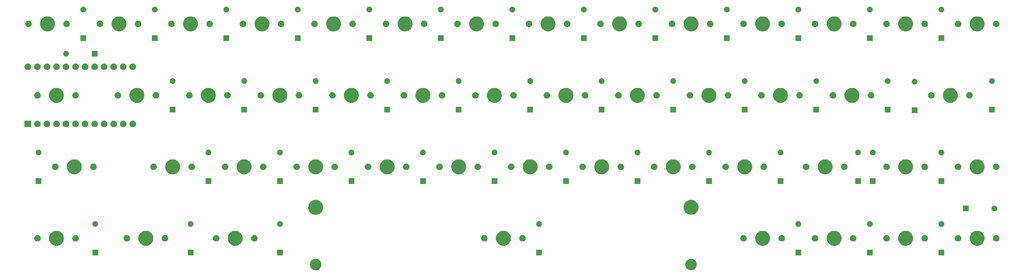
<source format=gbr>
G04 #@! TF.GenerationSoftware,KiCad,Pcbnew,(5.0.2)-1*
G04 #@! TF.CreationDate,2019-05-05T16:29:57-05:00*
G04 #@! TF.ProjectId,SL40,534c3430-2e6b-4696-9361-645f70636258,rev?*
G04 #@! TF.SameCoordinates,Original*
G04 #@! TF.FileFunction,Soldermask,Top*
G04 #@! TF.FilePolarity,Negative*
%FSLAX46Y46*%
G04 Gerber Fmt 4.6, Leading zero omitted, Abs format (unit mm)*
G04 Created by KiCad (PCBNEW (5.0.2)-1) date 5/5/2019 4:29:57 PM*
%MOMM*%
%LPD*%
G01*
G04 APERTURE LIST*
%ADD10C,0.100000*%
G04 APERTURE END LIST*
D10*
G36*
X195504395Y-125336772D02*
X195700684Y-125375816D01*
X195978035Y-125490699D01*
X196227646Y-125657484D01*
X196439916Y-125869754D01*
X196439918Y-125869757D01*
X196606701Y-126119365D01*
X196721584Y-126396716D01*
X196780150Y-126691149D01*
X196780150Y-126991351D01*
X196721584Y-127285784D01*
X196606701Y-127563135D01*
X196439916Y-127812746D01*
X196227646Y-128025016D01*
X196227643Y-128025018D01*
X195978035Y-128191801D01*
X195700684Y-128306684D01*
X195504395Y-128345728D01*
X195406252Y-128365250D01*
X195106048Y-128365250D01*
X195007905Y-128345728D01*
X194811616Y-128306684D01*
X194534265Y-128191801D01*
X194284657Y-128025018D01*
X194284654Y-128025016D01*
X194072384Y-127812746D01*
X193905599Y-127563135D01*
X193790716Y-127285784D01*
X193732150Y-126991351D01*
X193732150Y-126691149D01*
X193790716Y-126396716D01*
X193905599Y-126119365D01*
X194072382Y-125869757D01*
X194072384Y-125869754D01*
X194284654Y-125657484D01*
X194534265Y-125490699D01*
X194811616Y-125375816D01*
X195007905Y-125336772D01*
X195106048Y-125317250D01*
X195406252Y-125317250D01*
X195504395Y-125336772D01*
X195504395Y-125336772D01*
G37*
G36*
X95504595Y-125336772D02*
X95700884Y-125375816D01*
X95978235Y-125490699D01*
X96227846Y-125657484D01*
X96440116Y-125869754D01*
X96440118Y-125869757D01*
X96606901Y-126119365D01*
X96721784Y-126396716D01*
X96780350Y-126691149D01*
X96780350Y-126991351D01*
X96721784Y-127285784D01*
X96606901Y-127563135D01*
X96440116Y-127812746D01*
X96227846Y-128025016D01*
X96227843Y-128025018D01*
X95978235Y-128191801D01*
X95700884Y-128306684D01*
X95504595Y-128345728D01*
X95406452Y-128365250D01*
X95106248Y-128365250D01*
X95008105Y-128345728D01*
X94811816Y-128306684D01*
X94534465Y-128191801D01*
X94284857Y-128025018D01*
X94284854Y-128025016D01*
X94072584Y-127812746D01*
X93905799Y-127563135D01*
X93790916Y-127285784D01*
X93732350Y-126991351D01*
X93732350Y-126691149D01*
X93790916Y-126396716D01*
X93905799Y-126119365D01*
X94072582Y-125869757D01*
X94072584Y-125869754D01*
X94284854Y-125657484D01*
X94534465Y-125490699D01*
X94811816Y-125375816D01*
X95008105Y-125336772D01*
X95106248Y-125317250D01*
X95406452Y-125317250D01*
X95504595Y-125336772D01*
X95504595Y-125336772D01*
G37*
G36*
X262699500Y-124428250D02*
X261175500Y-124428250D01*
X261175500Y-122904250D01*
X262699500Y-122904250D01*
X262699500Y-124428250D01*
X262699500Y-124428250D01*
G37*
G36*
X243649500Y-124428250D02*
X242125500Y-124428250D01*
X242125500Y-122904250D01*
X243649500Y-122904250D01*
X243649500Y-124428250D01*
X243649500Y-124428250D01*
G37*
G36*
X224599500Y-124428250D02*
X223075500Y-124428250D01*
X223075500Y-122904250D01*
X224599500Y-122904250D01*
X224599500Y-124428250D01*
X224599500Y-124428250D01*
G37*
G36*
X155543250Y-124428250D02*
X154019250Y-124428250D01*
X154019250Y-122904250D01*
X155543250Y-122904250D01*
X155543250Y-124428250D01*
X155543250Y-124428250D01*
G37*
G36*
X62674500Y-124428250D02*
X61150500Y-124428250D01*
X61150500Y-122904250D01*
X62674500Y-122904250D01*
X62674500Y-124428250D01*
X62674500Y-124428250D01*
G37*
G36*
X37274500Y-124428250D02*
X35750500Y-124428250D01*
X35750500Y-122904250D01*
X37274500Y-122904250D01*
X37274500Y-124428250D01*
X37274500Y-124428250D01*
G37*
G36*
X86487000Y-124428250D02*
X84963000Y-124428250D01*
X84963000Y-122904250D01*
X86487000Y-122904250D01*
X86487000Y-124428250D01*
X86487000Y-124428250D01*
G37*
G36*
X50587849Y-117938974D02*
X50950716Y-118089278D01*
X51277287Y-118307486D01*
X51555014Y-118585213D01*
X51773222Y-118911784D01*
X51923526Y-119274651D01*
X52000150Y-119659868D01*
X52000150Y-120052632D01*
X51923526Y-120437849D01*
X51773222Y-120800716D01*
X51555014Y-121127287D01*
X51277287Y-121405014D01*
X50950716Y-121623222D01*
X50587849Y-121773526D01*
X50202632Y-121850150D01*
X49809868Y-121850150D01*
X49424651Y-121773526D01*
X49061784Y-121623222D01*
X48735213Y-121405014D01*
X48457486Y-121127287D01*
X48239278Y-120800716D01*
X48088974Y-120437849D01*
X48012350Y-120052632D01*
X48012350Y-119659868D01*
X48088974Y-119274651D01*
X48239278Y-118911784D01*
X48457486Y-118585213D01*
X48735213Y-118307486D01*
X49061784Y-118089278D01*
X49424651Y-117938974D01*
X49809868Y-117862350D01*
X50202632Y-117862350D01*
X50587849Y-117938974D01*
X50587849Y-117938974D01*
G37*
G36*
X233944099Y-117938974D02*
X234306966Y-118089278D01*
X234633537Y-118307486D01*
X234911264Y-118585213D01*
X235129472Y-118911784D01*
X235279776Y-119274651D01*
X235356400Y-119659868D01*
X235356400Y-120052632D01*
X235279776Y-120437849D01*
X235129472Y-120800716D01*
X234911264Y-121127287D01*
X234633537Y-121405014D01*
X234306966Y-121623222D01*
X233944099Y-121773526D01*
X233558882Y-121850150D01*
X233166118Y-121850150D01*
X232780901Y-121773526D01*
X232418034Y-121623222D01*
X232091463Y-121405014D01*
X231813736Y-121127287D01*
X231595528Y-120800716D01*
X231445224Y-120437849D01*
X231368600Y-120052632D01*
X231368600Y-119659868D01*
X231445224Y-119274651D01*
X231595528Y-118911784D01*
X231813736Y-118585213D01*
X232091463Y-118307486D01*
X232418034Y-118089278D01*
X232780901Y-117938974D01*
X233166118Y-117862350D01*
X233558882Y-117862350D01*
X233944099Y-117938974D01*
X233944099Y-117938974D01*
G37*
G36*
X145837849Y-117938974D02*
X146200716Y-118089278D01*
X146527287Y-118307486D01*
X146805014Y-118585213D01*
X147023222Y-118911784D01*
X147173526Y-119274651D01*
X147250150Y-119659868D01*
X147250150Y-120052632D01*
X147173526Y-120437849D01*
X147023222Y-120800716D01*
X146805014Y-121127287D01*
X146527287Y-121405014D01*
X146200716Y-121623222D01*
X145837849Y-121773526D01*
X145452632Y-121850150D01*
X145059868Y-121850150D01*
X144674651Y-121773526D01*
X144311784Y-121623222D01*
X143985213Y-121405014D01*
X143707486Y-121127287D01*
X143489278Y-120800716D01*
X143338974Y-120437849D01*
X143262350Y-120052632D01*
X143262350Y-119659868D01*
X143338974Y-119274651D01*
X143489278Y-118911784D01*
X143707486Y-118585213D01*
X143985213Y-118307486D01*
X144311784Y-118089278D01*
X144674651Y-117938974D01*
X145059868Y-117862350D01*
X145452632Y-117862350D01*
X145837849Y-117938974D01*
X145837849Y-117938974D01*
G37*
G36*
X74400349Y-117938974D02*
X74763216Y-118089278D01*
X75089787Y-118307486D01*
X75367514Y-118585213D01*
X75585722Y-118911784D01*
X75736026Y-119274651D01*
X75812650Y-119659868D01*
X75812650Y-120052632D01*
X75736026Y-120437849D01*
X75585722Y-120800716D01*
X75367514Y-121127287D01*
X75089787Y-121405014D01*
X74763216Y-121623222D01*
X74400349Y-121773526D01*
X74015132Y-121850150D01*
X73622368Y-121850150D01*
X73237151Y-121773526D01*
X72874284Y-121623222D01*
X72547713Y-121405014D01*
X72269986Y-121127287D01*
X72051778Y-120800716D01*
X71901474Y-120437849D01*
X71824850Y-120052632D01*
X71824850Y-119659868D01*
X71901474Y-119274651D01*
X72051778Y-118911784D01*
X72269986Y-118585213D01*
X72547713Y-118307486D01*
X72874284Y-118089278D01*
X73237151Y-117938974D01*
X73622368Y-117862350D01*
X74015132Y-117862350D01*
X74400349Y-117938974D01*
X74400349Y-117938974D01*
G37*
G36*
X26775349Y-117938974D02*
X27138216Y-118089278D01*
X27464787Y-118307486D01*
X27742514Y-118585213D01*
X27960722Y-118911784D01*
X28111026Y-119274651D01*
X28187650Y-119659868D01*
X28187650Y-120052632D01*
X28111026Y-120437849D01*
X27960722Y-120800716D01*
X27742514Y-121127287D01*
X27464787Y-121405014D01*
X27138216Y-121623222D01*
X26775349Y-121773526D01*
X26390132Y-121850150D01*
X25997368Y-121850150D01*
X25612151Y-121773526D01*
X25249284Y-121623222D01*
X24922713Y-121405014D01*
X24644986Y-121127287D01*
X24426778Y-120800716D01*
X24276474Y-120437849D01*
X24199850Y-120052632D01*
X24199850Y-119659868D01*
X24276474Y-119274651D01*
X24426778Y-118911784D01*
X24644986Y-118585213D01*
X24922713Y-118307486D01*
X25249284Y-118089278D01*
X25612151Y-117938974D01*
X25997368Y-117862350D01*
X26390132Y-117862350D01*
X26775349Y-117938974D01*
X26775349Y-117938974D01*
G37*
G36*
X272044099Y-117938974D02*
X272406966Y-118089278D01*
X272733537Y-118307486D01*
X273011264Y-118585213D01*
X273229472Y-118911784D01*
X273379776Y-119274651D01*
X273456400Y-119659868D01*
X273456400Y-120052632D01*
X273379776Y-120437849D01*
X273229472Y-120800716D01*
X273011264Y-121127287D01*
X272733537Y-121405014D01*
X272406966Y-121623222D01*
X272044099Y-121773526D01*
X271658882Y-121850150D01*
X271266118Y-121850150D01*
X270880901Y-121773526D01*
X270518034Y-121623222D01*
X270191463Y-121405014D01*
X269913736Y-121127287D01*
X269695528Y-120800716D01*
X269545224Y-120437849D01*
X269468600Y-120052632D01*
X269468600Y-119659868D01*
X269545224Y-119274651D01*
X269695528Y-118911784D01*
X269913736Y-118585213D01*
X270191463Y-118307486D01*
X270518034Y-118089278D01*
X270880901Y-117938974D01*
X271266118Y-117862350D01*
X271658882Y-117862350D01*
X272044099Y-117938974D01*
X272044099Y-117938974D01*
G37*
G36*
X214894099Y-117938974D02*
X215256966Y-118089278D01*
X215583537Y-118307486D01*
X215861264Y-118585213D01*
X216079472Y-118911784D01*
X216229776Y-119274651D01*
X216306400Y-119659868D01*
X216306400Y-120052632D01*
X216229776Y-120437849D01*
X216079472Y-120800716D01*
X215861264Y-121127287D01*
X215583537Y-121405014D01*
X215256966Y-121623222D01*
X214894099Y-121773526D01*
X214508882Y-121850150D01*
X214116118Y-121850150D01*
X213730901Y-121773526D01*
X213368034Y-121623222D01*
X213041463Y-121405014D01*
X212763736Y-121127287D01*
X212545528Y-120800716D01*
X212395224Y-120437849D01*
X212318600Y-120052632D01*
X212318600Y-119659868D01*
X212395224Y-119274651D01*
X212545528Y-118911784D01*
X212763736Y-118585213D01*
X213041463Y-118307486D01*
X213368034Y-118089278D01*
X213730901Y-117938974D01*
X214116118Y-117862350D01*
X214508882Y-117862350D01*
X214894099Y-117938974D01*
X214894099Y-117938974D01*
G37*
G36*
X252994099Y-117938974D02*
X253356966Y-118089278D01*
X253683537Y-118307486D01*
X253961264Y-118585213D01*
X254179472Y-118911784D01*
X254329776Y-119274651D01*
X254406400Y-119659868D01*
X254406400Y-120052632D01*
X254329776Y-120437849D01*
X254179472Y-120800716D01*
X253961264Y-121127287D01*
X253683537Y-121405014D01*
X253356966Y-121623222D01*
X252994099Y-121773526D01*
X252608882Y-121850150D01*
X252216118Y-121850150D01*
X251830901Y-121773526D01*
X251468034Y-121623222D01*
X251141463Y-121405014D01*
X250863736Y-121127287D01*
X250645528Y-120800716D01*
X250495224Y-120437849D01*
X250418600Y-120052632D01*
X250418600Y-119659868D01*
X250495224Y-119274651D01*
X250645528Y-118911784D01*
X250863736Y-118585213D01*
X251141463Y-118307486D01*
X251468034Y-118089278D01*
X251830901Y-117938974D01*
X252216118Y-117862350D01*
X252608882Y-117862350D01*
X252994099Y-117938974D01*
X252994099Y-117938974D01*
G37*
G36*
X238697728Y-119014875D02*
X238856967Y-119080834D01*
X239000283Y-119176595D01*
X239122155Y-119298467D01*
X239217916Y-119441783D01*
X239283875Y-119601022D01*
X239317500Y-119770069D01*
X239317500Y-119942431D01*
X239283875Y-120111478D01*
X239217916Y-120270717D01*
X239122155Y-120414033D01*
X239000283Y-120535905D01*
X238856967Y-120631666D01*
X238697728Y-120697625D01*
X238528681Y-120731250D01*
X238356319Y-120731250D01*
X238187272Y-120697625D01*
X238028033Y-120631666D01*
X237884717Y-120535905D01*
X237762845Y-120414033D01*
X237667084Y-120270717D01*
X237601125Y-120111478D01*
X237567500Y-119942431D01*
X237567500Y-119770069D01*
X237601125Y-119601022D01*
X237667084Y-119441783D01*
X237762845Y-119298467D01*
X237884717Y-119176595D01*
X238028033Y-119080834D01*
X238187272Y-119014875D01*
X238356319Y-118981250D01*
X238528681Y-118981250D01*
X238697728Y-119014875D01*
X238697728Y-119014875D01*
G37*
G36*
X209487728Y-119014875D02*
X209646967Y-119080834D01*
X209790283Y-119176595D01*
X209912155Y-119298467D01*
X210007916Y-119441783D01*
X210073875Y-119601022D01*
X210107500Y-119770069D01*
X210107500Y-119942431D01*
X210073875Y-120111478D01*
X210007916Y-120270717D01*
X209912155Y-120414033D01*
X209790283Y-120535905D01*
X209646967Y-120631666D01*
X209487728Y-120697625D01*
X209318681Y-120731250D01*
X209146319Y-120731250D01*
X208977272Y-120697625D01*
X208818033Y-120631666D01*
X208674717Y-120535905D01*
X208552845Y-120414033D01*
X208457084Y-120270717D01*
X208391125Y-120111478D01*
X208357500Y-119942431D01*
X208357500Y-119770069D01*
X208391125Y-119601022D01*
X208457084Y-119441783D01*
X208552845Y-119298467D01*
X208674717Y-119176595D01*
X208818033Y-119080834D01*
X208977272Y-119014875D01*
X209146319Y-118981250D01*
X209318681Y-118981250D01*
X209487728Y-119014875D01*
X209487728Y-119014875D01*
G37*
G36*
X219647728Y-119014875D02*
X219806967Y-119080834D01*
X219950283Y-119176595D01*
X220072155Y-119298467D01*
X220167916Y-119441783D01*
X220233875Y-119601022D01*
X220267500Y-119770069D01*
X220267500Y-119942431D01*
X220233875Y-120111478D01*
X220167916Y-120270717D01*
X220072155Y-120414033D01*
X219950283Y-120535905D01*
X219806967Y-120631666D01*
X219647728Y-120697625D01*
X219478681Y-120731250D01*
X219306319Y-120731250D01*
X219137272Y-120697625D01*
X218978033Y-120631666D01*
X218834717Y-120535905D01*
X218712845Y-120414033D01*
X218617084Y-120270717D01*
X218551125Y-120111478D01*
X218517500Y-119942431D01*
X218517500Y-119770069D01*
X218551125Y-119601022D01*
X218617084Y-119441783D01*
X218712845Y-119298467D01*
X218834717Y-119176595D01*
X218978033Y-119080834D01*
X219137272Y-119014875D01*
X219306319Y-118981250D01*
X219478681Y-118981250D01*
X219647728Y-119014875D01*
X219647728Y-119014875D01*
G37*
G36*
X276797728Y-119014875D02*
X276956967Y-119080834D01*
X277100283Y-119176595D01*
X277222155Y-119298467D01*
X277317916Y-119441783D01*
X277383875Y-119601022D01*
X277417500Y-119770069D01*
X277417500Y-119942431D01*
X277383875Y-120111478D01*
X277317916Y-120270717D01*
X277222155Y-120414033D01*
X277100283Y-120535905D01*
X276956967Y-120631666D01*
X276797728Y-120697625D01*
X276628681Y-120731250D01*
X276456319Y-120731250D01*
X276287272Y-120697625D01*
X276128033Y-120631666D01*
X275984717Y-120535905D01*
X275862845Y-120414033D01*
X275767084Y-120270717D01*
X275701125Y-120111478D01*
X275667500Y-119942431D01*
X275667500Y-119770069D01*
X275701125Y-119601022D01*
X275767084Y-119441783D01*
X275862845Y-119298467D01*
X275984717Y-119176595D01*
X276128033Y-119080834D01*
X276287272Y-119014875D01*
X276456319Y-118981250D01*
X276628681Y-118981250D01*
X276797728Y-119014875D01*
X276797728Y-119014875D01*
G37*
G36*
X140431478Y-119014875D02*
X140590717Y-119080834D01*
X140734033Y-119176595D01*
X140855905Y-119298467D01*
X140951666Y-119441783D01*
X141017625Y-119601022D01*
X141051250Y-119770069D01*
X141051250Y-119942431D01*
X141017625Y-120111478D01*
X140951666Y-120270717D01*
X140855905Y-120414033D01*
X140734033Y-120535905D01*
X140590717Y-120631666D01*
X140431478Y-120697625D01*
X140262431Y-120731250D01*
X140090069Y-120731250D01*
X139921022Y-120697625D01*
X139761783Y-120631666D01*
X139618467Y-120535905D01*
X139496595Y-120414033D01*
X139400834Y-120270717D01*
X139334875Y-120111478D01*
X139301250Y-119942431D01*
X139301250Y-119770069D01*
X139334875Y-119601022D01*
X139400834Y-119441783D01*
X139496595Y-119298467D01*
X139618467Y-119176595D01*
X139761783Y-119080834D01*
X139921022Y-119014875D01*
X140090069Y-118981250D01*
X140262431Y-118981250D01*
X140431478Y-119014875D01*
X140431478Y-119014875D01*
G37*
G36*
X150591478Y-119014875D02*
X150750717Y-119080834D01*
X150894033Y-119176595D01*
X151015905Y-119298467D01*
X151111666Y-119441783D01*
X151177625Y-119601022D01*
X151211250Y-119770069D01*
X151211250Y-119942431D01*
X151177625Y-120111478D01*
X151111666Y-120270717D01*
X151015905Y-120414033D01*
X150894033Y-120535905D01*
X150750717Y-120631666D01*
X150591478Y-120697625D01*
X150422431Y-120731250D01*
X150250069Y-120731250D01*
X150081022Y-120697625D01*
X149921783Y-120631666D01*
X149778467Y-120535905D01*
X149656595Y-120414033D01*
X149560834Y-120270717D01*
X149494875Y-120111478D01*
X149461250Y-119942431D01*
X149461250Y-119770069D01*
X149494875Y-119601022D01*
X149560834Y-119441783D01*
X149656595Y-119298467D01*
X149778467Y-119176595D01*
X149921783Y-119080834D01*
X150081022Y-119014875D01*
X150250069Y-118981250D01*
X150422431Y-118981250D01*
X150591478Y-119014875D01*
X150591478Y-119014875D01*
G37*
G36*
X266637728Y-119014875D02*
X266796967Y-119080834D01*
X266940283Y-119176595D01*
X267062155Y-119298467D01*
X267157916Y-119441783D01*
X267223875Y-119601022D01*
X267257500Y-119770069D01*
X267257500Y-119942431D01*
X267223875Y-120111478D01*
X267157916Y-120270717D01*
X267062155Y-120414033D01*
X266940283Y-120535905D01*
X266796967Y-120631666D01*
X266637728Y-120697625D01*
X266468681Y-120731250D01*
X266296319Y-120731250D01*
X266127272Y-120697625D01*
X265968033Y-120631666D01*
X265824717Y-120535905D01*
X265702845Y-120414033D01*
X265607084Y-120270717D01*
X265541125Y-120111478D01*
X265507500Y-119942431D01*
X265507500Y-119770069D01*
X265541125Y-119601022D01*
X265607084Y-119441783D01*
X265702845Y-119298467D01*
X265824717Y-119176595D01*
X265968033Y-119080834D01*
X266127272Y-119014875D01*
X266296319Y-118981250D01*
X266468681Y-118981250D01*
X266637728Y-119014875D01*
X266637728Y-119014875D01*
G37*
G36*
X257747728Y-119014875D02*
X257906967Y-119080834D01*
X258050283Y-119176595D01*
X258172155Y-119298467D01*
X258267916Y-119441783D01*
X258333875Y-119601022D01*
X258367500Y-119770069D01*
X258367500Y-119942431D01*
X258333875Y-120111478D01*
X258267916Y-120270717D01*
X258172155Y-120414033D01*
X258050283Y-120535905D01*
X257906967Y-120631666D01*
X257747728Y-120697625D01*
X257578681Y-120731250D01*
X257406319Y-120731250D01*
X257237272Y-120697625D01*
X257078033Y-120631666D01*
X256934717Y-120535905D01*
X256812845Y-120414033D01*
X256717084Y-120270717D01*
X256651125Y-120111478D01*
X256617500Y-119942431D01*
X256617500Y-119770069D01*
X256651125Y-119601022D01*
X256717084Y-119441783D01*
X256812845Y-119298467D01*
X256934717Y-119176595D01*
X257078033Y-119080834D01*
X257237272Y-119014875D01*
X257406319Y-118981250D01*
X257578681Y-118981250D01*
X257747728Y-119014875D01*
X257747728Y-119014875D01*
G37*
G36*
X247587728Y-119014875D02*
X247746967Y-119080834D01*
X247890283Y-119176595D01*
X248012155Y-119298467D01*
X248107916Y-119441783D01*
X248173875Y-119601022D01*
X248207500Y-119770069D01*
X248207500Y-119942431D01*
X248173875Y-120111478D01*
X248107916Y-120270717D01*
X248012155Y-120414033D01*
X247890283Y-120535905D01*
X247746967Y-120631666D01*
X247587728Y-120697625D01*
X247418681Y-120731250D01*
X247246319Y-120731250D01*
X247077272Y-120697625D01*
X246918033Y-120631666D01*
X246774717Y-120535905D01*
X246652845Y-120414033D01*
X246557084Y-120270717D01*
X246491125Y-120111478D01*
X246457500Y-119942431D01*
X246457500Y-119770069D01*
X246491125Y-119601022D01*
X246557084Y-119441783D01*
X246652845Y-119298467D01*
X246774717Y-119176595D01*
X246918033Y-119080834D01*
X247077272Y-119014875D01*
X247246319Y-118981250D01*
X247418681Y-118981250D01*
X247587728Y-119014875D01*
X247587728Y-119014875D01*
G37*
G36*
X68993978Y-119014875D02*
X69153217Y-119080834D01*
X69296533Y-119176595D01*
X69418405Y-119298467D01*
X69514166Y-119441783D01*
X69580125Y-119601022D01*
X69613750Y-119770069D01*
X69613750Y-119942431D01*
X69580125Y-120111478D01*
X69514166Y-120270717D01*
X69418405Y-120414033D01*
X69296533Y-120535905D01*
X69153217Y-120631666D01*
X68993978Y-120697625D01*
X68824931Y-120731250D01*
X68652569Y-120731250D01*
X68483522Y-120697625D01*
X68324283Y-120631666D01*
X68180967Y-120535905D01*
X68059095Y-120414033D01*
X67963334Y-120270717D01*
X67897375Y-120111478D01*
X67863750Y-119942431D01*
X67863750Y-119770069D01*
X67897375Y-119601022D01*
X67963334Y-119441783D01*
X68059095Y-119298467D01*
X68180967Y-119176595D01*
X68324283Y-119080834D01*
X68483522Y-119014875D01*
X68652569Y-118981250D01*
X68824931Y-118981250D01*
X68993978Y-119014875D01*
X68993978Y-119014875D01*
G37*
G36*
X79153978Y-119014875D02*
X79313217Y-119080834D01*
X79456533Y-119176595D01*
X79578405Y-119298467D01*
X79674166Y-119441783D01*
X79740125Y-119601022D01*
X79773750Y-119770069D01*
X79773750Y-119942431D01*
X79740125Y-120111478D01*
X79674166Y-120270717D01*
X79578405Y-120414033D01*
X79456533Y-120535905D01*
X79313217Y-120631666D01*
X79153978Y-120697625D01*
X78984931Y-120731250D01*
X78812569Y-120731250D01*
X78643522Y-120697625D01*
X78484283Y-120631666D01*
X78340967Y-120535905D01*
X78219095Y-120414033D01*
X78123334Y-120270717D01*
X78057375Y-120111478D01*
X78023750Y-119942431D01*
X78023750Y-119770069D01*
X78057375Y-119601022D01*
X78123334Y-119441783D01*
X78219095Y-119298467D01*
X78340967Y-119176595D01*
X78484283Y-119080834D01*
X78643522Y-119014875D01*
X78812569Y-118981250D01*
X78984931Y-118981250D01*
X79153978Y-119014875D01*
X79153978Y-119014875D01*
G37*
G36*
X31528978Y-119014875D02*
X31688217Y-119080834D01*
X31831533Y-119176595D01*
X31953405Y-119298467D01*
X32049166Y-119441783D01*
X32115125Y-119601022D01*
X32148750Y-119770069D01*
X32148750Y-119942431D01*
X32115125Y-120111478D01*
X32049166Y-120270717D01*
X31953405Y-120414033D01*
X31831533Y-120535905D01*
X31688217Y-120631666D01*
X31528978Y-120697625D01*
X31359931Y-120731250D01*
X31187569Y-120731250D01*
X31018522Y-120697625D01*
X30859283Y-120631666D01*
X30715967Y-120535905D01*
X30594095Y-120414033D01*
X30498334Y-120270717D01*
X30432375Y-120111478D01*
X30398750Y-119942431D01*
X30398750Y-119770069D01*
X30432375Y-119601022D01*
X30498334Y-119441783D01*
X30594095Y-119298467D01*
X30715967Y-119176595D01*
X30859283Y-119080834D01*
X31018522Y-119014875D01*
X31187569Y-118981250D01*
X31359931Y-118981250D01*
X31528978Y-119014875D01*
X31528978Y-119014875D01*
G37*
G36*
X55341478Y-119014875D02*
X55500717Y-119080834D01*
X55644033Y-119176595D01*
X55765905Y-119298467D01*
X55861666Y-119441783D01*
X55927625Y-119601022D01*
X55961250Y-119770069D01*
X55961250Y-119942431D01*
X55927625Y-120111478D01*
X55861666Y-120270717D01*
X55765905Y-120414033D01*
X55644033Y-120535905D01*
X55500717Y-120631666D01*
X55341478Y-120697625D01*
X55172431Y-120731250D01*
X55000069Y-120731250D01*
X54831022Y-120697625D01*
X54671783Y-120631666D01*
X54528467Y-120535905D01*
X54406595Y-120414033D01*
X54310834Y-120270717D01*
X54244875Y-120111478D01*
X54211250Y-119942431D01*
X54211250Y-119770069D01*
X54244875Y-119601022D01*
X54310834Y-119441783D01*
X54406595Y-119298467D01*
X54528467Y-119176595D01*
X54671783Y-119080834D01*
X54831022Y-119014875D01*
X55000069Y-118981250D01*
X55172431Y-118981250D01*
X55341478Y-119014875D01*
X55341478Y-119014875D01*
G37*
G36*
X228537728Y-119014875D02*
X228696967Y-119080834D01*
X228840283Y-119176595D01*
X228962155Y-119298467D01*
X229057916Y-119441783D01*
X229123875Y-119601022D01*
X229157500Y-119770069D01*
X229157500Y-119942431D01*
X229123875Y-120111478D01*
X229057916Y-120270717D01*
X228962155Y-120414033D01*
X228840283Y-120535905D01*
X228696967Y-120631666D01*
X228537728Y-120697625D01*
X228368681Y-120731250D01*
X228196319Y-120731250D01*
X228027272Y-120697625D01*
X227868033Y-120631666D01*
X227724717Y-120535905D01*
X227602845Y-120414033D01*
X227507084Y-120270717D01*
X227441125Y-120111478D01*
X227407500Y-119942431D01*
X227407500Y-119770069D01*
X227441125Y-119601022D01*
X227507084Y-119441783D01*
X227602845Y-119298467D01*
X227724717Y-119176595D01*
X227868033Y-119080834D01*
X228027272Y-119014875D01*
X228196319Y-118981250D01*
X228368681Y-118981250D01*
X228537728Y-119014875D01*
X228537728Y-119014875D01*
G37*
G36*
X45181478Y-119014875D02*
X45340717Y-119080834D01*
X45484033Y-119176595D01*
X45605905Y-119298467D01*
X45701666Y-119441783D01*
X45767625Y-119601022D01*
X45801250Y-119770069D01*
X45801250Y-119942431D01*
X45767625Y-120111478D01*
X45701666Y-120270717D01*
X45605905Y-120414033D01*
X45484033Y-120535905D01*
X45340717Y-120631666D01*
X45181478Y-120697625D01*
X45012431Y-120731250D01*
X44840069Y-120731250D01*
X44671022Y-120697625D01*
X44511783Y-120631666D01*
X44368467Y-120535905D01*
X44246595Y-120414033D01*
X44150834Y-120270717D01*
X44084875Y-120111478D01*
X44051250Y-119942431D01*
X44051250Y-119770069D01*
X44084875Y-119601022D01*
X44150834Y-119441783D01*
X44246595Y-119298467D01*
X44368467Y-119176595D01*
X44511783Y-119080834D01*
X44671022Y-119014875D01*
X44840069Y-118981250D01*
X45012431Y-118981250D01*
X45181478Y-119014875D01*
X45181478Y-119014875D01*
G37*
G36*
X21368978Y-119014875D02*
X21528217Y-119080834D01*
X21671533Y-119176595D01*
X21793405Y-119298467D01*
X21889166Y-119441783D01*
X21955125Y-119601022D01*
X21988750Y-119770069D01*
X21988750Y-119942431D01*
X21955125Y-120111478D01*
X21889166Y-120270717D01*
X21793405Y-120414033D01*
X21671533Y-120535905D01*
X21528217Y-120631666D01*
X21368978Y-120697625D01*
X21199931Y-120731250D01*
X21027569Y-120731250D01*
X20858522Y-120697625D01*
X20699283Y-120631666D01*
X20555967Y-120535905D01*
X20434095Y-120414033D01*
X20338334Y-120270717D01*
X20272375Y-120111478D01*
X20238750Y-119942431D01*
X20238750Y-119770069D01*
X20272375Y-119601022D01*
X20338334Y-119441783D01*
X20434095Y-119298467D01*
X20555967Y-119176595D01*
X20699283Y-119080834D01*
X20858522Y-119014875D01*
X21027569Y-118981250D01*
X21199931Y-118981250D01*
X21368978Y-119014875D01*
X21368978Y-119014875D01*
G37*
G36*
X36685695Y-115303772D02*
X36734767Y-115313533D01*
X36873442Y-115370974D01*
X36998250Y-115454368D01*
X37104382Y-115560500D01*
X37187776Y-115685308D01*
X37245217Y-115823984D01*
X37274500Y-115971198D01*
X37274500Y-116121302D01*
X37245217Y-116268516D01*
X37187776Y-116407192D01*
X37104382Y-116532000D01*
X36998250Y-116638132D01*
X36998247Y-116638134D01*
X36873442Y-116721526D01*
X36734767Y-116778967D01*
X36685695Y-116788728D01*
X36587552Y-116808250D01*
X36437448Y-116808250D01*
X36339305Y-116788728D01*
X36290233Y-116778967D01*
X36151558Y-116721526D01*
X36026753Y-116638134D01*
X36026750Y-116638132D01*
X35920618Y-116532000D01*
X35837224Y-116407192D01*
X35779783Y-116268516D01*
X35750500Y-116121302D01*
X35750500Y-115971198D01*
X35779783Y-115823984D01*
X35837224Y-115685308D01*
X35920618Y-115560500D01*
X36026750Y-115454368D01*
X36151558Y-115370974D01*
X36290233Y-115313533D01*
X36339305Y-115303772D01*
X36437448Y-115284250D01*
X36587552Y-115284250D01*
X36685695Y-115303772D01*
X36685695Y-115303772D01*
G37*
G36*
X243060695Y-115303772D02*
X243109767Y-115313533D01*
X243248442Y-115370974D01*
X243373250Y-115454368D01*
X243479382Y-115560500D01*
X243562776Y-115685308D01*
X243620217Y-115823984D01*
X243649500Y-115971198D01*
X243649500Y-116121302D01*
X243620217Y-116268516D01*
X243562776Y-116407192D01*
X243479382Y-116532000D01*
X243373250Y-116638132D01*
X243373247Y-116638134D01*
X243248442Y-116721526D01*
X243109767Y-116778967D01*
X243060695Y-116788728D01*
X242962552Y-116808250D01*
X242812448Y-116808250D01*
X242714305Y-116788728D01*
X242665233Y-116778967D01*
X242526558Y-116721526D01*
X242401753Y-116638134D01*
X242401750Y-116638132D01*
X242295618Y-116532000D01*
X242212224Y-116407192D01*
X242154783Y-116268516D01*
X242125500Y-116121302D01*
X242125500Y-115971198D01*
X242154783Y-115823984D01*
X242212224Y-115685308D01*
X242295618Y-115560500D01*
X242401750Y-115454368D01*
X242526558Y-115370974D01*
X242665233Y-115313533D01*
X242714305Y-115303772D01*
X242812448Y-115284250D01*
X242962552Y-115284250D01*
X243060695Y-115303772D01*
X243060695Y-115303772D01*
G37*
G36*
X224010695Y-115303772D02*
X224059767Y-115313533D01*
X224198442Y-115370974D01*
X224323250Y-115454368D01*
X224429382Y-115560500D01*
X224512776Y-115685308D01*
X224570217Y-115823984D01*
X224599500Y-115971198D01*
X224599500Y-116121302D01*
X224570217Y-116268516D01*
X224512776Y-116407192D01*
X224429382Y-116532000D01*
X224323250Y-116638132D01*
X224323247Y-116638134D01*
X224198442Y-116721526D01*
X224059767Y-116778967D01*
X224010695Y-116788728D01*
X223912552Y-116808250D01*
X223762448Y-116808250D01*
X223664305Y-116788728D01*
X223615233Y-116778967D01*
X223476558Y-116721526D01*
X223351753Y-116638134D01*
X223351750Y-116638132D01*
X223245618Y-116532000D01*
X223162224Y-116407192D01*
X223104783Y-116268516D01*
X223075500Y-116121302D01*
X223075500Y-115971198D01*
X223104783Y-115823984D01*
X223162224Y-115685308D01*
X223245618Y-115560500D01*
X223351750Y-115454368D01*
X223476558Y-115370974D01*
X223615233Y-115313533D01*
X223664305Y-115303772D01*
X223762448Y-115284250D01*
X223912552Y-115284250D01*
X224010695Y-115303772D01*
X224010695Y-115303772D01*
G37*
G36*
X154954445Y-115303772D02*
X155003517Y-115313533D01*
X155142192Y-115370974D01*
X155267000Y-115454368D01*
X155373132Y-115560500D01*
X155456526Y-115685308D01*
X155513967Y-115823984D01*
X155543250Y-115971198D01*
X155543250Y-116121302D01*
X155513967Y-116268516D01*
X155456526Y-116407192D01*
X155373132Y-116532000D01*
X155267000Y-116638132D01*
X155266997Y-116638134D01*
X155142192Y-116721526D01*
X155003517Y-116778967D01*
X154954445Y-116788728D01*
X154856302Y-116808250D01*
X154706198Y-116808250D01*
X154608055Y-116788728D01*
X154558983Y-116778967D01*
X154420308Y-116721526D01*
X154295503Y-116638134D01*
X154295500Y-116638132D01*
X154189368Y-116532000D01*
X154105974Y-116407192D01*
X154048533Y-116268516D01*
X154019250Y-116121302D01*
X154019250Y-115971198D01*
X154048533Y-115823984D01*
X154105974Y-115685308D01*
X154189368Y-115560500D01*
X154295500Y-115454368D01*
X154420308Y-115370974D01*
X154558983Y-115313533D01*
X154608055Y-115303772D01*
X154706198Y-115284250D01*
X154856302Y-115284250D01*
X154954445Y-115303772D01*
X154954445Y-115303772D01*
G37*
G36*
X85898195Y-115303772D02*
X85947267Y-115313533D01*
X86085942Y-115370974D01*
X86210750Y-115454368D01*
X86316882Y-115560500D01*
X86400276Y-115685308D01*
X86457717Y-115823984D01*
X86487000Y-115971198D01*
X86487000Y-116121302D01*
X86457717Y-116268516D01*
X86400276Y-116407192D01*
X86316882Y-116532000D01*
X86210750Y-116638132D01*
X86210747Y-116638134D01*
X86085942Y-116721526D01*
X85947267Y-116778967D01*
X85898195Y-116788728D01*
X85800052Y-116808250D01*
X85649948Y-116808250D01*
X85551805Y-116788728D01*
X85502733Y-116778967D01*
X85364058Y-116721526D01*
X85239253Y-116638134D01*
X85239250Y-116638132D01*
X85133118Y-116532000D01*
X85049724Y-116407192D01*
X84992283Y-116268516D01*
X84963000Y-116121302D01*
X84963000Y-115971198D01*
X84992283Y-115823984D01*
X85049724Y-115685308D01*
X85133118Y-115560500D01*
X85239250Y-115454368D01*
X85364058Y-115370974D01*
X85502733Y-115313533D01*
X85551805Y-115303772D01*
X85649948Y-115284250D01*
X85800052Y-115284250D01*
X85898195Y-115303772D01*
X85898195Y-115303772D01*
G37*
G36*
X62085695Y-115303772D02*
X62134767Y-115313533D01*
X62273442Y-115370974D01*
X62398250Y-115454368D01*
X62504382Y-115560500D01*
X62587776Y-115685308D01*
X62645217Y-115823984D01*
X62674500Y-115971198D01*
X62674500Y-116121302D01*
X62645217Y-116268516D01*
X62587776Y-116407192D01*
X62504382Y-116532000D01*
X62398250Y-116638132D01*
X62398247Y-116638134D01*
X62273442Y-116721526D01*
X62134767Y-116778967D01*
X62085695Y-116788728D01*
X61987552Y-116808250D01*
X61837448Y-116808250D01*
X61739305Y-116788728D01*
X61690233Y-116778967D01*
X61551558Y-116721526D01*
X61426753Y-116638134D01*
X61426750Y-116638132D01*
X61320618Y-116532000D01*
X61237224Y-116407192D01*
X61179783Y-116268516D01*
X61150500Y-116121302D01*
X61150500Y-115971198D01*
X61179783Y-115823984D01*
X61237224Y-115685308D01*
X61320618Y-115560500D01*
X61426750Y-115454368D01*
X61551558Y-115370974D01*
X61690233Y-115313533D01*
X61739305Y-115303772D01*
X61837448Y-115284250D01*
X61987552Y-115284250D01*
X62085695Y-115303772D01*
X62085695Y-115303772D01*
G37*
G36*
X262110695Y-115303772D02*
X262159767Y-115313533D01*
X262298442Y-115370974D01*
X262423250Y-115454368D01*
X262529382Y-115560500D01*
X262612776Y-115685308D01*
X262670217Y-115823984D01*
X262699500Y-115971198D01*
X262699500Y-116121302D01*
X262670217Y-116268516D01*
X262612776Y-116407192D01*
X262529382Y-116532000D01*
X262423250Y-116638132D01*
X262423247Y-116638134D01*
X262298442Y-116721526D01*
X262159767Y-116778967D01*
X262110695Y-116788728D01*
X262012552Y-116808250D01*
X261862448Y-116808250D01*
X261764305Y-116788728D01*
X261715233Y-116778967D01*
X261576558Y-116721526D01*
X261451753Y-116638134D01*
X261451750Y-116638132D01*
X261345618Y-116532000D01*
X261262224Y-116407192D01*
X261204783Y-116268516D01*
X261175500Y-116121302D01*
X261175500Y-115971198D01*
X261204783Y-115823984D01*
X261262224Y-115685308D01*
X261345618Y-115560500D01*
X261451750Y-115454368D01*
X261576558Y-115370974D01*
X261715233Y-115313533D01*
X261764305Y-115303772D01*
X261862448Y-115284250D01*
X262012552Y-115284250D01*
X262110695Y-115303772D01*
X262110695Y-115303772D01*
G37*
G36*
X195837749Y-109683974D02*
X196200616Y-109834278D01*
X196527187Y-110052486D01*
X196804914Y-110330213D01*
X197023122Y-110656784D01*
X197173426Y-111019651D01*
X197250050Y-111404868D01*
X197250050Y-111797632D01*
X197173426Y-112182849D01*
X197023122Y-112545716D01*
X196804914Y-112872287D01*
X196527187Y-113150014D01*
X196200616Y-113368222D01*
X195837749Y-113518526D01*
X195452532Y-113595150D01*
X195059768Y-113595150D01*
X194674551Y-113518526D01*
X194311684Y-113368222D01*
X193985113Y-113150014D01*
X193707386Y-112872287D01*
X193489178Y-112545716D01*
X193338874Y-112182849D01*
X193262250Y-111797632D01*
X193262250Y-111404868D01*
X193338874Y-111019651D01*
X193489178Y-110656784D01*
X193707386Y-110330213D01*
X193985113Y-110052486D01*
X194311684Y-109834278D01*
X194674551Y-109683974D01*
X195059768Y-109607350D01*
X195452532Y-109607350D01*
X195837749Y-109683974D01*
X195837749Y-109683974D01*
G37*
G36*
X95837949Y-109683974D02*
X96200816Y-109834278D01*
X96527387Y-110052486D01*
X96805114Y-110330213D01*
X97023322Y-110656784D01*
X97173626Y-111019651D01*
X97250250Y-111404868D01*
X97250250Y-111797632D01*
X97173626Y-112182849D01*
X97023322Y-112545716D01*
X96805114Y-112872287D01*
X96527387Y-113150014D01*
X96200816Y-113368222D01*
X95837949Y-113518526D01*
X95452732Y-113595150D01*
X95059968Y-113595150D01*
X94674751Y-113518526D01*
X94311884Y-113368222D01*
X93985313Y-113150014D01*
X93707586Y-112872287D01*
X93489378Y-112545716D01*
X93339074Y-112182849D01*
X93262450Y-111797632D01*
X93262450Y-111404868D01*
X93339074Y-111019651D01*
X93489378Y-110656784D01*
X93707586Y-110330213D01*
X93985313Y-110052486D01*
X94311884Y-109834278D01*
X94674751Y-109683974D01*
X95059968Y-109607350D01*
X95452732Y-109607350D01*
X95837949Y-109683974D01*
X95837949Y-109683974D01*
G37*
G36*
X276239445Y-111176272D02*
X276288517Y-111186033D01*
X276427192Y-111243474D01*
X276552000Y-111326868D01*
X276658132Y-111433000D01*
X276658134Y-111433003D01*
X276741526Y-111557808D01*
X276798967Y-111696483D01*
X276828250Y-111843700D01*
X276828250Y-111993800D01*
X276798967Y-112141017D01*
X276741526Y-112279692D01*
X276658132Y-112404500D01*
X276552000Y-112510632D01*
X276551997Y-112510634D01*
X276427192Y-112594026D01*
X276288517Y-112651467D01*
X276239445Y-112661228D01*
X276141302Y-112680750D01*
X275991198Y-112680750D01*
X275893055Y-112661228D01*
X275843983Y-112651467D01*
X275705308Y-112594026D01*
X275580503Y-112510634D01*
X275580500Y-112510632D01*
X275474368Y-112404500D01*
X275390974Y-112279692D01*
X275333533Y-112141017D01*
X275304250Y-111993800D01*
X275304250Y-111843700D01*
X275333533Y-111696483D01*
X275390974Y-111557808D01*
X275474366Y-111433003D01*
X275474368Y-111433000D01*
X275580500Y-111326868D01*
X275705308Y-111243474D01*
X275843983Y-111186033D01*
X275893055Y-111176272D01*
X275991198Y-111156750D01*
X276141302Y-111156750D01*
X276239445Y-111176272D01*
X276239445Y-111176272D01*
G37*
G36*
X269208250Y-112680750D02*
X267684250Y-112680750D01*
X267684250Y-111156750D01*
X269208250Y-111156750D01*
X269208250Y-112680750D01*
X269208250Y-112680750D01*
G37*
G36*
X124587000Y-105378250D02*
X123063000Y-105378250D01*
X123063000Y-103854250D01*
X124587000Y-103854250D01*
X124587000Y-105378250D01*
X124587000Y-105378250D01*
G37*
G36*
X22193250Y-105378250D02*
X20669250Y-105378250D01*
X20669250Y-103854250D01*
X22193250Y-103854250D01*
X22193250Y-105378250D01*
X22193250Y-105378250D01*
G37*
G36*
X67437000Y-105378250D02*
X65913000Y-105378250D01*
X65913000Y-103854250D01*
X67437000Y-103854250D01*
X67437000Y-105378250D01*
X67437000Y-105378250D01*
G37*
G36*
X86487000Y-105378250D02*
X84963000Y-105378250D01*
X84963000Y-103854250D01*
X86487000Y-103854250D01*
X86487000Y-105378250D01*
X86487000Y-105378250D01*
G37*
G36*
X105537000Y-105378250D02*
X104013000Y-105378250D01*
X104013000Y-103854250D01*
X105537000Y-103854250D01*
X105537000Y-105378250D01*
X105537000Y-105378250D01*
G37*
G36*
X143637000Y-105378250D02*
X142113000Y-105378250D01*
X142113000Y-103854250D01*
X143637000Y-103854250D01*
X143637000Y-105378250D01*
X143637000Y-105378250D01*
G37*
G36*
X162687000Y-105378250D02*
X161163000Y-105378250D01*
X161163000Y-103854250D01*
X162687000Y-103854250D01*
X162687000Y-105378250D01*
X162687000Y-105378250D01*
G37*
G36*
X181737000Y-105378250D02*
X180213000Y-105378250D01*
X180213000Y-103854250D01*
X181737000Y-103854250D01*
X181737000Y-105378250D01*
X181737000Y-105378250D01*
G37*
G36*
X200787000Y-105378250D02*
X199263000Y-105378250D01*
X199263000Y-103854250D01*
X200787000Y-103854250D01*
X200787000Y-105378250D01*
X200787000Y-105378250D01*
G37*
G36*
X219837000Y-105378250D02*
X218313000Y-105378250D01*
X218313000Y-103854250D01*
X219837000Y-103854250D01*
X219837000Y-105378250D01*
X219837000Y-105378250D01*
G37*
G36*
X240474500Y-105378250D02*
X238950500Y-105378250D01*
X238950500Y-103854250D01*
X240474500Y-103854250D01*
X240474500Y-105378250D01*
X240474500Y-105378250D01*
G37*
G36*
X244443250Y-105378250D02*
X242919250Y-105378250D01*
X242919250Y-103854250D01*
X244443250Y-103854250D01*
X244443250Y-105378250D01*
X244443250Y-105378250D01*
G37*
G36*
X262699500Y-105378250D02*
X261175500Y-105378250D01*
X261175500Y-103854250D01*
X262699500Y-103854250D01*
X262699500Y-105378250D01*
X262699500Y-105378250D01*
G37*
G36*
X152981599Y-98888974D02*
X153344466Y-99039278D01*
X153671037Y-99257486D01*
X153948764Y-99535213D01*
X154166972Y-99861784D01*
X154317276Y-100224651D01*
X154393900Y-100609868D01*
X154393900Y-101002632D01*
X154317276Y-101387849D01*
X154166972Y-101750716D01*
X153948764Y-102077287D01*
X153671037Y-102355014D01*
X153344466Y-102573222D01*
X152981599Y-102723526D01*
X152596382Y-102800150D01*
X152203618Y-102800150D01*
X151818401Y-102723526D01*
X151455534Y-102573222D01*
X151128963Y-102355014D01*
X150851236Y-102077287D01*
X150633028Y-101750716D01*
X150482724Y-101387849D01*
X150406100Y-101002632D01*
X150406100Y-100609868D01*
X150482724Y-100224651D01*
X150633028Y-99861784D01*
X150851236Y-99535213D01*
X151128963Y-99257486D01*
X151455534Y-99039278D01*
X151818401Y-98888974D01*
X152203618Y-98812350D01*
X152596382Y-98812350D01*
X152981599Y-98888974D01*
X152981599Y-98888974D01*
G37*
G36*
X31537849Y-98888974D02*
X31900716Y-99039278D01*
X32227287Y-99257486D01*
X32505014Y-99535213D01*
X32723222Y-99861784D01*
X32873526Y-100224651D01*
X32950150Y-100609868D01*
X32950150Y-101002632D01*
X32873526Y-101387849D01*
X32723222Y-101750716D01*
X32505014Y-102077287D01*
X32227287Y-102355014D01*
X31900716Y-102573222D01*
X31537849Y-102723526D01*
X31152632Y-102800150D01*
X30759868Y-102800150D01*
X30374651Y-102723526D01*
X30011784Y-102573222D01*
X29685213Y-102355014D01*
X29407486Y-102077287D01*
X29189278Y-101750716D01*
X29038974Y-101387849D01*
X28962350Y-101002632D01*
X28962350Y-100609868D01*
X29038974Y-100224651D01*
X29189278Y-99861784D01*
X29407486Y-99535213D01*
X29685213Y-99257486D01*
X30011784Y-99039278D01*
X30374651Y-98888974D01*
X30759868Y-98812350D01*
X31152632Y-98812350D01*
X31537849Y-98888974D01*
X31537849Y-98888974D01*
G37*
G36*
X57731599Y-98888974D02*
X58094466Y-99039278D01*
X58421037Y-99257486D01*
X58698764Y-99535213D01*
X58916972Y-99861784D01*
X59067276Y-100224651D01*
X59143900Y-100609868D01*
X59143900Y-101002632D01*
X59067276Y-101387849D01*
X58916972Y-101750716D01*
X58698764Y-102077287D01*
X58421037Y-102355014D01*
X58094466Y-102573222D01*
X57731599Y-102723526D01*
X57346382Y-102800150D01*
X56953618Y-102800150D01*
X56568401Y-102723526D01*
X56205534Y-102573222D01*
X55878963Y-102355014D01*
X55601236Y-102077287D01*
X55383028Y-101750716D01*
X55232724Y-101387849D01*
X55156100Y-101002632D01*
X55156100Y-100609868D01*
X55232724Y-100224651D01*
X55383028Y-99861784D01*
X55601236Y-99535213D01*
X55878963Y-99257486D01*
X56205534Y-99039278D01*
X56568401Y-98888974D01*
X56953618Y-98812350D01*
X57346382Y-98812350D01*
X57731599Y-98888974D01*
X57731599Y-98888974D01*
G37*
G36*
X252994099Y-98888974D02*
X253356966Y-99039278D01*
X253683537Y-99257486D01*
X253961264Y-99535213D01*
X254179472Y-99861784D01*
X254329776Y-100224651D01*
X254406400Y-100609868D01*
X254406400Y-101002632D01*
X254329776Y-101387849D01*
X254179472Y-101750716D01*
X253961264Y-102077287D01*
X253683537Y-102355014D01*
X253356966Y-102573222D01*
X252994099Y-102723526D01*
X252608882Y-102800150D01*
X252216118Y-102800150D01*
X251830901Y-102723526D01*
X251468034Y-102573222D01*
X251141463Y-102355014D01*
X250863736Y-102077287D01*
X250645528Y-101750716D01*
X250495224Y-101387849D01*
X250418600Y-101002632D01*
X250418600Y-100609868D01*
X250495224Y-100224651D01*
X250645528Y-99861784D01*
X250863736Y-99535213D01*
X251141463Y-99257486D01*
X251468034Y-99039278D01*
X251830901Y-98888974D01*
X252216118Y-98812350D01*
X252608882Y-98812350D01*
X252994099Y-98888974D01*
X252994099Y-98888974D01*
G37*
G36*
X76781599Y-98888974D02*
X77144466Y-99039278D01*
X77471037Y-99257486D01*
X77748764Y-99535213D01*
X77966972Y-99861784D01*
X78117276Y-100224651D01*
X78193900Y-100609868D01*
X78193900Y-101002632D01*
X78117276Y-101387849D01*
X77966972Y-101750716D01*
X77748764Y-102077287D01*
X77471037Y-102355014D01*
X77144466Y-102573222D01*
X76781599Y-102723526D01*
X76396382Y-102800150D01*
X76003618Y-102800150D01*
X75618401Y-102723526D01*
X75255534Y-102573222D01*
X74928963Y-102355014D01*
X74651236Y-102077287D01*
X74433028Y-101750716D01*
X74282724Y-101387849D01*
X74206100Y-101002632D01*
X74206100Y-100609868D01*
X74282724Y-100224651D01*
X74433028Y-99861784D01*
X74651236Y-99535213D01*
X74928963Y-99257486D01*
X75255534Y-99039278D01*
X75618401Y-98888974D01*
X76003618Y-98812350D01*
X76396382Y-98812350D01*
X76781599Y-98888974D01*
X76781599Y-98888974D01*
G37*
G36*
X95831599Y-98888974D02*
X96194466Y-99039278D01*
X96521037Y-99257486D01*
X96798764Y-99535213D01*
X97016972Y-99861784D01*
X97167276Y-100224651D01*
X97243900Y-100609868D01*
X97243900Y-101002632D01*
X97167276Y-101387849D01*
X97016972Y-101750716D01*
X96798764Y-102077287D01*
X96521037Y-102355014D01*
X96194466Y-102573222D01*
X95831599Y-102723526D01*
X95446382Y-102800150D01*
X95053618Y-102800150D01*
X94668401Y-102723526D01*
X94305534Y-102573222D01*
X93978963Y-102355014D01*
X93701236Y-102077287D01*
X93483028Y-101750716D01*
X93332724Y-101387849D01*
X93256100Y-101002632D01*
X93256100Y-100609868D01*
X93332724Y-100224651D01*
X93483028Y-99861784D01*
X93701236Y-99535213D01*
X93978963Y-99257486D01*
X94305534Y-99039278D01*
X94668401Y-98888974D01*
X95053618Y-98812350D01*
X95446382Y-98812350D01*
X95831599Y-98888974D01*
X95831599Y-98888974D01*
G37*
G36*
X114881599Y-98888974D02*
X115244466Y-99039278D01*
X115571037Y-99257486D01*
X115848764Y-99535213D01*
X116066972Y-99861784D01*
X116217276Y-100224651D01*
X116293900Y-100609868D01*
X116293900Y-101002632D01*
X116217276Y-101387849D01*
X116066972Y-101750716D01*
X115848764Y-102077287D01*
X115571037Y-102355014D01*
X115244466Y-102573222D01*
X114881599Y-102723526D01*
X114496382Y-102800150D01*
X114103618Y-102800150D01*
X113718401Y-102723526D01*
X113355534Y-102573222D01*
X113028963Y-102355014D01*
X112751236Y-102077287D01*
X112533028Y-101750716D01*
X112382724Y-101387849D01*
X112306100Y-101002632D01*
X112306100Y-100609868D01*
X112382724Y-100224651D01*
X112533028Y-99861784D01*
X112751236Y-99535213D01*
X113028963Y-99257486D01*
X113355534Y-99039278D01*
X113718401Y-98888974D01*
X114103618Y-98812350D01*
X114496382Y-98812350D01*
X114881599Y-98888974D01*
X114881599Y-98888974D01*
G37*
G36*
X172031599Y-98888974D02*
X172394466Y-99039278D01*
X172721037Y-99257486D01*
X172998764Y-99535213D01*
X173216972Y-99861784D01*
X173367276Y-100224651D01*
X173443900Y-100609868D01*
X173443900Y-101002632D01*
X173367276Y-101387849D01*
X173216972Y-101750716D01*
X172998764Y-102077287D01*
X172721037Y-102355014D01*
X172394466Y-102573222D01*
X172031599Y-102723526D01*
X171646382Y-102800150D01*
X171253618Y-102800150D01*
X170868401Y-102723526D01*
X170505534Y-102573222D01*
X170178963Y-102355014D01*
X169901236Y-102077287D01*
X169683028Y-101750716D01*
X169532724Y-101387849D01*
X169456100Y-101002632D01*
X169456100Y-100609868D01*
X169532724Y-100224651D01*
X169683028Y-99861784D01*
X169901236Y-99535213D01*
X170178963Y-99257486D01*
X170505534Y-99039278D01*
X170868401Y-98888974D01*
X171253618Y-98812350D01*
X171646382Y-98812350D01*
X172031599Y-98888974D01*
X172031599Y-98888974D01*
G37*
G36*
X191081599Y-98888974D02*
X191444466Y-99039278D01*
X191771037Y-99257486D01*
X192048764Y-99535213D01*
X192266972Y-99861784D01*
X192417276Y-100224651D01*
X192493900Y-100609868D01*
X192493900Y-101002632D01*
X192417276Y-101387849D01*
X192266972Y-101750716D01*
X192048764Y-102077287D01*
X191771037Y-102355014D01*
X191444466Y-102573222D01*
X191081599Y-102723526D01*
X190696382Y-102800150D01*
X190303618Y-102800150D01*
X189918401Y-102723526D01*
X189555534Y-102573222D01*
X189228963Y-102355014D01*
X188951236Y-102077287D01*
X188733028Y-101750716D01*
X188582724Y-101387849D01*
X188506100Y-101002632D01*
X188506100Y-100609868D01*
X188582724Y-100224651D01*
X188733028Y-99861784D01*
X188951236Y-99535213D01*
X189228963Y-99257486D01*
X189555534Y-99039278D01*
X189918401Y-98888974D01*
X190303618Y-98812350D01*
X190696382Y-98812350D01*
X191081599Y-98888974D01*
X191081599Y-98888974D01*
G37*
G36*
X272044099Y-98888974D02*
X272406966Y-99039278D01*
X272733537Y-99257486D01*
X273011264Y-99535213D01*
X273229472Y-99861784D01*
X273379776Y-100224651D01*
X273456400Y-100609868D01*
X273456400Y-101002632D01*
X273379776Y-101387849D01*
X273229472Y-101750716D01*
X273011264Y-102077287D01*
X272733537Y-102355014D01*
X272406966Y-102573222D01*
X272044099Y-102723526D01*
X271658882Y-102800150D01*
X271266118Y-102800150D01*
X270880901Y-102723526D01*
X270518034Y-102573222D01*
X270191463Y-102355014D01*
X269913736Y-102077287D01*
X269695528Y-101750716D01*
X269545224Y-101387849D01*
X269468600Y-101002632D01*
X269468600Y-100609868D01*
X269545224Y-100224651D01*
X269695528Y-99861784D01*
X269913736Y-99535213D01*
X270191463Y-99257486D01*
X270518034Y-99039278D01*
X270880901Y-98888974D01*
X271266118Y-98812350D01*
X271658882Y-98812350D01*
X272044099Y-98888974D01*
X272044099Y-98888974D01*
G37*
G36*
X231562849Y-98888974D02*
X231925716Y-99039278D01*
X232252287Y-99257486D01*
X232530014Y-99535213D01*
X232748222Y-99861784D01*
X232898526Y-100224651D01*
X232975150Y-100609868D01*
X232975150Y-101002632D01*
X232898526Y-101387849D01*
X232748222Y-101750716D01*
X232530014Y-102077287D01*
X232252287Y-102355014D01*
X231925716Y-102573222D01*
X231562849Y-102723526D01*
X231177632Y-102800150D01*
X230784868Y-102800150D01*
X230399651Y-102723526D01*
X230036784Y-102573222D01*
X229710213Y-102355014D01*
X229432486Y-102077287D01*
X229214278Y-101750716D01*
X229063974Y-101387849D01*
X228987350Y-101002632D01*
X228987350Y-100609868D01*
X229063974Y-100224651D01*
X229214278Y-99861784D01*
X229432486Y-99535213D01*
X229710213Y-99257486D01*
X230036784Y-99039278D01*
X230399651Y-98888974D01*
X230784868Y-98812350D01*
X231177632Y-98812350D01*
X231562849Y-98888974D01*
X231562849Y-98888974D01*
G37*
G36*
X210131599Y-98888974D02*
X210494466Y-99039278D01*
X210821037Y-99257486D01*
X211098764Y-99535213D01*
X211316972Y-99861784D01*
X211467276Y-100224651D01*
X211543900Y-100609868D01*
X211543900Y-101002632D01*
X211467276Y-101387849D01*
X211316972Y-101750716D01*
X211098764Y-102077287D01*
X210821037Y-102355014D01*
X210494466Y-102573222D01*
X210131599Y-102723526D01*
X209746382Y-102800150D01*
X209353618Y-102800150D01*
X208968401Y-102723526D01*
X208605534Y-102573222D01*
X208278963Y-102355014D01*
X208001236Y-102077287D01*
X207783028Y-101750716D01*
X207632724Y-101387849D01*
X207556100Y-101002632D01*
X207556100Y-100609868D01*
X207632724Y-100224651D01*
X207783028Y-99861784D01*
X208001236Y-99535213D01*
X208278963Y-99257486D01*
X208605534Y-99039278D01*
X208968401Y-98888974D01*
X209353618Y-98812350D01*
X209746382Y-98812350D01*
X210131599Y-98888974D01*
X210131599Y-98888974D01*
G37*
G36*
X133931599Y-98888974D02*
X134294466Y-99039278D01*
X134621037Y-99257486D01*
X134898764Y-99535213D01*
X135116972Y-99861784D01*
X135267276Y-100224651D01*
X135343900Y-100609868D01*
X135343900Y-101002632D01*
X135267276Y-101387849D01*
X135116972Y-101750716D01*
X134898764Y-102077287D01*
X134621037Y-102355014D01*
X134294466Y-102573222D01*
X133931599Y-102723526D01*
X133546382Y-102800150D01*
X133153618Y-102800150D01*
X132768401Y-102723526D01*
X132405534Y-102573222D01*
X132078963Y-102355014D01*
X131801236Y-102077287D01*
X131583028Y-101750716D01*
X131432724Y-101387849D01*
X131356100Y-101002632D01*
X131356100Y-100609868D01*
X131432724Y-100224651D01*
X131583028Y-99861784D01*
X131801236Y-99535213D01*
X132078963Y-99257486D01*
X132405534Y-99039278D01*
X132768401Y-98888974D01*
X133153618Y-98812350D01*
X133546382Y-98812350D01*
X133931599Y-98888974D01*
X133931599Y-98888974D01*
G37*
G36*
X195835228Y-99964875D02*
X195994467Y-100030834D01*
X196137783Y-100126595D01*
X196259655Y-100248467D01*
X196355416Y-100391783D01*
X196421375Y-100551022D01*
X196455000Y-100720069D01*
X196455000Y-100892431D01*
X196421375Y-101061478D01*
X196355416Y-101220717D01*
X196259655Y-101364033D01*
X196137783Y-101485905D01*
X195994467Y-101581666D01*
X195835228Y-101647625D01*
X195666181Y-101681250D01*
X195493819Y-101681250D01*
X195324772Y-101647625D01*
X195165533Y-101581666D01*
X195022217Y-101485905D01*
X194900345Y-101364033D01*
X194804584Y-101220717D01*
X194738625Y-101061478D01*
X194705000Y-100892431D01*
X194705000Y-100720069D01*
X194738625Y-100551022D01*
X194804584Y-100391783D01*
X194900345Y-100248467D01*
X195022217Y-100126595D01*
X195165533Y-100030834D01*
X195324772Y-99964875D01*
X195493819Y-99931250D01*
X195666181Y-99931250D01*
X195835228Y-99964875D01*
X195835228Y-99964875D01*
G37*
G36*
X36291478Y-99964875D02*
X36450717Y-100030834D01*
X36594033Y-100126595D01*
X36715905Y-100248467D01*
X36811666Y-100391783D01*
X36877625Y-100551022D01*
X36911250Y-100720069D01*
X36911250Y-100892431D01*
X36877625Y-101061478D01*
X36811666Y-101220717D01*
X36715905Y-101364033D01*
X36594033Y-101485905D01*
X36450717Y-101581666D01*
X36291478Y-101647625D01*
X36122431Y-101681250D01*
X35950069Y-101681250D01*
X35781022Y-101647625D01*
X35621783Y-101581666D01*
X35478467Y-101485905D01*
X35356595Y-101364033D01*
X35260834Y-101220717D01*
X35194875Y-101061478D01*
X35161250Y-100892431D01*
X35161250Y-100720069D01*
X35194875Y-100551022D01*
X35260834Y-100391783D01*
X35356595Y-100248467D01*
X35478467Y-100126595D01*
X35621783Y-100030834D01*
X35781022Y-99964875D01*
X35950069Y-99931250D01*
X36122431Y-99931250D01*
X36291478Y-99964875D01*
X36291478Y-99964875D01*
G37*
G36*
X166625228Y-99964875D02*
X166784467Y-100030834D01*
X166927783Y-100126595D01*
X167049655Y-100248467D01*
X167145416Y-100391783D01*
X167211375Y-100551022D01*
X167245000Y-100720069D01*
X167245000Y-100892431D01*
X167211375Y-101061478D01*
X167145416Y-101220717D01*
X167049655Y-101364033D01*
X166927783Y-101485905D01*
X166784467Y-101581666D01*
X166625228Y-101647625D01*
X166456181Y-101681250D01*
X166283819Y-101681250D01*
X166114772Y-101647625D01*
X165955533Y-101581666D01*
X165812217Y-101485905D01*
X165690345Y-101364033D01*
X165594584Y-101220717D01*
X165528625Y-101061478D01*
X165495000Y-100892431D01*
X165495000Y-100720069D01*
X165528625Y-100551022D01*
X165594584Y-100391783D01*
X165690345Y-100248467D01*
X165812217Y-100126595D01*
X165955533Y-100030834D01*
X166114772Y-99964875D01*
X166283819Y-99931250D01*
X166456181Y-99931250D01*
X166625228Y-99964875D01*
X166625228Y-99964875D01*
G37*
G36*
X266637728Y-99964875D02*
X266796967Y-100030834D01*
X266940283Y-100126595D01*
X267062155Y-100248467D01*
X267157916Y-100391783D01*
X267223875Y-100551022D01*
X267257500Y-100720069D01*
X267257500Y-100892431D01*
X267223875Y-101061478D01*
X267157916Y-101220717D01*
X267062155Y-101364033D01*
X266940283Y-101485905D01*
X266796967Y-101581666D01*
X266637728Y-101647625D01*
X266468681Y-101681250D01*
X266296319Y-101681250D01*
X266127272Y-101647625D01*
X265968033Y-101581666D01*
X265824717Y-101485905D01*
X265702845Y-101364033D01*
X265607084Y-101220717D01*
X265541125Y-101061478D01*
X265507500Y-100892431D01*
X265507500Y-100720069D01*
X265541125Y-100551022D01*
X265607084Y-100391783D01*
X265702845Y-100248467D01*
X265824717Y-100126595D01*
X265968033Y-100030834D01*
X266127272Y-99964875D01*
X266296319Y-99931250D01*
X266468681Y-99931250D01*
X266637728Y-99964875D01*
X266637728Y-99964875D01*
G37*
G36*
X257747728Y-99964875D02*
X257906967Y-100030834D01*
X258050283Y-100126595D01*
X258172155Y-100248467D01*
X258267916Y-100391783D01*
X258333875Y-100551022D01*
X258367500Y-100720069D01*
X258367500Y-100892431D01*
X258333875Y-101061478D01*
X258267916Y-101220717D01*
X258172155Y-101364033D01*
X258050283Y-101485905D01*
X257906967Y-101581666D01*
X257747728Y-101647625D01*
X257578681Y-101681250D01*
X257406319Y-101681250D01*
X257237272Y-101647625D01*
X257078033Y-101581666D01*
X256934717Y-101485905D01*
X256812845Y-101364033D01*
X256717084Y-101220717D01*
X256651125Y-101061478D01*
X256617500Y-100892431D01*
X256617500Y-100720069D01*
X256651125Y-100551022D01*
X256717084Y-100391783D01*
X256812845Y-100248467D01*
X256934717Y-100126595D01*
X257078033Y-100030834D01*
X257237272Y-99964875D01*
X257406319Y-99931250D01*
X257578681Y-99931250D01*
X257747728Y-99964875D01*
X257747728Y-99964875D01*
G37*
G36*
X247587728Y-99964875D02*
X247746967Y-100030834D01*
X247890283Y-100126595D01*
X248012155Y-100248467D01*
X248107916Y-100391783D01*
X248173875Y-100551022D01*
X248207500Y-100720069D01*
X248207500Y-100892431D01*
X248173875Y-101061478D01*
X248107916Y-101220717D01*
X248012155Y-101364033D01*
X247890283Y-101485905D01*
X247746967Y-101581666D01*
X247587728Y-101647625D01*
X247418681Y-101681250D01*
X247246319Y-101681250D01*
X247077272Y-101647625D01*
X246918033Y-101581666D01*
X246774717Y-101485905D01*
X246652845Y-101364033D01*
X246557084Y-101220717D01*
X246491125Y-101061478D01*
X246457500Y-100892431D01*
X246457500Y-100720069D01*
X246491125Y-100551022D01*
X246557084Y-100391783D01*
X246652845Y-100248467D01*
X246774717Y-100126595D01*
X246918033Y-100030834D01*
X247077272Y-99964875D01*
X247246319Y-99931250D01*
X247418681Y-99931250D01*
X247587728Y-99964875D01*
X247587728Y-99964875D01*
G37*
G36*
X236316478Y-99964875D02*
X236475717Y-100030834D01*
X236619033Y-100126595D01*
X236740905Y-100248467D01*
X236836666Y-100391783D01*
X236902625Y-100551022D01*
X236936250Y-100720069D01*
X236936250Y-100892431D01*
X236902625Y-101061478D01*
X236836666Y-101220717D01*
X236740905Y-101364033D01*
X236619033Y-101485905D01*
X236475717Y-101581666D01*
X236316478Y-101647625D01*
X236147431Y-101681250D01*
X235975069Y-101681250D01*
X235806022Y-101647625D01*
X235646783Y-101581666D01*
X235503467Y-101485905D01*
X235381595Y-101364033D01*
X235285834Y-101220717D01*
X235219875Y-101061478D01*
X235186250Y-100892431D01*
X235186250Y-100720069D01*
X235219875Y-100551022D01*
X235285834Y-100391783D01*
X235381595Y-100248467D01*
X235503467Y-100126595D01*
X235646783Y-100030834D01*
X235806022Y-99964875D01*
X235975069Y-99931250D01*
X236147431Y-99931250D01*
X236316478Y-99964875D01*
X236316478Y-99964875D01*
G37*
G36*
X226156478Y-99964875D02*
X226315717Y-100030834D01*
X226459033Y-100126595D01*
X226580905Y-100248467D01*
X226676666Y-100391783D01*
X226742625Y-100551022D01*
X226776250Y-100720069D01*
X226776250Y-100892431D01*
X226742625Y-101061478D01*
X226676666Y-101220717D01*
X226580905Y-101364033D01*
X226459033Y-101485905D01*
X226315717Y-101581666D01*
X226156478Y-101647625D01*
X225987431Y-101681250D01*
X225815069Y-101681250D01*
X225646022Y-101647625D01*
X225486783Y-101581666D01*
X225343467Y-101485905D01*
X225221595Y-101364033D01*
X225125834Y-101220717D01*
X225059875Y-101061478D01*
X225026250Y-100892431D01*
X225026250Y-100720069D01*
X225059875Y-100551022D01*
X225125834Y-100391783D01*
X225221595Y-100248467D01*
X225343467Y-100126595D01*
X225486783Y-100030834D01*
X225646022Y-99964875D01*
X225815069Y-99931250D01*
X225987431Y-99931250D01*
X226156478Y-99964875D01*
X226156478Y-99964875D01*
G37*
G36*
X214885228Y-99964875D02*
X215044467Y-100030834D01*
X215187783Y-100126595D01*
X215309655Y-100248467D01*
X215405416Y-100391783D01*
X215471375Y-100551022D01*
X215505000Y-100720069D01*
X215505000Y-100892431D01*
X215471375Y-101061478D01*
X215405416Y-101220717D01*
X215309655Y-101364033D01*
X215187783Y-101485905D01*
X215044467Y-101581666D01*
X214885228Y-101647625D01*
X214716181Y-101681250D01*
X214543819Y-101681250D01*
X214374772Y-101647625D01*
X214215533Y-101581666D01*
X214072217Y-101485905D01*
X213950345Y-101364033D01*
X213854584Y-101220717D01*
X213788625Y-101061478D01*
X213755000Y-100892431D01*
X213755000Y-100720069D01*
X213788625Y-100551022D01*
X213854584Y-100391783D01*
X213950345Y-100248467D01*
X214072217Y-100126595D01*
X214215533Y-100030834D01*
X214374772Y-99964875D01*
X214543819Y-99931250D01*
X214716181Y-99931250D01*
X214885228Y-99964875D01*
X214885228Y-99964875D01*
G37*
G36*
X204725228Y-99964875D02*
X204884467Y-100030834D01*
X205027783Y-100126595D01*
X205149655Y-100248467D01*
X205245416Y-100391783D01*
X205311375Y-100551022D01*
X205345000Y-100720069D01*
X205345000Y-100892431D01*
X205311375Y-101061478D01*
X205245416Y-101220717D01*
X205149655Y-101364033D01*
X205027783Y-101485905D01*
X204884467Y-101581666D01*
X204725228Y-101647625D01*
X204556181Y-101681250D01*
X204383819Y-101681250D01*
X204214772Y-101647625D01*
X204055533Y-101581666D01*
X203912217Y-101485905D01*
X203790345Y-101364033D01*
X203694584Y-101220717D01*
X203628625Y-101061478D01*
X203595000Y-100892431D01*
X203595000Y-100720069D01*
X203628625Y-100551022D01*
X203694584Y-100391783D01*
X203790345Y-100248467D01*
X203912217Y-100126595D01*
X204055533Y-100030834D01*
X204214772Y-99964875D01*
X204383819Y-99931250D01*
X204556181Y-99931250D01*
X204725228Y-99964875D01*
X204725228Y-99964875D01*
G37*
G36*
X185675228Y-99964875D02*
X185834467Y-100030834D01*
X185977783Y-100126595D01*
X186099655Y-100248467D01*
X186195416Y-100391783D01*
X186261375Y-100551022D01*
X186295000Y-100720069D01*
X186295000Y-100892431D01*
X186261375Y-101061478D01*
X186195416Y-101220717D01*
X186099655Y-101364033D01*
X185977783Y-101485905D01*
X185834467Y-101581666D01*
X185675228Y-101647625D01*
X185506181Y-101681250D01*
X185333819Y-101681250D01*
X185164772Y-101647625D01*
X185005533Y-101581666D01*
X184862217Y-101485905D01*
X184740345Y-101364033D01*
X184644584Y-101220717D01*
X184578625Y-101061478D01*
X184545000Y-100892431D01*
X184545000Y-100720069D01*
X184578625Y-100551022D01*
X184644584Y-100391783D01*
X184740345Y-100248467D01*
X184862217Y-100126595D01*
X185005533Y-100030834D01*
X185164772Y-99964875D01*
X185333819Y-99931250D01*
X185506181Y-99931250D01*
X185675228Y-99964875D01*
X185675228Y-99964875D01*
G37*
G36*
X176785228Y-99964875D02*
X176944467Y-100030834D01*
X177087783Y-100126595D01*
X177209655Y-100248467D01*
X177305416Y-100391783D01*
X177371375Y-100551022D01*
X177405000Y-100720069D01*
X177405000Y-100892431D01*
X177371375Y-101061478D01*
X177305416Y-101220717D01*
X177209655Y-101364033D01*
X177087783Y-101485905D01*
X176944467Y-101581666D01*
X176785228Y-101647625D01*
X176616181Y-101681250D01*
X176443819Y-101681250D01*
X176274772Y-101647625D01*
X176115533Y-101581666D01*
X175972217Y-101485905D01*
X175850345Y-101364033D01*
X175754584Y-101220717D01*
X175688625Y-101061478D01*
X175655000Y-100892431D01*
X175655000Y-100720069D01*
X175688625Y-100551022D01*
X175754584Y-100391783D01*
X175850345Y-100248467D01*
X175972217Y-100126595D01*
X176115533Y-100030834D01*
X176274772Y-99964875D01*
X176443819Y-99931250D01*
X176616181Y-99931250D01*
X176785228Y-99964875D01*
X176785228Y-99964875D01*
G37*
G36*
X138685228Y-99964875D02*
X138844467Y-100030834D01*
X138987783Y-100126595D01*
X139109655Y-100248467D01*
X139205416Y-100391783D01*
X139271375Y-100551022D01*
X139305000Y-100720069D01*
X139305000Y-100892431D01*
X139271375Y-101061478D01*
X139205416Y-101220717D01*
X139109655Y-101364033D01*
X138987783Y-101485905D01*
X138844467Y-101581666D01*
X138685228Y-101647625D01*
X138516181Y-101681250D01*
X138343819Y-101681250D01*
X138174772Y-101647625D01*
X138015533Y-101581666D01*
X137872217Y-101485905D01*
X137750345Y-101364033D01*
X137654584Y-101220717D01*
X137588625Y-101061478D01*
X137555000Y-100892431D01*
X137555000Y-100720069D01*
X137588625Y-100551022D01*
X137654584Y-100391783D01*
X137750345Y-100248467D01*
X137872217Y-100126595D01*
X138015533Y-100030834D01*
X138174772Y-99964875D01*
X138343819Y-99931250D01*
X138516181Y-99931250D01*
X138685228Y-99964875D01*
X138685228Y-99964875D01*
G37*
G36*
X62485228Y-99964875D02*
X62644467Y-100030834D01*
X62787783Y-100126595D01*
X62909655Y-100248467D01*
X63005416Y-100391783D01*
X63071375Y-100551022D01*
X63105000Y-100720069D01*
X63105000Y-100892431D01*
X63071375Y-101061478D01*
X63005416Y-101220717D01*
X62909655Y-101364033D01*
X62787783Y-101485905D01*
X62644467Y-101581666D01*
X62485228Y-101647625D01*
X62316181Y-101681250D01*
X62143819Y-101681250D01*
X61974772Y-101647625D01*
X61815533Y-101581666D01*
X61672217Y-101485905D01*
X61550345Y-101364033D01*
X61454584Y-101220717D01*
X61388625Y-101061478D01*
X61355000Y-100892431D01*
X61355000Y-100720069D01*
X61388625Y-100551022D01*
X61454584Y-100391783D01*
X61550345Y-100248467D01*
X61672217Y-100126595D01*
X61815533Y-100030834D01*
X61974772Y-99964875D01*
X62143819Y-99931250D01*
X62316181Y-99931250D01*
X62485228Y-99964875D01*
X62485228Y-99964875D01*
G37*
G36*
X26131478Y-99964875D02*
X26290717Y-100030834D01*
X26434033Y-100126595D01*
X26555905Y-100248467D01*
X26651666Y-100391783D01*
X26717625Y-100551022D01*
X26751250Y-100720069D01*
X26751250Y-100892431D01*
X26717625Y-101061478D01*
X26651666Y-101220717D01*
X26555905Y-101364033D01*
X26434033Y-101485905D01*
X26290717Y-101581666D01*
X26131478Y-101647625D01*
X25962431Y-101681250D01*
X25790069Y-101681250D01*
X25621022Y-101647625D01*
X25461783Y-101581666D01*
X25318467Y-101485905D01*
X25196595Y-101364033D01*
X25100834Y-101220717D01*
X25034875Y-101061478D01*
X25001250Y-100892431D01*
X25001250Y-100720069D01*
X25034875Y-100551022D01*
X25100834Y-100391783D01*
X25196595Y-100248467D01*
X25318467Y-100126595D01*
X25461783Y-100030834D01*
X25621022Y-99964875D01*
X25790069Y-99931250D01*
X25962431Y-99931250D01*
X26131478Y-99964875D01*
X26131478Y-99964875D01*
G37*
G36*
X276797728Y-99964875D02*
X276956967Y-100030834D01*
X277100283Y-100126595D01*
X277222155Y-100248467D01*
X277317916Y-100391783D01*
X277383875Y-100551022D01*
X277417500Y-100720069D01*
X277417500Y-100892431D01*
X277383875Y-101061478D01*
X277317916Y-101220717D01*
X277222155Y-101364033D01*
X277100283Y-101485905D01*
X276956967Y-101581666D01*
X276797728Y-101647625D01*
X276628681Y-101681250D01*
X276456319Y-101681250D01*
X276287272Y-101647625D01*
X276128033Y-101581666D01*
X275984717Y-101485905D01*
X275862845Y-101364033D01*
X275767084Y-101220717D01*
X275701125Y-101061478D01*
X275667500Y-100892431D01*
X275667500Y-100720069D01*
X275701125Y-100551022D01*
X275767084Y-100391783D01*
X275862845Y-100248467D01*
X275984717Y-100126595D01*
X276128033Y-100030834D01*
X276287272Y-99964875D01*
X276456319Y-99931250D01*
X276628681Y-99931250D01*
X276797728Y-99964875D01*
X276797728Y-99964875D01*
G37*
G36*
X147575228Y-99964875D02*
X147734467Y-100030834D01*
X147877783Y-100126595D01*
X147999655Y-100248467D01*
X148095416Y-100391783D01*
X148161375Y-100551022D01*
X148195000Y-100720069D01*
X148195000Y-100892431D01*
X148161375Y-101061478D01*
X148095416Y-101220717D01*
X147999655Y-101364033D01*
X147877783Y-101485905D01*
X147734467Y-101581666D01*
X147575228Y-101647625D01*
X147406181Y-101681250D01*
X147233819Y-101681250D01*
X147064772Y-101647625D01*
X146905533Y-101581666D01*
X146762217Y-101485905D01*
X146640345Y-101364033D01*
X146544584Y-101220717D01*
X146478625Y-101061478D01*
X146445000Y-100892431D01*
X146445000Y-100720069D01*
X146478625Y-100551022D01*
X146544584Y-100391783D01*
X146640345Y-100248467D01*
X146762217Y-100126595D01*
X146905533Y-100030834D01*
X147064772Y-99964875D01*
X147233819Y-99931250D01*
X147406181Y-99931250D01*
X147575228Y-99964875D01*
X147575228Y-99964875D01*
G37*
G36*
X157735228Y-99964875D02*
X157894467Y-100030834D01*
X158037783Y-100126595D01*
X158159655Y-100248467D01*
X158255416Y-100391783D01*
X158321375Y-100551022D01*
X158355000Y-100720069D01*
X158355000Y-100892431D01*
X158321375Y-101061478D01*
X158255416Y-101220717D01*
X158159655Y-101364033D01*
X158037783Y-101485905D01*
X157894467Y-101581666D01*
X157735228Y-101647625D01*
X157566181Y-101681250D01*
X157393819Y-101681250D01*
X157224772Y-101647625D01*
X157065533Y-101581666D01*
X156922217Y-101485905D01*
X156800345Y-101364033D01*
X156704584Y-101220717D01*
X156638625Y-101061478D01*
X156605000Y-100892431D01*
X156605000Y-100720069D01*
X156638625Y-100551022D01*
X156704584Y-100391783D01*
X156800345Y-100248467D01*
X156922217Y-100126595D01*
X157065533Y-100030834D01*
X157224772Y-99964875D01*
X157393819Y-99931250D01*
X157566181Y-99931250D01*
X157735228Y-99964875D01*
X157735228Y-99964875D01*
G37*
G36*
X128525228Y-99964875D02*
X128684467Y-100030834D01*
X128827783Y-100126595D01*
X128949655Y-100248467D01*
X129045416Y-100391783D01*
X129111375Y-100551022D01*
X129145000Y-100720069D01*
X129145000Y-100892431D01*
X129111375Y-101061478D01*
X129045416Y-101220717D01*
X128949655Y-101364033D01*
X128827783Y-101485905D01*
X128684467Y-101581666D01*
X128525228Y-101647625D01*
X128356181Y-101681250D01*
X128183819Y-101681250D01*
X128014772Y-101647625D01*
X127855533Y-101581666D01*
X127712217Y-101485905D01*
X127590345Y-101364033D01*
X127494584Y-101220717D01*
X127428625Y-101061478D01*
X127395000Y-100892431D01*
X127395000Y-100720069D01*
X127428625Y-100551022D01*
X127494584Y-100391783D01*
X127590345Y-100248467D01*
X127712217Y-100126595D01*
X127855533Y-100030834D01*
X128014772Y-99964875D01*
X128183819Y-99931250D01*
X128356181Y-99931250D01*
X128525228Y-99964875D01*
X128525228Y-99964875D01*
G37*
G36*
X119635228Y-99964875D02*
X119794467Y-100030834D01*
X119937783Y-100126595D01*
X120059655Y-100248467D01*
X120155416Y-100391783D01*
X120221375Y-100551022D01*
X120255000Y-100720069D01*
X120255000Y-100892431D01*
X120221375Y-101061478D01*
X120155416Y-101220717D01*
X120059655Y-101364033D01*
X119937783Y-101485905D01*
X119794467Y-101581666D01*
X119635228Y-101647625D01*
X119466181Y-101681250D01*
X119293819Y-101681250D01*
X119124772Y-101647625D01*
X118965533Y-101581666D01*
X118822217Y-101485905D01*
X118700345Y-101364033D01*
X118604584Y-101220717D01*
X118538625Y-101061478D01*
X118505000Y-100892431D01*
X118505000Y-100720069D01*
X118538625Y-100551022D01*
X118604584Y-100391783D01*
X118700345Y-100248467D01*
X118822217Y-100126595D01*
X118965533Y-100030834D01*
X119124772Y-99964875D01*
X119293819Y-99931250D01*
X119466181Y-99931250D01*
X119635228Y-99964875D01*
X119635228Y-99964875D01*
G37*
G36*
X109475228Y-99964875D02*
X109634467Y-100030834D01*
X109777783Y-100126595D01*
X109899655Y-100248467D01*
X109995416Y-100391783D01*
X110061375Y-100551022D01*
X110095000Y-100720069D01*
X110095000Y-100892431D01*
X110061375Y-101061478D01*
X109995416Y-101220717D01*
X109899655Y-101364033D01*
X109777783Y-101485905D01*
X109634467Y-101581666D01*
X109475228Y-101647625D01*
X109306181Y-101681250D01*
X109133819Y-101681250D01*
X108964772Y-101647625D01*
X108805533Y-101581666D01*
X108662217Y-101485905D01*
X108540345Y-101364033D01*
X108444584Y-101220717D01*
X108378625Y-101061478D01*
X108345000Y-100892431D01*
X108345000Y-100720069D01*
X108378625Y-100551022D01*
X108444584Y-100391783D01*
X108540345Y-100248467D01*
X108662217Y-100126595D01*
X108805533Y-100030834D01*
X108964772Y-99964875D01*
X109133819Y-99931250D01*
X109306181Y-99931250D01*
X109475228Y-99964875D01*
X109475228Y-99964875D01*
G37*
G36*
X90425228Y-99964875D02*
X90584467Y-100030834D01*
X90727783Y-100126595D01*
X90849655Y-100248467D01*
X90945416Y-100391783D01*
X91011375Y-100551022D01*
X91045000Y-100720069D01*
X91045000Y-100892431D01*
X91011375Y-101061478D01*
X90945416Y-101220717D01*
X90849655Y-101364033D01*
X90727783Y-101485905D01*
X90584467Y-101581666D01*
X90425228Y-101647625D01*
X90256181Y-101681250D01*
X90083819Y-101681250D01*
X89914772Y-101647625D01*
X89755533Y-101581666D01*
X89612217Y-101485905D01*
X89490345Y-101364033D01*
X89394584Y-101220717D01*
X89328625Y-101061478D01*
X89295000Y-100892431D01*
X89295000Y-100720069D01*
X89328625Y-100551022D01*
X89394584Y-100391783D01*
X89490345Y-100248467D01*
X89612217Y-100126595D01*
X89755533Y-100030834D01*
X89914772Y-99964875D01*
X90083819Y-99931250D01*
X90256181Y-99931250D01*
X90425228Y-99964875D01*
X90425228Y-99964875D01*
G37*
G36*
X100585228Y-99964875D02*
X100744467Y-100030834D01*
X100887783Y-100126595D01*
X101009655Y-100248467D01*
X101105416Y-100391783D01*
X101171375Y-100551022D01*
X101205000Y-100720069D01*
X101205000Y-100892431D01*
X101171375Y-101061478D01*
X101105416Y-101220717D01*
X101009655Y-101364033D01*
X100887783Y-101485905D01*
X100744467Y-101581666D01*
X100585228Y-101647625D01*
X100416181Y-101681250D01*
X100243819Y-101681250D01*
X100074772Y-101647625D01*
X99915533Y-101581666D01*
X99772217Y-101485905D01*
X99650345Y-101364033D01*
X99554584Y-101220717D01*
X99488625Y-101061478D01*
X99455000Y-100892431D01*
X99455000Y-100720069D01*
X99488625Y-100551022D01*
X99554584Y-100391783D01*
X99650345Y-100248467D01*
X99772217Y-100126595D01*
X99915533Y-100030834D01*
X100074772Y-99964875D01*
X100243819Y-99931250D01*
X100416181Y-99931250D01*
X100585228Y-99964875D01*
X100585228Y-99964875D01*
G37*
G36*
X71375228Y-99964875D02*
X71534467Y-100030834D01*
X71677783Y-100126595D01*
X71799655Y-100248467D01*
X71895416Y-100391783D01*
X71961375Y-100551022D01*
X71995000Y-100720069D01*
X71995000Y-100892431D01*
X71961375Y-101061478D01*
X71895416Y-101220717D01*
X71799655Y-101364033D01*
X71677783Y-101485905D01*
X71534467Y-101581666D01*
X71375228Y-101647625D01*
X71206181Y-101681250D01*
X71033819Y-101681250D01*
X70864772Y-101647625D01*
X70705533Y-101581666D01*
X70562217Y-101485905D01*
X70440345Y-101364033D01*
X70344584Y-101220717D01*
X70278625Y-101061478D01*
X70245000Y-100892431D01*
X70245000Y-100720069D01*
X70278625Y-100551022D01*
X70344584Y-100391783D01*
X70440345Y-100248467D01*
X70562217Y-100126595D01*
X70705533Y-100030834D01*
X70864772Y-99964875D01*
X71033819Y-99931250D01*
X71206181Y-99931250D01*
X71375228Y-99964875D01*
X71375228Y-99964875D01*
G37*
G36*
X81535228Y-99964875D02*
X81694467Y-100030834D01*
X81837783Y-100126595D01*
X81959655Y-100248467D01*
X82055416Y-100391783D01*
X82121375Y-100551022D01*
X82155000Y-100720069D01*
X82155000Y-100892431D01*
X82121375Y-101061478D01*
X82055416Y-101220717D01*
X81959655Y-101364033D01*
X81837783Y-101485905D01*
X81694467Y-101581666D01*
X81535228Y-101647625D01*
X81366181Y-101681250D01*
X81193819Y-101681250D01*
X81024772Y-101647625D01*
X80865533Y-101581666D01*
X80722217Y-101485905D01*
X80600345Y-101364033D01*
X80504584Y-101220717D01*
X80438625Y-101061478D01*
X80405000Y-100892431D01*
X80405000Y-100720069D01*
X80438625Y-100551022D01*
X80504584Y-100391783D01*
X80600345Y-100248467D01*
X80722217Y-100126595D01*
X80865533Y-100030834D01*
X81024772Y-99964875D01*
X81193819Y-99931250D01*
X81366181Y-99931250D01*
X81535228Y-99964875D01*
X81535228Y-99964875D01*
G37*
G36*
X52325228Y-99964875D02*
X52484467Y-100030834D01*
X52627783Y-100126595D01*
X52749655Y-100248467D01*
X52845416Y-100391783D01*
X52911375Y-100551022D01*
X52945000Y-100720069D01*
X52945000Y-100892431D01*
X52911375Y-101061478D01*
X52845416Y-101220717D01*
X52749655Y-101364033D01*
X52627783Y-101485905D01*
X52484467Y-101581666D01*
X52325228Y-101647625D01*
X52156181Y-101681250D01*
X51983819Y-101681250D01*
X51814772Y-101647625D01*
X51655533Y-101581666D01*
X51512217Y-101485905D01*
X51390345Y-101364033D01*
X51294584Y-101220717D01*
X51228625Y-101061478D01*
X51195000Y-100892431D01*
X51195000Y-100720069D01*
X51228625Y-100551022D01*
X51294584Y-100391783D01*
X51390345Y-100248467D01*
X51512217Y-100126595D01*
X51655533Y-100030834D01*
X51814772Y-99964875D01*
X51983819Y-99931250D01*
X52156181Y-99931250D01*
X52325228Y-99964875D01*
X52325228Y-99964875D01*
G37*
G36*
X162098195Y-96253772D02*
X162147267Y-96263533D01*
X162285942Y-96320974D01*
X162410750Y-96404368D01*
X162516882Y-96510500D01*
X162600276Y-96635308D01*
X162657717Y-96773984D01*
X162687000Y-96921198D01*
X162687000Y-97071302D01*
X162657717Y-97218516D01*
X162600276Y-97357192D01*
X162516882Y-97482000D01*
X162410750Y-97588132D01*
X162410747Y-97588134D01*
X162285942Y-97671526D01*
X162147267Y-97728967D01*
X162098195Y-97738728D01*
X162000052Y-97758250D01*
X161849948Y-97758250D01*
X161751805Y-97738728D01*
X161702733Y-97728967D01*
X161564058Y-97671526D01*
X161439253Y-97588134D01*
X161439250Y-97588132D01*
X161333118Y-97482000D01*
X161249724Y-97357192D01*
X161192283Y-97218516D01*
X161163000Y-97071302D01*
X161163000Y-96921198D01*
X161192283Y-96773984D01*
X161249724Y-96635308D01*
X161333118Y-96510500D01*
X161439250Y-96404368D01*
X161564058Y-96320974D01*
X161702733Y-96263533D01*
X161751805Y-96253772D01*
X161849948Y-96234250D01*
X162000052Y-96234250D01*
X162098195Y-96253772D01*
X162098195Y-96253772D01*
G37*
G36*
X262110695Y-96253772D02*
X262159767Y-96263533D01*
X262298442Y-96320974D01*
X262423250Y-96404368D01*
X262529382Y-96510500D01*
X262612776Y-96635308D01*
X262670217Y-96773984D01*
X262699500Y-96921198D01*
X262699500Y-97071302D01*
X262670217Y-97218516D01*
X262612776Y-97357192D01*
X262529382Y-97482000D01*
X262423250Y-97588132D01*
X262423247Y-97588134D01*
X262298442Y-97671526D01*
X262159767Y-97728967D01*
X262110695Y-97738728D01*
X262012552Y-97758250D01*
X261862448Y-97758250D01*
X261764305Y-97738728D01*
X261715233Y-97728967D01*
X261576558Y-97671526D01*
X261451753Y-97588134D01*
X261451750Y-97588132D01*
X261345618Y-97482000D01*
X261262224Y-97357192D01*
X261204783Y-97218516D01*
X261175500Y-97071302D01*
X261175500Y-96921198D01*
X261204783Y-96773984D01*
X261262224Y-96635308D01*
X261345618Y-96510500D01*
X261451750Y-96404368D01*
X261576558Y-96320974D01*
X261715233Y-96263533D01*
X261764305Y-96253772D01*
X261862448Y-96234250D01*
X262012552Y-96234250D01*
X262110695Y-96253772D01*
X262110695Y-96253772D01*
G37*
G36*
X85898195Y-96253772D02*
X85947267Y-96263533D01*
X86085942Y-96320974D01*
X86210750Y-96404368D01*
X86316882Y-96510500D01*
X86400276Y-96635308D01*
X86457717Y-96773984D01*
X86487000Y-96921198D01*
X86487000Y-97071302D01*
X86457717Y-97218516D01*
X86400276Y-97357192D01*
X86316882Y-97482000D01*
X86210750Y-97588132D01*
X86210747Y-97588134D01*
X86085942Y-97671526D01*
X85947267Y-97728967D01*
X85898195Y-97738728D01*
X85800052Y-97758250D01*
X85649948Y-97758250D01*
X85551805Y-97738728D01*
X85502733Y-97728967D01*
X85364058Y-97671526D01*
X85239253Y-97588134D01*
X85239250Y-97588132D01*
X85133118Y-97482000D01*
X85049724Y-97357192D01*
X84992283Y-97218516D01*
X84963000Y-97071302D01*
X84963000Y-96921198D01*
X84992283Y-96773984D01*
X85049724Y-96635308D01*
X85133118Y-96510500D01*
X85239250Y-96404368D01*
X85364058Y-96320974D01*
X85502733Y-96263533D01*
X85551805Y-96253772D01*
X85649948Y-96234250D01*
X85800052Y-96234250D01*
X85898195Y-96253772D01*
X85898195Y-96253772D01*
G37*
G36*
X243854445Y-96253772D02*
X243903517Y-96263533D01*
X244042192Y-96320974D01*
X244167000Y-96404368D01*
X244273132Y-96510500D01*
X244356526Y-96635308D01*
X244413967Y-96773984D01*
X244443250Y-96921198D01*
X244443250Y-97071302D01*
X244413967Y-97218516D01*
X244356526Y-97357192D01*
X244273132Y-97482000D01*
X244167000Y-97588132D01*
X244166997Y-97588134D01*
X244042192Y-97671526D01*
X243903517Y-97728967D01*
X243854445Y-97738728D01*
X243756302Y-97758250D01*
X243606198Y-97758250D01*
X243508055Y-97738728D01*
X243458983Y-97728967D01*
X243320308Y-97671526D01*
X243195503Y-97588134D01*
X243195500Y-97588132D01*
X243089368Y-97482000D01*
X243005974Y-97357192D01*
X242948533Y-97218516D01*
X242919250Y-97071302D01*
X242919250Y-96921198D01*
X242948533Y-96773984D01*
X243005974Y-96635308D01*
X243089368Y-96510500D01*
X243195500Y-96404368D01*
X243320308Y-96320974D01*
X243458983Y-96263533D01*
X243508055Y-96253772D01*
X243606198Y-96234250D01*
X243756302Y-96234250D01*
X243854445Y-96253772D01*
X243854445Y-96253772D01*
G37*
G36*
X239885695Y-96253772D02*
X239934767Y-96263533D01*
X240073442Y-96320974D01*
X240198250Y-96404368D01*
X240304382Y-96510500D01*
X240387776Y-96635308D01*
X240445217Y-96773984D01*
X240474500Y-96921198D01*
X240474500Y-97071302D01*
X240445217Y-97218516D01*
X240387776Y-97357192D01*
X240304382Y-97482000D01*
X240198250Y-97588132D01*
X240198247Y-97588134D01*
X240073442Y-97671526D01*
X239934767Y-97728967D01*
X239885695Y-97738728D01*
X239787552Y-97758250D01*
X239637448Y-97758250D01*
X239539305Y-97738728D01*
X239490233Y-97728967D01*
X239351558Y-97671526D01*
X239226753Y-97588134D01*
X239226750Y-97588132D01*
X239120618Y-97482000D01*
X239037224Y-97357192D01*
X238979783Y-97218516D01*
X238950500Y-97071302D01*
X238950500Y-96921198D01*
X238979783Y-96773984D01*
X239037224Y-96635308D01*
X239120618Y-96510500D01*
X239226750Y-96404368D01*
X239351558Y-96320974D01*
X239490233Y-96263533D01*
X239539305Y-96253772D01*
X239637448Y-96234250D01*
X239787552Y-96234250D01*
X239885695Y-96253772D01*
X239885695Y-96253772D01*
G37*
G36*
X219248195Y-96253772D02*
X219297267Y-96263533D01*
X219435942Y-96320974D01*
X219560750Y-96404368D01*
X219666882Y-96510500D01*
X219750276Y-96635308D01*
X219807717Y-96773984D01*
X219837000Y-96921198D01*
X219837000Y-97071302D01*
X219807717Y-97218516D01*
X219750276Y-97357192D01*
X219666882Y-97482000D01*
X219560750Y-97588132D01*
X219560747Y-97588134D01*
X219435942Y-97671526D01*
X219297267Y-97728967D01*
X219248195Y-97738728D01*
X219150052Y-97758250D01*
X218999948Y-97758250D01*
X218901805Y-97738728D01*
X218852733Y-97728967D01*
X218714058Y-97671526D01*
X218589253Y-97588134D01*
X218589250Y-97588132D01*
X218483118Y-97482000D01*
X218399724Y-97357192D01*
X218342283Y-97218516D01*
X218313000Y-97071302D01*
X218313000Y-96921198D01*
X218342283Y-96773984D01*
X218399724Y-96635308D01*
X218483118Y-96510500D01*
X218589250Y-96404368D01*
X218714058Y-96320974D01*
X218852733Y-96263533D01*
X218901805Y-96253772D01*
X218999948Y-96234250D01*
X219150052Y-96234250D01*
X219248195Y-96253772D01*
X219248195Y-96253772D01*
G37*
G36*
X200198195Y-96253772D02*
X200247267Y-96263533D01*
X200385942Y-96320974D01*
X200510750Y-96404368D01*
X200616882Y-96510500D01*
X200700276Y-96635308D01*
X200757717Y-96773984D01*
X200787000Y-96921198D01*
X200787000Y-97071302D01*
X200757717Y-97218516D01*
X200700276Y-97357192D01*
X200616882Y-97482000D01*
X200510750Y-97588132D01*
X200510747Y-97588134D01*
X200385942Y-97671526D01*
X200247267Y-97728967D01*
X200198195Y-97738728D01*
X200100052Y-97758250D01*
X199949948Y-97758250D01*
X199851805Y-97738728D01*
X199802733Y-97728967D01*
X199664058Y-97671526D01*
X199539253Y-97588134D01*
X199539250Y-97588132D01*
X199433118Y-97482000D01*
X199349724Y-97357192D01*
X199292283Y-97218516D01*
X199263000Y-97071302D01*
X199263000Y-96921198D01*
X199292283Y-96773984D01*
X199349724Y-96635308D01*
X199433118Y-96510500D01*
X199539250Y-96404368D01*
X199664058Y-96320974D01*
X199802733Y-96263533D01*
X199851805Y-96253772D01*
X199949948Y-96234250D01*
X200100052Y-96234250D01*
X200198195Y-96253772D01*
X200198195Y-96253772D01*
G37*
G36*
X181148195Y-96253772D02*
X181197267Y-96263533D01*
X181335942Y-96320974D01*
X181460750Y-96404368D01*
X181566882Y-96510500D01*
X181650276Y-96635308D01*
X181707717Y-96773984D01*
X181737000Y-96921198D01*
X181737000Y-97071302D01*
X181707717Y-97218516D01*
X181650276Y-97357192D01*
X181566882Y-97482000D01*
X181460750Y-97588132D01*
X181460747Y-97588134D01*
X181335942Y-97671526D01*
X181197267Y-97728967D01*
X181148195Y-97738728D01*
X181050052Y-97758250D01*
X180899948Y-97758250D01*
X180801805Y-97738728D01*
X180752733Y-97728967D01*
X180614058Y-97671526D01*
X180489253Y-97588134D01*
X180489250Y-97588132D01*
X180383118Y-97482000D01*
X180299724Y-97357192D01*
X180242283Y-97218516D01*
X180213000Y-97071302D01*
X180213000Y-96921198D01*
X180242283Y-96773984D01*
X180299724Y-96635308D01*
X180383118Y-96510500D01*
X180489250Y-96404368D01*
X180614058Y-96320974D01*
X180752733Y-96263533D01*
X180801805Y-96253772D01*
X180899948Y-96234250D01*
X181050052Y-96234250D01*
X181148195Y-96253772D01*
X181148195Y-96253772D01*
G37*
G36*
X21604445Y-96253772D02*
X21653517Y-96263533D01*
X21792192Y-96320974D01*
X21917000Y-96404368D01*
X22023132Y-96510500D01*
X22106526Y-96635308D01*
X22163967Y-96773984D01*
X22193250Y-96921198D01*
X22193250Y-97071302D01*
X22163967Y-97218516D01*
X22106526Y-97357192D01*
X22023132Y-97482000D01*
X21917000Y-97588132D01*
X21916997Y-97588134D01*
X21792192Y-97671526D01*
X21653517Y-97728967D01*
X21604445Y-97738728D01*
X21506302Y-97758250D01*
X21356198Y-97758250D01*
X21258055Y-97738728D01*
X21208983Y-97728967D01*
X21070308Y-97671526D01*
X20945503Y-97588134D01*
X20945500Y-97588132D01*
X20839368Y-97482000D01*
X20755974Y-97357192D01*
X20698533Y-97218516D01*
X20669250Y-97071302D01*
X20669250Y-96921198D01*
X20698533Y-96773984D01*
X20755974Y-96635308D01*
X20839368Y-96510500D01*
X20945500Y-96404368D01*
X21070308Y-96320974D01*
X21208983Y-96263533D01*
X21258055Y-96253772D01*
X21356198Y-96234250D01*
X21506302Y-96234250D01*
X21604445Y-96253772D01*
X21604445Y-96253772D01*
G37*
G36*
X104948195Y-96253772D02*
X104997267Y-96263533D01*
X105135942Y-96320974D01*
X105260750Y-96404368D01*
X105366882Y-96510500D01*
X105450276Y-96635308D01*
X105507717Y-96773984D01*
X105537000Y-96921198D01*
X105537000Y-97071302D01*
X105507717Y-97218516D01*
X105450276Y-97357192D01*
X105366882Y-97482000D01*
X105260750Y-97588132D01*
X105260747Y-97588134D01*
X105135942Y-97671526D01*
X104997267Y-97728967D01*
X104948195Y-97738728D01*
X104850052Y-97758250D01*
X104699948Y-97758250D01*
X104601805Y-97738728D01*
X104552733Y-97728967D01*
X104414058Y-97671526D01*
X104289253Y-97588134D01*
X104289250Y-97588132D01*
X104183118Y-97482000D01*
X104099724Y-97357192D01*
X104042283Y-97218516D01*
X104013000Y-97071302D01*
X104013000Y-96921198D01*
X104042283Y-96773984D01*
X104099724Y-96635308D01*
X104183118Y-96510500D01*
X104289250Y-96404368D01*
X104414058Y-96320974D01*
X104552733Y-96263533D01*
X104601805Y-96253772D01*
X104699948Y-96234250D01*
X104850052Y-96234250D01*
X104948195Y-96253772D01*
X104948195Y-96253772D01*
G37*
G36*
X66848195Y-96253772D02*
X66897267Y-96263533D01*
X67035942Y-96320974D01*
X67160750Y-96404368D01*
X67266882Y-96510500D01*
X67350276Y-96635308D01*
X67407717Y-96773984D01*
X67437000Y-96921198D01*
X67437000Y-97071302D01*
X67407717Y-97218516D01*
X67350276Y-97357192D01*
X67266882Y-97482000D01*
X67160750Y-97588132D01*
X67160747Y-97588134D01*
X67035942Y-97671526D01*
X66897267Y-97728967D01*
X66848195Y-97738728D01*
X66750052Y-97758250D01*
X66599948Y-97758250D01*
X66501805Y-97738728D01*
X66452733Y-97728967D01*
X66314058Y-97671526D01*
X66189253Y-97588134D01*
X66189250Y-97588132D01*
X66083118Y-97482000D01*
X65999724Y-97357192D01*
X65942283Y-97218516D01*
X65913000Y-97071302D01*
X65913000Y-96921198D01*
X65942283Y-96773984D01*
X65999724Y-96635308D01*
X66083118Y-96510500D01*
X66189250Y-96404368D01*
X66314058Y-96320974D01*
X66452733Y-96263533D01*
X66501805Y-96253772D01*
X66599948Y-96234250D01*
X66750052Y-96234250D01*
X66848195Y-96253772D01*
X66848195Y-96253772D01*
G37*
G36*
X143048195Y-96253772D02*
X143097267Y-96263533D01*
X143235942Y-96320974D01*
X143360750Y-96404368D01*
X143466882Y-96510500D01*
X143550276Y-96635308D01*
X143607717Y-96773984D01*
X143637000Y-96921198D01*
X143637000Y-97071302D01*
X143607717Y-97218516D01*
X143550276Y-97357192D01*
X143466882Y-97482000D01*
X143360750Y-97588132D01*
X143360747Y-97588134D01*
X143235942Y-97671526D01*
X143097267Y-97728967D01*
X143048195Y-97738728D01*
X142950052Y-97758250D01*
X142799948Y-97758250D01*
X142701805Y-97738728D01*
X142652733Y-97728967D01*
X142514058Y-97671526D01*
X142389253Y-97588134D01*
X142389250Y-97588132D01*
X142283118Y-97482000D01*
X142199724Y-97357192D01*
X142142283Y-97218516D01*
X142113000Y-97071302D01*
X142113000Y-96921198D01*
X142142283Y-96773984D01*
X142199724Y-96635308D01*
X142283118Y-96510500D01*
X142389250Y-96404368D01*
X142514058Y-96320974D01*
X142652733Y-96263533D01*
X142701805Y-96253772D01*
X142799948Y-96234250D01*
X142950052Y-96234250D01*
X143048195Y-96253772D01*
X143048195Y-96253772D01*
G37*
G36*
X123998195Y-96253772D02*
X124047267Y-96263533D01*
X124185942Y-96320974D01*
X124310750Y-96404368D01*
X124416882Y-96510500D01*
X124500276Y-96635308D01*
X124557717Y-96773984D01*
X124587000Y-96921198D01*
X124587000Y-97071302D01*
X124557717Y-97218516D01*
X124500276Y-97357192D01*
X124416882Y-97482000D01*
X124310750Y-97588132D01*
X124310747Y-97588134D01*
X124185942Y-97671526D01*
X124047267Y-97728967D01*
X123998195Y-97738728D01*
X123900052Y-97758250D01*
X123749948Y-97758250D01*
X123651805Y-97738728D01*
X123602733Y-97728967D01*
X123464058Y-97671526D01*
X123339253Y-97588134D01*
X123339250Y-97588132D01*
X123233118Y-97482000D01*
X123149724Y-97357192D01*
X123092283Y-97218516D01*
X123063000Y-97071302D01*
X123063000Y-96921198D01*
X123092283Y-96773984D01*
X123149724Y-96635308D01*
X123233118Y-96510500D01*
X123339250Y-96404368D01*
X123464058Y-96320974D01*
X123602733Y-96263533D01*
X123651805Y-96253772D01*
X123749948Y-96234250D01*
X123900052Y-96234250D01*
X123998195Y-96253772D01*
X123998195Y-96253772D01*
G37*
G36*
X23909357Y-88533625D02*
X24068833Y-88599682D01*
X24212362Y-88695585D01*
X24334415Y-88817638D01*
X24430318Y-88961167D01*
X24496375Y-89120643D01*
X24530050Y-89289941D01*
X24530050Y-89462559D01*
X24496375Y-89631857D01*
X24430318Y-89791333D01*
X24334415Y-89934862D01*
X24212362Y-90056915D01*
X24068833Y-90152818D01*
X23909357Y-90218875D01*
X23740059Y-90252550D01*
X23567441Y-90252550D01*
X23398143Y-90218875D01*
X23238667Y-90152818D01*
X23095138Y-90056915D01*
X22973085Y-89934862D01*
X22877182Y-89791333D01*
X22811125Y-89631857D01*
X22777450Y-89462559D01*
X22777450Y-89289941D01*
X22811125Y-89120643D01*
X22877182Y-88961167D01*
X22973085Y-88817638D01*
X23095138Y-88695585D01*
X23238667Y-88599682D01*
X23398143Y-88533625D01*
X23567441Y-88499950D01*
X23740059Y-88499950D01*
X23909357Y-88533625D01*
X23909357Y-88533625D01*
G37*
G36*
X44229357Y-88533625D02*
X44388833Y-88599682D01*
X44532362Y-88695585D01*
X44654415Y-88817638D01*
X44750318Y-88961167D01*
X44816375Y-89120643D01*
X44850050Y-89289941D01*
X44850050Y-89462559D01*
X44816375Y-89631857D01*
X44750318Y-89791333D01*
X44654415Y-89934862D01*
X44532362Y-90056915D01*
X44388833Y-90152818D01*
X44229357Y-90218875D01*
X44060059Y-90252550D01*
X43887441Y-90252550D01*
X43718143Y-90218875D01*
X43558667Y-90152818D01*
X43415138Y-90056915D01*
X43293085Y-89934862D01*
X43197182Y-89791333D01*
X43131125Y-89631857D01*
X43097450Y-89462559D01*
X43097450Y-89289941D01*
X43131125Y-89120643D01*
X43197182Y-88961167D01*
X43293085Y-88817638D01*
X43415138Y-88695585D01*
X43558667Y-88599682D01*
X43718143Y-88533625D01*
X43887441Y-88499950D01*
X44060059Y-88499950D01*
X44229357Y-88533625D01*
X44229357Y-88533625D01*
G37*
G36*
X41689357Y-88533625D02*
X41848833Y-88599682D01*
X41992362Y-88695585D01*
X42114415Y-88817638D01*
X42210318Y-88961167D01*
X42276375Y-89120643D01*
X42310050Y-89289941D01*
X42310050Y-89462559D01*
X42276375Y-89631857D01*
X42210318Y-89791333D01*
X42114415Y-89934862D01*
X41992362Y-90056915D01*
X41848833Y-90152818D01*
X41689357Y-90218875D01*
X41520059Y-90252550D01*
X41347441Y-90252550D01*
X41178143Y-90218875D01*
X41018667Y-90152818D01*
X40875138Y-90056915D01*
X40753085Y-89934862D01*
X40657182Y-89791333D01*
X40591125Y-89631857D01*
X40557450Y-89462559D01*
X40557450Y-89289941D01*
X40591125Y-89120643D01*
X40657182Y-88961167D01*
X40753085Y-88817638D01*
X40875138Y-88695585D01*
X41018667Y-88599682D01*
X41178143Y-88533625D01*
X41347441Y-88499950D01*
X41520059Y-88499950D01*
X41689357Y-88533625D01*
X41689357Y-88533625D01*
G37*
G36*
X39149357Y-88533625D02*
X39308833Y-88599682D01*
X39452362Y-88695585D01*
X39574415Y-88817638D01*
X39670318Y-88961167D01*
X39736375Y-89120643D01*
X39770050Y-89289941D01*
X39770050Y-89462559D01*
X39736375Y-89631857D01*
X39670318Y-89791333D01*
X39574415Y-89934862D01*
X39452362Y-90056915D01*
X39308833Y-90152818D01*
X39149357Y-90218875D01*
X38980059Y-90252550D01*
X38807441Y-90252550D01*
X38638143Y-90218875D01*
X38478667Y-90152818D01*
X38335138Y-90056915D01*
X38213085Y-89934862D01*
X38117182Y-89791333D01*
X38051125Y-89631857D01*
X38017450Y-89462559D01*
X38017450Y-89289941D01*
X38051125Y-89120643D01*
X38117182Y-88961167D01*
X38213085Y-88817638D01*
X38335138Y-88695585D01*
X38478667Y-88599682D01*
X38638143Y-88533625D01*
X38807441Y-88499950D01*
X38980059Y-88499950D01*
X39149357Y-88533625D01*
X39149357Y-88533625D01*
G37*
G36*
X36609357Y-88533625D02*
X36768833Y-88599682D01*
X36912362Y-88695585D01*
X37034415Y-88817638D01*
X37130318Y-88961167D01*
X37196375Y-89120643D01*
X37230050Y-89289941D01*
X37230050Y-89462559D01*
X37196375Y-89631857D01*
X37130318Y-89791333D01*
X37034415Y-89934862D01*
X36912362Y-90056915D01*
X36768833Y-90152818D01*
X36609357Y-90218875D01*
X36440059Y-90252550D01*
X36267441Y-90252550D01*
X36098143Y-90218875D01*
X35938667Y-90152818D01*
X35795138Y-90056915D01*
X35673085Y-89934862D01*
X35577182Y-89791333D01*
X35511125Y-89631857D01*
X35477450Y-89462559D01*
X35477450Y-89289941D01*
X35511125Y-89120643D01*
X35577182Y-88961167D01*
X35673085Y-88817638D01*
X35795138Y-88695585D01*
X35938667Y-88599682D01*
X36098143Y-88533625D01*
X36267441Y-88499950D01*
X36440059Y-88499950D01*
X36609357Y-88533625D01*
X36609357Y-88533625D01*
G37*
G36*
X34069357Y-88533625D02*
X34228833Y-88599682D01*
X34372362Y-88695585D01*
X34494415Y-88817638D01*
X34590318Y-88961167D01*
X34656375Y-89120643D01*
X34690050Y-89289941D01*
X34690050Y-89462559D01*
X34656375Y-89631857D01*
X34590318Y-89791333D01*
X34494415Y-89934862D01*
X34372362Y-90056915D01*
X34228833Y-90152818D01*
X34069357Y-90218875D01*
X33900059Y-90252550D01*
X33727441Y-90252550D01*
X33558143Y-90218875D01*
X33398667Y-90152818D01*
X33255138Y-90056915D01*
X33133085Y-89934862D01*
X33037182Y-89791333D01*
X32971125Y-89631857D01*
X32937450Y-89462559D01*
X32937450Y-89289941D01*
X32971125Y-89120643D01*
X33037182Y-88961167D01*
X33133085Y-88817638D01*
X33255138Y-88695585D01*
X33398667Y-88599682D01*
X33558143Y-88533625D01*
X33727441Y-88499950D01*
X33900059Y-88499950D01*
X34069357Y-88533625D01*
X34069357Y-88533625D01*
G37*
G36*
X28989357Y-88533625D02*
X29148833Y-88599682D01*
X29292362Y-88695585D01*
X29414415Y-88817638D01*
X29510318Y-88961167D01*
X29576375Y-89120643D01*
X29610050Y-89289941D01*
X29610050Y-89462559D01*
X29576375Y-89631857D01*
X29510318Y-89791333D01*
X29414415Y-89934862D01*
X29292362Y-90056915D01*
X29148833Y-90152818D01*
X28989357Y-90218875D01*
X28820059Y-90252550D01*
X28647441Y-90252550D01*
X28478143Y-90218875D01*
X28318667Y-90152818D01*
X28175138Y-90056915D01*
X28053085Y-89934862D01*
X27957182Y-89791333D01*
X27891125Y-89631857D01*
X27857450Y-89462559D01*
X27857450Y-89289941D01*
X27891125Y-89120643D01*
X27957182Y-88961167D01*
X28053085Y-88817638D01*
X28175138Y-88695585D01*
X28318667Y-88599682D01*
X28478143Y-88533625D01*
X28647441Y-88499950D01*
X28820059Y-88499950D01*
X28989357Y-88533625D01*
X28989357Y-88533625D01*
G37*
G36*
X26449357Y-88533625D02*
X26608833Y-88599682D01*
X26752362Y-88695585D01*
X26874415Y-88817638D01*
X26970318Y-88961167D01*
X27036375Y-89120643D01*
X27070050Y-89289941D01*
X27070050Y-89462559D01*
X27036375Y-89631857D01*
X26970318Y-89791333D01*
X26874415Y-89934862D01*
X26752362Y-90056915D01*
X26608833Y-90152818D01*
X26449357Y-90218875D01*
X26280059Y-90252550D01*
X26107441Y-90252550D01*
X25938143Y-90218875D01*
X25778667Y-90152818D01*
X25635138Y-90056915D01*
X25513085Y-89934862D01*
X25417182Y-89791333D01*
X25351125Y-89631857D01*
X25317450Y-89462559D01*
X25317450Y-89289941D01*
X25351125Y-89120643D01*
X25417182Y-88961167D01*
X25513085Y-88817638D01*
X25635138Y-88695585D01*
X25778667Y-88599682D01*
X25938143Y-88533625D01*
X26107441Y-88499950D01*
X26280059Y-88499950D01*
X26449357Y-88533625D01*
X26449357Y-88533625D01*
G37*
G36*
X21369357Y-88533625D02*
X21528833Y-88599682D01*
X21672362Y-88695585D01*
X21794415Y-88817638D01*
X21890318Y-88961167D01*
X21956375Y-89120643D01*
X21990050Y-89289941D01*
X21990050Y-89462559D01*
X21956375Y-89631857D01*
X21890318Y-89791333D01*
X21794415Y-89934862D01*
X21672362Y-90056915D01*
X21528833Y-90152818D01*
X21369357Y-90218875D01*
X21200059Y-90252550D01*
X21027441Y-90252550D01*
X20858143Y-90218875D01*
X20698667Y-90152818D01*
X20555138Y-90056915D01*
X20433085Y-89934862D01*
X20337182Y-89791333D01*
X20271125Y-89631857D01*
X20237450Y-89462559D01*
X20237450Y-89289941D01*
X20271125Y-89120643D01*
X20337182Y-88961167D01*
X20433085Y-88817638D01*
X20555138Y-88695585D01*
X20698667Y-88599682D01*
X20858143Y-88533625D01*
X21027441Y-88499950D01*
X21200059Y-88499950D01*
X21369357Y-88533625D01*
X21369357Y-88533625D01*
G37*
G36*
X46769357Y-88533625D02*
X46928833Y-88599682D01*
X47072362Y-88695585D01*
X47194415Y-88817638D01*
X47290318Y-88961167D01*
X47356375Y-89120643D01*
X47390050Y-89289941D01*
X47390050Y-89462559D01*
X47356375Y-89631857D01*
X47290318Y-89791333D01*
X47194415Y-89934862D01*
X47072362Y-90056915D01*
X46928833Y-90152818D01*
X46769357Y-90218875D01*
X46600059Y-90252550D01*
X46427441Y-90252550D01*
X46258143Y-90218875D01*
X46098667Y-90152818D01*
X45955138Y-90056915D01*
X45833085Y-89934862D01*
X45737182Y-89791333D01*
X45671125Y-89631857D01*
X45637450Y-89462559D01*
X45637450Y-89289941D01*
X45671125Y-89120643D01*
X45737182Y-88961167D01*
X45833085Y-88817638D01*
X45955138Y-88695585D01*
X46098667Y-88599682D01*
X46258143Y-88533625D01*
X46427441Y-88499950D01*
X46600059Y-88499950D01*
X46769357Y-88533625D01*
X46769357Y-88533625D01*
G37*
G36*
X19450050Y-90252550D02*
X17697450Y-90252550D01*
X17697450Y-88499950D01*
X19450050Y-88499950D01*
X19450050Y-90252550D01*
X19450050Y-90252550D01*
G37*
G36*
X31529357Y-88533625D02*
X31688833Y-88599682D01*
X31832362Y-88695585D01*
X31954415Y-88817638D01*
X32050318Y-88961167D01*
X32116375Y-89120643D01*
X32150050Y-89289941D01*
X32150050Y-89462559D01*
X32116375Y-89631857D01*
X32050318Y-89791333D01*
X31954415Y-89934862D01*
X31832362Y-90056915D01*
X31688833Y-90152818D01*
X31529357Y-90218875D01*
X31360059Y-90252550D01*
X31187441Y-90252550D01*
X31018143Y-90218875D01*
X30858667Y-90152818D01*
X30715138Y-90056915D01*
X30593085Y-89934862D01*
X30497182Y-89791333D01*
X30431125Y-89631857D01*
X30397450Y-89462559D01*
X30397450Y-89289941D01*
X30431125Y-89120643D01*
X30497182Y-88961167D01*
X30593085Y-88817638D01*
X30715138Y-88695585D01*
X30858667Y-88599682D01*
X31018143Y-88533625D01*
X31187441Y-88499950D01*
X31360059Y-88499950D01*
X31529357Y-88533625D01*
X31529357Y-88533625D01*
G37*
G36*
X255555750Y-86487000D02*
X254031750Y-86487000D01*
X254031750Y-84963000D01*
X255555750Y-84963000D01*
X255555750Y-86487000D01*
X255555750Y-86487000D01*
G37*
G36*
X57912000Y-86328250D02*
X56388000Y-86328250D01*
X56388000Y-84804250D01*
X57912000Y-84804250D01*
X57912000Y-86328250D01*
X57912000Y-86328250D01*
G37*
G36*
X248412000Y-86328250D02*
X246888000Y-86328250D01*
X246888000Y-84804250D01*
X248412000Y-84804250D01*
X248412000Y-86328250D01*
X248412000Y-86328250D01*
G37*
G36*
X229362000Y-86328250D02*
X227838000Y-86328250D01*
X227838000Y-84804250D01*
X229362000Y-84804250D01*
X229362000Y-86328250D01*
X229362000Y-86328250D01*
G37*
G36*
X210312000Y-86328250D02*
X208788000Y-86328250D01*
X208788000Y-84804250D01*
X210312000Y-84804250D01*
X210312000Y-86328250D01*
X210312000Y-86328250D01*
G37*
G36*
X191262000Y-86328250D02*
X189738000Y-86328250D01*
X189738000Y-84804250D01*
X191262000Y-84804250D01*
X191262000Y-86328250D01*
X191262000Y-86328250D01*
G37*
G36*
X172212000Y-86328250D02*
X170688000Y-86328250D01*
X170688000Y-84804250D01*
X172212000Y-84804250D01*
X172212000Y-86328250D01*
X172212000Y-86328250D01*
G37*
G36*
X76962000Y-86328250D02*
X75438000Y-86328250D01*
X75438000Y-84804250D01*
X76962000Y-84804250D01*
X76962000Y-86328250D01*
X76962000Y-86328250D01*
G37*
G36*
X96012000Y-86328250D02*
X94488000Y-86328250D01*
X94488000Y-84804250D01*
X96012000Y-84804250D01*
X96012000Y-86328250D01*
X96012000Y-86328250D01*
G37*
G36*
X115062000Y-86328250D02*
X113538000Y-86328250D01*
X113538000Y-84804250D01*
X115062000Y-84804250D01*
X115062000Y-86328250D01*
X115062000Y-86328250D01*
G37*
G36*
X134112000Y-86328250D02*
X132588000Y-86328250D01*
X132588000Y-84804250D01*
X134112000Y-84804250D01*
X134112000Y-86328250D01*
X134112000Y-86328250D01*
G37*
G36*
X276193250Y-86328250D02*
X274669250Y-86328250D01*
X274669250Y-84804250D01*
X276193250Y-84804250D01*
X276193250Y-86328250D01*
X276193250Y-86328250D01*
G37*
G36*
X153162000Y-86328250D02*
X151638000Y-86328250D01*
X151638000Y-84804250D01*
X153162000Y-84804250D01*
X153162000Y-86328250D01*
X153162000Y-86328250D01*
G37*
G36*
X181556599Y-79838974D02*
X181919466Y-79989278D01*
X182246037Y-80207486D01*
X182523764Y-80485213D01*
X182741972Y-80811784D01*
X182892276Y-81174651D01*
X182968900Y-81559868D01*
X182968900Y-81952632D01*
X182892276Y-82337849D01*
X182741972Y-82700716D01*
X182523764Y-83027287D01*
X182246037Y-83305014D01*
X181919466Y-83523222D01*
X181556599Y-83673526D01*
X181171382Y-83750150D01*
X180778618Y-83750150D01*
X180393401Y-83673526D01*
X180030534Y-83523222D01*
X179703963Y-83305014D01*
X179426236Y-83027287D01*
X179208028Y-82700716D01*
X179057724Y-82337849D01*
X178981100Y-81952632D01*
X178981100Y-81559868D01*
X179057724Y-81174651D01*
X179208028Y-80811784D01*
X179426236Y-80485213D01*
X179703963Y-80207486D01*
X180030534Y-79989278D01*
X180393401Y-79838974D01*
X180778618Y-79762350D01*
X181171382Y-79762350D01*
X181556599Y-79838974D01*
X181556599Y-79838974D01*
G37*
G36*
X219656599Y-79838974D02*
X220019466Y-79989278D01*
X220346037Y-80207486D01*
X220623764Y-80485213D01*
X220841972Y-80811784D01*
X220992276Y-81174651D01*
X221068900Y-81559868D01*
X221068900Y-81952632D01*
X220992276Y-82337849D01*
X220841972Y-82700716D01*
X220623764Y-83027287D01*
X220346037Y-83305014D01*
X220019466Y-83523222D01*
X219656599Y-83673526D01*
X219271382Y-83750150D01*
X218878618Y-83750150D01*
X218493401Y-83673526D01*
X218130534Y-83523222D01*
X217803963Y-83305014D01*
X217526236Y-83027287D01*
X217308028Y-82700716D01*
X217157724Y-82337849D01*
X217081100Y-81952632D01*
X217081100Y-81559868D01*
X217157724Y-81174651D01*
X217308028Y-80811784D01*
X217526236Y-80485213D01*
X217803963Y-80207486D01*
X218130534Y-79989278D01*
X218493401Y-79838974D01*
X218878618Y-79762350D01*
X219271382Y-79762350D01*
X219656599Y-79838974D01*
X219656599Y-79838974D01*
G37*
G36*
X200606599Y-79838974D02*
X200969466Y-79989278D01*
X201296037Y-80207486D01*
X201573764Y-80485213D01*
X201791972Y-80811784D01*
X201942276Y-81174651D01*
X202018900Y-81559868D01*
X202018900Y-81952632D01*
X201942276Y-82337849D01*
X201791972Y-82700716D01*
X201573764Y-83027287D01*
X201296037Y-83305014D01*
X200969466Y-83523222D01*
X200606599Y-83673526D01*
X200221382Y-83750150D01*
X199828618Y-83750150D01*
X199443401Y-83673526D01*
X199080534Y-83523222D01*
X198753963Y-83305014D01*
X198476236Y-83027287D01*
X198258028Y-82700716D01*
X198107724Y-82337849D01*
X198031100Y-81952632D01*
X198031100Y-81559868D01*
X198107724Y-81174651D01*
X198258028Y-80811784D01*
X198476236Y-80485213D01*
X198753963Y-80207486D01*
X199080534Y-79989278D01*
X199443401Y-79838974D01*
X199828618Y-79762350D01*
X200221382Y-79762350D01*
X200606599Y-79838974D01*
X200606599Y-79838974D01*
G37*
G36*
X238706599Y-79838974D02*
X239069466Y-79989278D01*
X239396037Y-80207486D01*
X239673764Y-80485213D01*
X239891972Y-80811784D01*
X240042276Y-81174651D01*
X240118900Y-81559868D01*
X240118900Y-81952632D01*
X240042276Y-82337849D01*
X239891972Y-82700716D01*
X239673764Y-83027287D01*
X239396037Y-83305014D01*
X239069466Y-83523222D01*
X238706599Y-83673526D01*
X238321382Y-83750150D01*
X237928618Y-83750150D01*
X237543401Y-83673526D01*
X237180534Y-83523222D01*
X236853963Y-83305014D01*
X236576236Y-83027287D01*
X236358028Y-82700716D01*
X236207724Y-82337849D01*
X236131100Y-81952632D01*
X236131100Y-81559868D01*
X236207724Y-81174651D01*
X236358028Y-80811784D01*
X236576236Y-80485213D01*
X236853963Y-80207486D01*
X237180534Y-79989278D01*
X237543401Y-79838974D01*
X237928618Y-79762350D01*
X238321382Y-79762350D01*
X238706599Y-79838974D01*
X238706599Y-79838974D01*
G37*
G36*
X264900349Y-79838974D02*
X265263216Y-79989278D01*
X265589787Y-80207486D01*
X265867514Y-80485213D01*
X266085722Y-80811784D01*
X266236026Y-81174651D01*
X266312650Y-81559868D01*
X266312650Y-81952632D01*
X266236026Y-82337849D01*
X266085722Y-82700716D01*
X265867514Y-83027287D01*
X265589787Y-83305014D01*
X265263216Y-83523222D01*
X264900349Y-83673526D01*
X264515132Y-83750150D01*
X264122368Y-83750150D01*
X263737151Y-83673526D01*
X263374284Y-83523222D01*
X263047713Y-83305014D01*
X262769986Y-83027287D01*
X262551778Y-82700716D01*
X262401474Y-82337849D01*
X262324850Y-81952632D01*
X262324850Y-81559868D01*
X262401474Y-81174651D01*
X262551778Y-80811784D01*
X262769986Y-80485213D01*
X263047713Y-80207486D01*
X263374284Y-79989278D01*
X263737151Y-79838974D01*
X264122368Y-79762350D01*
X264515132Y-79762350D01*
X264900349Y-79838974D01*
X264900349Y-79838974D01*
G37*
G36*
X124406599Y-79838974D02*
X124769466Y-79989278D01*
X125096037Y-80207486D01*
X125373764Y-80485213D01*
X125591972Y-80811784D01*
X125742276Y-81174651D01*
X125818900Y-81559868D01*
X125818900Y-81952632D01*
X125742276Y-82337849D01*
X125591972Y-82700716D01*
X125373764Y-83027287D01*
X125096037Y-83305014D01*
X124769466Y-83523222D01*
X124406599Y-83673526D01*
X124021382Y-83750150D01*
X123628618Y-83750150D01*
X123243401Y-83673526D01*
X122880534Y-83523222D01*
X122553963Y-83305014D01*
X122276236Y-83027287D01*
X122058028Y-82700716D01*
X121907724Y-82337849D01*
X121831100Y-81952632D01*
X121831100Y-81559868D01*
X121907724Y-81174651D01*
X122058028Y-80811784D01*
X122276236Y-80485213D01*
X122553963Y-80207486D01*
X122880534Y-79989278D01*
X123243401Y-79838974D01*
X123628618Y-79762350D01*
X124021382Y-79762350D01*
X124406599Y-79838974D01*
X124406599Y-79838974D01*
G37*
G36*
X143456599Y-79838974D02*
X143819466Y-79989278D01*
X144146037Y-80207486D01*
X144423764Y-80485213D01*
X144641972Y-80811784D01*
X144792276Y-81174651D01*
X144868900Y-81559868D01*
X144868900Y-81952632D01*
X144792276Y-82337849D01*
X144641972Y-82700716D01*
X144423764Y-83027287D01*
X144146037Y-83305014D01*
X143819466Y-83523222D01*
X143456599Y-83673526D01*
X143071382Y-83750150D01*
X142678618Y-83750150D01*
X142293401Y-83673526D01*
X141930534Y-83523222D01*
X141603963Y-83305014D01*
X141326236Y-83027287D01*
X141108028Y-82700716D01*
X140957724Y-82337849D01*
X140881100Y-81952632D01*
X140881100Y-81559868D01*
X140957724Y-81174651D01*
X141108028Y-80811784D01*
X141326236Y-80485213D01*
X141603963Y-80207486D01*
X141930534Y-79989278D01*
X142293401Y-79838974D01*
X142678618Y-79762350D01*
X143071382Y-79762350D01*
X143456599Y-79838974D01*
X143456599Y-79838974D01*
G37*
G36*
X162506599Y-79838974D02*
X162869466Y-79989278D01*
X163196037Y-80207486D01*
X163473764Y-80485213D01*
X163691972Y-80811784D01*
X163842276Y-81174651D01*
X163918900Y-81559868D01*
X163918900Y-81952632D01*
X163842276Y-82337849D01*
X163691972Y-82700716D01*
X163473764Y-83027287D01*
X163196037Y-83305014D01*
X162869466Y-83523222D01*
X162506599Y-83673526D01*
X162121382Y-83750150D01*
X161728618Y-83750150D01*
X161343401Y-83673526D01*
X160980534Y-83523222D01*
X160653963Y-83305014D01*
X160376236Y-83027287D01*
X160158028Y-82700716D01*
X160007724Y-82337849D01*
X159931100Y-81952632D01*
X159931100Y-81559868D01*
X160007724Y-81174651D01*
X160158028Y-80811784D01*
X160376236Y-80485213D01*
X160653963Y-80207486D01*
X160980534Y-79989278D01*
X161343401Y-79838974D01*
X161728618Y-79762350D01*
X162121382Y-79762350D01*
X162506599Y-79838974D01*
X162506599Y-79838974D01*
G37*
G36*
X67256599Y-79838974D02*
X67619466Y-79989278D01*
X67946037Y-80207486D01*
X68223764Y-80485213D01*
X68441972Y-80811784D01*
X68592276Y-81174651D01*
X68668900Y-81559868D01*
X68668900Y-81952632D01*
X68592276Y-82337849D01*
X68441972Y-82700716D01*
X68223764Y-83027287D01*
X67946037Y-83305014D01*
X67619466Y-83523222D01*
X67256599Y-83673526D01*
X66871382Y-83750150D01*
X66478618Y-83750150D01*
X66093401Y-83673526D01*
X65730534Y-83523222D01*
X65403963Y-83305014D01*
X65126236Y-83027287D01*
X64908028Y-82700716D01*
X64757724Y-82337849D01*
X64681100Y-81952632D01*
X64681100Y-81559868D01*
X64757724Y-81174651D01*
X64908028Y-80811784D01*
X65126236Y-80485213D01*
X65403963Y-80207486D01*
X65730534Y-79989278D01*
X66093401Y-79838974D01*
X66478618Y-79762350D01*
X66871382Y-79762350D01*
X67256599Y-79838974D01*
X67256599Y-79838974D01*
G37*
G36*
X86306599Y-79838974D02*
X86669466Y-79989278D01*
X86996037Y-80207486D01*
X87273764Y-80485213D01*
X87491972Y-80811784D01*
X87642276Y-81174651D01*
X87718900Y-81559868D01*
X87718900Y-81952632D01*
X87642276Y-82337849D01*
X87491972Y-82700716D01*
X87273764Y-83027287D01*
X86996037Y-83305014D01*
X86669466Y-83523222D01*
X86306599Y-83673526D01*
X85921382Y-83750150D01*
X85528618Y-83750150D01*
X85143401Y-83673526D01*
X84780534Y-83523222D01*
X84453963Y-83305014D01*
X84176236Y-83027287D01*
X83958028Y-82700716D01*
X83807724Y-82337849D01*
X83731100Y-81952632D01*
X83731100Y-81559868D01*
X83807724Y-81174651D01*
X83958028Y-80811784D01*
X84176236Y-80485213D01*
X84453963Y-80207486D01*
X84780534Y-79989278D01*
X85143401Y-79838974D01*
X85528618Y-79762350D01*
X85921382Y-79762350D01*
X86306599Y-79838974D01*
X86306599Y-79838974D01*
G37*
G36*
X48206599Y-79838974D02*
X48569466Y-79989278D01*
X48896037Y-80207486D01*
X49173764Y-80485213D01*
X49391972Y-80811784D01*
X49542276Y-81174651D01*
X49618900Y-81559868D01*
X49618900Y-81952632D01*
X49542276Y-82337849D01*
X49391972Y-82700716D01*
X49173764Y-83027287D01*
X48896037Y-83305014D01*
X48569466Y-83523222D01*
X48206599Y-83673526D01*
X47821382Y-83750150D01*
X47428618Y-83750150D01*
X47043401Y-83673526D01*
X46680534Y-83523222D01*
X46353963Y-83305014D01*
X46076236Y-83027287D01*
X45858028Y-82700716D01*
X45707724Y-82337849D01*
X45631100Y-81952632D01*
X45631100Y-81559868D01*
X45707724Y-81174651D01*
X45858028Y-80811784D01*
X46076236Y-80485213D01*
X46353963Y-80207486D01*
X46680534Y-79989278D01*
X47043401Y-79838974D01*
X47428618Y-79762350D01*
X47821382Y-79762350D01*
X48206599Y-79838974D01*
X48206599Y-79838974D01*
G37*
G36*
X105356599Y-79838974D02*
X105719466Y-79989278D01*
X106046037Y-80207486D01*
X106323764Y-80485213D01*
X106541972Y-80811784D01*
X106692276Y-81174651D01*
X106768900Y-81559868D01*
X106768900Y-81952632D01*
X106692276Y-82337849D01*
X106541972Y-82700716D01*
X106323764Y-83027287D01*
X106046037Y-83305014D01*
X105719466Y-83523222D01*
X105356599Y-83673526D01*
X104971382Y-83750150D01*
X104578618Y-83750150D01*
X104193401Y-83673526D01*
X103830534Y-83523222D01*
X103503963Y-83305014D01*
X103226236Y-83027287D01*
X103008028Y-82700716D01*
X102857724Y-82337849D01*
X102781100Y-81952632D01*
X102781100Y-81559868D01*
X102857724Y-81174651D01*
X103008028Y-80811784D01*
X103226236Y-80485213D01*
X103503963Y-80207486D01*
X103830534Y-79989278D01*
X104193401Y-79838974D01*
X104578618Y-79762350D01*
X104971382Y-79762350D01*
X105356599Y-79838974D01*
X105356599Y-79838974D01*
G37*
G36*
X26775349Y-79838974D02*
X27138216Y-79989278D01*
X27464787Y-80207486D01*
X27742514Y-80485213D01*
X27960722Y-80811784D01*
X28111026Y-81174651D01*
X28187650Y-81559868D01*
X28187650Y-81952632D01*
X28111026Y-82337849D01*
X27960722Y-82700716D01*
X27742514Y-83027287D01*
X27464787Y-83305014D01*
X27138216Y-83523222D01*
X26775349Y-83673526D01*
X26390132Y-83750150D01*
X25997368Y-83750150D01*
X25612151Y-83673526D01*
X25249284Y-83523222D01*
X24922713Y-83305014D01*
X24644986Y-83027287D01*
X24426778Y-82700716D01*
X24276474Y-82337849D01*
X24199850Y-81952632D01*
X24199850Y-81559868D01*
X24276474Y-81174651D01*
X24426778Y-80811784D01*
X24644986Y-80485213D01*
X24922713Y-80207486D01*
X25249284Y-79989278D01*
X25612151Y-79838974D01*
X25997368Y-79762350D01*
X26390132Y-79762350D01*
X26775349Y-79838974D01*
X26775349Y-79838974D01*
G37*
G36*
X91060228Y-80914875D02*
X91219467Y-80980834D01*
X91362783Y-81076595D01*
X91484655Y-81198467D01*
X91580416Y-81341783D01*
X91646375Y-81501022D01*
X91680000Y-81670069D01*
X91680000Y-81842431D01*
X91646375Y-82011478D01*
X91580416Y-82170717D01*
X91484655Y-82314033D01*
X91362783Y-82435905D01*
X91219467Y-82531666D01*
X91060228Y-82597625D01*
X90891181Y-82631250D01*
X90718819Y-82631250D01*
X90549772Y-82597625D01*
X90390533Y-82531666D01*
X90247217Y-82435905D01*
X90125345Y-82314033D01*
X90029584Y-82170717D01*
X89963625Y-82011478D01*
X89930000Y-81842431D01*
X89930000Y-81670069D01*
X89963625Y-81501022D01*
X90029584Y-81341783D01*
X90125345Y-81198467D01*
X90247217Y-81076595D01*
X90390533Y-80980834D01*
X90549772Y-80914875D01*
X90718819Y-80881250D01*
X90891181Y-80881250D01*
X91060228Y-80914875D01*
X91060228Y-80914875D01*
G37*
G36*
X80900228Y-80914875D02*
X81059467Y-80980834D01*
X81202783Y-81076595D01*
X81324655Y-81198467D01*
X81420416Y-81341783D01*
X81486375Y-81501022D01*
X81520000Y-81670069D01*
X81520000Y-81842431D01*
X81486375Y-82011478D01*
X81420416Y-82170717D01*
X81324655Y-82314033D01*
X81202783Y-82435905D01*
X81059467Y-82531666D01*
X80900228Y-82597625D01*
X80731181Y-82631250D01*
X80558819Y-82631250D01*
X80389772Y-82597625D01*
X80230533Y-82531666D01*
X80087217Y-82435905D01*
X79965345Y-82314033D01*
X79869584Y-82170717D01*
X79803625Y-82011478D01*
X79770000Y-81842431D01*
X79770000Y-81670069D01*
X79803625Y-81501022D01*
X79869584Y-81341783D01*
X79965345Y-81198467D01*
X80087217Y-81076595D01*
X80230533Y-80980834D01*
X80389772Y-80914875D01*
X80558819Y-80881250D01*
X80731181Y-80881250D01*
X80900228Y-80914875D01*
X80900228Y-80914875D01*
G37*
G36*
X99950228Y-80914875D02*
X100109467Y-80980834D01*
X100252783Y-81076595D01*
X100374655Y-81198467D01*
X100470416Y-81341783D01*
X100536375Y-81501022D01*
X100570000Y-81670069D01*
X100570000Y-81842431D01*
X100536375Y-82011478D01*
X100470416Y-82170717D01*
X100374655Y-82314033D01*
X100252783Y-82435905D01*
X100109467Y-82531666D01*
X99950228Y-82597625D01*
X99781181Y-82631250D01*
X99608819Y-82631250D01*
X99439772Y-82597625D01*
X99280533Y-82531666D01*
X99137217Y-82435905D01*
X99015345Y-82314033D01*
X98919584Y-82170717D01*
X98853625Y-82011478D01*
X98820000Y-81842431D01*
X98820000Y-81670069D01*
X98853625Y-81501022D01*
X98919584Y-81341783D01*
X99015345Y-81198467D01*
X99137217Y-81076595D01*
X99280533Y-80980834D01*
X99439772Y-80914875D01*
X99608819Y-80881250D01*
X99781181Y-80881250D01*
X99950228Y-80914875D01*
X99950228Y-80914875D01*
G37*
G36*
X110110228Y-80914875D02*
X110269467Y-80980834D01*
X110412783Y-81076595D01*
X110534655Y-81198467D01*
X110630416Y-81341783D01*
X110696375Y-81501022D01*
X110730000Y-81670069D01*
X110730000Y-81842431D01*
X110696375Y-82011478D01*
X110630416Y-82170717D01*
X110534655Y-82314033D01*
X110412783Y-82435905D01*
X110269467Y-82531666D01*
X110110228Y-82597625D01*
X109941181Y-82631250D01*
X109768819Y-82631250D01*
X109599772Y-82597625D01*
X109440533Y-82531666D01*
X109297217Y-82435905D01*
X109175345Y-82314033D01*
X109079584Y-82170717D01*
X109013625Y-82011478D01*
X108980000Y-81842431D01*
X108980000Y-81670069D01*
X109013625Y-81501022D01*
X109079584Y-81341783D01*
X109175345Y-81198467D01*
X109297217Y-81076595D01*
X109440533Y-80980834D01*
X109599772Y-80914875D01*
X109768819Y-80881250D01*
X109941181Y-80881250D01*
X110110228Y-80914875D01*
X110110228Y-80914875D01*
G37*
G36*
X119000228Y-80914875D02*
X119159467Y-80980834D01*
X119302783Y-81076595D01*
X119424655Y-81198467D01*
X119520416Y-81341783D01*
X119586375Y-81501022D01*
X119620000Y-81670069D01*
X119620000Y-81842431D01*
X119586375Y-82011478D01*
X119520416Y-82170717D01*
X119424655Y-82314033D01*
X119302783Y-82435905D01*
X119159467Y-82531666D01*
X119000228Y-82597625D01*
X118831181Y-82631250D01*
X118658819Y-82631250D01*
X118489772Y-82597625D01*
X118330533Y-82531666D01*
X118187217Y-82435905D01*
X118065345Y-82314033D01*
X117969584Y-82170717D01*
X117903625Y-82011478D01*
X117870000Y-81842431D01*
X117870000Y-81670069D01*
X117903625Y-81501022D01*
X117969584Y-81341783D01*
X118065345Y-81198467D01*
X118187217Y-81076595D01*
X118330533Y-80980834D01*
X118489772Y-80914875D01*
X118658819Y-80881250D01*
X118831181Y-80881250D01*
X119000228Y-80914875D01*
X119000228Y-80914875D01*
G37*
G36*
X129160228Y-80914875D02*
X129319467Y-80980834D01*
X129462783Y-81076595D01*
X129584655Y-81198467D01*
X129680416Y-81341783D01*
X129746375Y-81501022D01*
X129780000Y-81670069D01*
X129780000Y-81842431D01*
X129746375Y-82011478D01*
X129680416Y-82170717D01*
X129584655Y-82314033D01*
X129462783Y-82435905D01*
X129319467Y-82531666D01*
X129160228Y-82597625D01*
X128991181Y-82631250D01*
X128818819Y-82631250D01*
X128649772Y-82597625D01*
X128490533Y-82531666D01*
X128347217Y-82435905D01*
X128225345Y-82314033D01*
X128129584Y-82170717D01*
X128063625Y-82011478D01*
X128030000Y-81842431D01*
X128030000Y-81670069D01*
X128063625Y-81501022D01*
X128129584Y-81341783D01*
X128225345Y-81198467D01*
X128347217Y-81076595D01*
X128490533Y-80980834D01*
X128649772Y-80914875D01*
X128818819Y-80881250D01*
X128991181Y-80881250D01*
X129160228Y-80914875D01*
X129160228Y-80914875D01*
G37*
G36*
X138050228Y-80914875D02*
X138209467Y-80980834D01*
X138352783Y-81076595D01*
X138474655Y-81198467D01*
X138570416Y-81341783D01*
X138636375Y-81501022D01*
X138670000Y-81670069D01*
X138670000Y-81842431D01*
X138636375Y-82011478D01*
X138570416Y-82170717D01*
X138474655Y-82314033D01*
X138352783Y-82435905D01*
X138209467Y-82531666D01*
X138050228Y-82597625D01*
X137881181Y-82631250D01*
X137708819Y-82631250D01*
X137539772Y-82597625D01*
X137380533Y-82531666D01*
X137237217Y-82435905D01*
X137115345Y-82314033D01*
X137019584Y-82170717D01*
X136953625Y-82011478D01*
X136920000Y-81842431D01*
X136920000Y-81670069D01*
X136953625Y-81501022D01*
X137019584Y-81341783D01*
X137115345Y-81198467D01*
X137237217Y-81076595D01*
X137380533Y-80980834D01*
X137539772Y-80914875D01*
X137708819Y-80881250D01*
X137881181Y-80881250D01*
X138050228Y-80914875D01*
X138050228Y-80914875D01*
G37*
G36*
X269653978Y-80914875D02*
X269813217Y-80980834D01*
X269956533Y-81076595D01*
X270078405Y-81198467D01*
X270174166Y-81341783D01*
X270240125Y-81501022D01*
X270273750Y-81670069D01*
X270273750Y-81842431D01*
X270240125Y-82011478D01*
X270174166Y-82170717D01*
X270078405Y-82314033D01*
X269956533Y-82435905D01*
X269813217Y-82531666D01*
X269653978Y-82597625D01*
X269484931Y-82631250D01*
X269312569Y-82631250D01*
X269143522Y-82597625D01*
X268984283Y-82531666D01*
X268840967Y-82435905D01*
X268719095Y-82314033D01*
X268623334Y-82170717D01*
X268557375Y-82011478D01*
X268523750Y-81842431D01*
X268523750Y-81670069D01*
X268557375Y-81501022D01*
X268623334Y-81341783D01*
X268719095Y-81198467D01*
X268840967Y-81076595D01*
X268984283Y-80980834D01*
X269143522Y-80914875D01*
X269312569Y-80881250D01*
X269484931Y-80881250D01*
X269653978Y-80914875D01*
X269653978Y-80914875D01*
G37*
G36*
X224410228Y-80914875D02*
X224569467Y-80980834D01*
X224712783Y-81076595D01*
X224834655Y-81198467D01*
X224930416Y-81341783D01*
X224996375Y-81501022D01*
X225030000Y-81670069D01*
X225030000Y-81842431D01*
X224996375Y-82011478D01*
X224930416Y-82170717D01*
X224834655Y-82314033D01*
X224712783Y-82435905D01*
X224569467Y-82531666D01*
X224410228Y-82597625D01*
X224241181Y-82631250D01*
X224068819Y-82631250D01*
X223899772Y-82597625D01*
X223740533Y-82531666D01*
X223597217Y-82435905D01*
X223475345Y-82314033D01*
X223379584Y-82170717D01*
X223313625Y-82011478D01*
X223280000Y-81842431D01*
X223280000Y-81670069D01*
X223313625Y-81501022D01*
X223379584Y-81341783D01*
X223475345Y-81198467D01*
X223597217Y-81076595D01*
X223740533Y-80980834D01*
X223899772Y-80914875D01*
X224068819Y-80881250D01*
X224241181Y-80881250D01*
X224410228Y-80914875D01*
X224410228Y-80914875D01*
G37*
G36*
X195200228Y-80914875D02*
X195359467Y-80980834D01*
X195502783Y-81076595D01*
X195624655Y-81198467D01*
X195720416Y-81341783D01*
X195786375Y-81501022D01*
X195820000Y-81670069D01*
X195820000Y-81842431D01*
X195786375Y-82011478D01*
X195720416Y-82170717D01*
X195624655Y-82314033D01*
X195502783Y-82435905D01*
X195359467Y-82531666D01*
X195200228Y-82597625D01*
X195031181Y-82631250D01*
X194858819Y-82631250D01*
X194689772Y-82597625D01*
X194530533Y-82531666D01*
X194387217Y-82435905D01*
X194265345Y-82314033D01*
X194169584Y-82170717D01*
X194103625Y-82011478D01*
X194070000Y-81842431D01*
X194070000Y-81670069D01*
X194103625Y-81501022D01*
X194169584Y-81341783D01*
X194265345Y-81198467D01*
X194387217Y-81076595D01*
X194530533Y-80980834D01*
X194689772Y-80914875D01*
X194858819Y-80881250D01*
X195031181Y-80881250D01*
X195200228Y-80914875D01*
X195200228Y-80914875D01*
G37*
G36*
X205360228Y-80914875D02*
X205519467Y-80980834D01*
X205662783Y-81076595D01*
X205784655Y-81198467D01*
X205880416Y-81341783D01*
X205946375Y-81501022D01*
X205980000Y-81670069D01*
X205980000Y-81842431D01*
X205946375Y-82011478D01*
X205880416Y-82170717D01*
X205784655Y-82314033D01*
X205662783Y-82435905D01*
X205519467Y-82531666D01*
X205360228Y-82597625D01*
X205191181Y-82631250D01*
X205018819Y-82631250D01*
X204849772Y-82597625D01*
X204690533Y-82531666D01*
X204547217Y-82435905D01*
X204425345Y-82314033D01*
X204329584Y-82170717D01*
X204263625Y-82011478D01*
X204230000Y-81842431D01*
X204230000Y-81670069D01*
X204263625Y-81501022D01*
X204329584Y-81341783D01*
X204425345Y-81198467D01*
X204547217Y-81076595D01*
X204690533Y-80980834D01*
X204849772Y-80914875D01*
X205018819Y-80881250D01*
X205191181Y-80881250D01*
X205360228Y-80914875D01*
X205360228Y-80914875D01*
G37*
G36*
X233300228Y-80914875D02*
X233459467Y-80980834D01*
X233602783Y-81076595D01*
X233724655Y-81198467D01*
X233820416Y-81341783D01*
X233886375Y-81501022D01*
X233920000Y-81670069D01*
X233920000Y-81842431D01*
X233886375Y-82011478D01*
X233820416Y-82170717D01*
X233724655Y-82314033D01*
X233602783Y-82435905D01*
X233459467Y-82531666D01*
X233300228Y-82597625D01*
X233131181Y-82631250D01*
X232958819Y-82631250D01*
X232789772Y-82597625D01*
X232630533Y-82531666D01*
X232487217Y-82435905D01*
X232365345Y-82314033D01*
X232269584Y-82170717D01*
X232203625Y-82011478D01*
X232170000Y-81842431D01*
X232170000Y-81670069D01*
X232203625Y-81501022D01*
X232269584Y-81341783D01*
X232365345Y-81198467D01*
X232487217Y-81076595D01*
X232630533Y-80980834D01*
X232789772Y-80914875D01*
X232958819Y-80881250D01*
X233131181Y-80881250D01*
X233300228Y-80914875D01*
X233300228Y-80914875D01*
G37*
G36*
X214250228Y-80914875D02*
X214409467Y-80980834D01*
X214552783Y-81076595D01*
X214674655Y-81198467D01*
X214770416Y-81341783D01*
X214836375Y-81501022D01*
X214870000Y-81670069D01*
X214870000Y-81842431D01*
X214836375Y-82011478D01*
X214770416Y-82170717D01*
X214674655Y-82314033D01*
X214552783Y-82435905D01*
X214409467Y-82531666D01*
X214250228Y-82597625D01*
X214081181Y-82631250D01*
X213908819Y-82631250D01*
X213739772Y-82597625D01*
X213580533Y-82531666D01*
X213437217Y-82435905D01*
X213315345Y-82314033D01*
X213219584Y-82170717D01*
X213153625Y-82011478D01*
X213120000Y-81842431D01*
X213120000Y-81670069D01*
X213153625Y-81501022D01*
X213219584Y-81341783D01*
X213315345Y-81198467D01*
X213437217Y-81076595D01*
X213580533Y-80980834D01*
X213739772Y-80914875D01*
X213908819Y-80881250D01*
X214081181Y-80881250D01*
X214250228Y-80914875D01*
X214250228Y-80914875D01*
G37*
G36*
X157100228Y-80914875D02*
X157259467Y-80980834D01*
X157402783Y-81076595D01*
X157524655Y-81198467D01*
X157620416Y-81341783D01*
X157686375Y-81501022D01*
X157720000Y-81670069D01*
X157720000Y-81842431D01*
X157686375Y-82011478D01*
X157620416Y-82170717D01*
X157524655Y-82314033D01*
X157402783Y-82435905D01*
X157259467Y-82531666D01*
X157100228Y-82597625D01*
X156931181Y-82631250D01*
X156758819Y-82631250D01*
X156589772Y-82597625D01*
X156430533Y-82531666D01*
X156287217Y-82435905D01*
X156165345Y-82314033D01*
X156069584Y-82170717D01*
X156003625Y-82011478D01*
X155970000Y-81842431D01*
X155970000Y-81670069D01*
X156003625Y-81501022D01*
X156069584Y-81341783D01*
X156165345Y-81198467D01*
X156287217Y-81076595D01*
X156430533Y-80980834D01*
X156589772Y-80914875D01*
X156758819Y-80881250D01*
X156931181Y-80881250D01*
X157100228Y-80914875D01*
X157100228Y-80914875D01*
G37*
G36*
X243460228Y-80914875D02*
X243619467Y-80980834D01*
X243762783Y-81076595D01*
X243884655Y-81198467D01*
X243980416Y-81341783D01*
X244046375Y-81501022D01*
X244080000Y-81670069D01*
X244080000Y-81842431D01*
X244046375Y-82011478D01*
X243980416Y-82170717D01*
X243884655Y-82314033D01*
X243762783Y-82435905D01*
X243619467Y-82531666D01*
X243460228Y-82597625D01*
X243291181Y-82631250D01*
X243118819Y-82631250D01*
X242949772Y-82597625D01*
X242790533Y-82531666D01*
X242647217Y-82435905D01*
X242525345Y-82314033D01*
X242429584Y-82170717D01*
X242363625Y-82011478D01*
X242330000Y-81842431D01*
X242330000Y-81670069D01*
X242363625Y-81501022D01*
X242429584Y-81341783D01*
X242525345Y-81198467D01*
X242647217Y-81076595D01*
X242790533Y-80980834D01*
X242949772Y-80914875D01*
X243118819Y-80881250D01*
X243291181Y-80881250D01*
X243460228Y-80914875D01*
X243460228Y-80914875D01*
G37*
G36*
X259493978Y-80914875D02*
X259653217Y-80980834D01*
X259796533Y-81076595D01*
X259918405Y-81198467D01*
X260014166Y-81341783D01*
X260080125Y-81501022D01*
X260113750Y-81670069D01*
X260113750Y-81842431D01*
X260080125Y-82011478D01*
X260014166Y-82170717D01*
X259918405Y-82314033D01*
X259796533Y-82435905D01*
X259653217Y-82531666D01*
X259493978Y-82597625D01*
X259324931Y-82631250D01*
X259152569Y-82631250D01*
X258983522Y-82597625D01*
X258824283Y-82531666D01*
X258680967Y-82435905D01*
X258559095Y-82314033D01*
X258463334Y-82170717D01*
X258397375Y-82011478D01*
X258363750Y-81842431D01*
X258363750Y-81670069D01*
X258397375Y-81501022D01*
X258463334Y-81341783D01*
X258559095Y-81198467D01*
X258680967Y-81076595D01*
X258824283Y-80980834D01*
X258983522Y-80914875D01*
X259152569Y-80881250D01*
X259324931Y-80881250D01*
X259493978Y-80914875D01*
X259493978Y-80914875D01*
G37*
G36*
X176150228Y-80914875D02*
X176309467Y-80980834D01*
X176452783Y-81076595D01*
X176574655Y-81198467D01*
X176670416Y-81341783D01*
X176736375Y-81501022D01*
X176770000Y-81670069D01*
X176770000Y-81842431D01*
X176736375Y-82011478D01*
X176670416Y-82170717D01*
X176574655Y-82314033D01*
X176452783Y-82435905D01*
X176309467Y-82531666D01*
X176150228Y-82597625D01*
X175981181Y-82631250D01*
X175808819Y-82631250D01*
X175639772Y-82597625D01*
X175480533Y-82531666D01*
X175337217Y-82435905D01*
X175215345Y-82314033D01*
X175119584Y-82170717D01*
X175053625Y-82011478D01*
X175020000Y-81842431D01*
X175020000Y-81670069D01*
X175053625Y-81501022D01*
X175119584Y-81341783D01*
X175215345Y-81198467D01*
X175337217Y-81076595D01*
X175480533Y-80980834D01*
X175639772Y-80914875D01*
X175808819Y-80881250D01*
X175981181Y-80881250D01*
X176150228Y-80914875D01*
X176150228Y-80914875D01*
G37*
G36*
X186310228Y-80914875D02*
X186469467Y-80980834D01*
X186612783Y-81076595D01*
X186734655Y-81198467D01*
X186830416Y-81341783D01*
X186896375Y-81501022D01*
X186930000Y-81670069D01*
X186930000Y-81842431D01*
X186896375Y-82011478D01*
X186830416Y-82170717D01*
X186734655Y-82314033D01*
X186612783Y-82435905D01*
X186469467Y-82531666D01*
X186310228Y-82597625D01*
X186141181Y-82631250D01*
X185968819Y-82631250D01*
X185799772Y-82597625D01*
X185640533Y-82531666D01*
X185497217Y-82435905D01*
X185375345Y-82314033D01*
X185279584Y-82170717D01*
X185213625Y-82011478D01*
X185180000Y-81842431D01*
X185180000Y-81670069D01*
X185213625Y-81501022D01*
X185279584Y-81341783D01*
X185375345Y-81198467D01*
X185497217Y-81076595D01*
X185640533Y-80980834D01*
X185799772Y-80914875D01*
X185968819Y-80881250D01*
X186141181Y-80881250D01*
X186310228Y-80914875D01*
X186310228Y-80914875D01*
G37*
G36*
X148210228Y-80914875D02*
X148369467Y-80980834D01*
X148512783Y-81076595D01*
X148634655Y-81198467D01*
X148730416Y-81341783D01*
X148796375Y-81501022D01*
X148830000Y-81670069D01*
X148830000Y-81842431D01*
X148796375Y-82011478D01*
X148730416Y-82170717D01*
X148634655Y-82314033D01*
X148512783Y-82435905D01*
X148369467Y-82531666D01*
X148210228Y-82597625D01*
X148041181Y-82631250D01*
X147868819Y-82631250D01*
X147699772Y-82597625D01*
X147540533Y-82531666D01*
X147397217Y-82435905D01*
X147275345Y-82314033D01*
X147179584Y-82170717D01*
X147113625Y-82011478D01*
X147080000Y-81842431D01*
X147080000Y-81670069D01*
X147113625Y-81501022D01*
X147179584Y-81341783D01*
X147275345Y-81198467D01*
X147397217Y-81076595D01*
X147540533Y-80980834D01*
X147699772Y-80914875D01*
X147868819Y-80881250D01*
X148041181Y-80881250D01*
X148210228Y-80914875D01*
X148210228Y-80914875D01*
G37*
G36*
X31528978Y-80914875D02*
X31688217Y-80980834D01*
X31831533Y-81076595D01*
X31953405Y-81198467D01*
X32049166Y-81341783D01*
X32115125Y-81501022D01*
X32148750Y-81670069D01*
X32148750Y-81842431D01*
X32115125Y-82011478D01*
X32049166Y-82170717D01*
X31953405Y-82314033D01*
X31831533Y-82435905D01*
X31688217Y-82531666D01*
X31528978Y-82597625D01*
X31359931Y-82631250D01*
X31187569Y-82631250D01*
X31018522Y-82597625D01*
X30859283Y-82531666D01*
X30715967Y-82435905D01*
X30594095Y-82314033D01*
X30498334Y-82170717D01*
X30432375Y-82011478D01*
X30398750Y-81842431D01*
X30398750Y-81670069D01*
X30432375Y-81501022D01*
X30498334Y-81341783D01*
X30594095Y-81198467D01*
X30715967Y-81076595D01*
X30859283Y-80980834D01*
X31018522Y-80914875D01*
X31187569Y-80881250D01*
X31359931Y-80881250D01*
X31528978Y-80914875D01*
X31528978Y-80914875D01*
G37*
G36*
X21368978Y-80914875D02*
X21528217Y-80980834D01*
X21671533Y-81076595D01*
X21793405Y-81198467D01*
X21889166Y-81341783D01*
X21955125Y-81501022D01*
X21988750Y-81670069D01*
X21988750Y-81842431D01*
X21955125Y-82011478D01*
X21889166Y-82170717D01*
X21793405Y-82314033D01*
X21671533Y-82435905D01*
X21528217Y-82531666D01*
X21368978Y-82597625D01*
X21199931Y-82631250D01*
X21027569Y-82631250D01*
X20858522Y-82597625D01*
X20699283Y-82531666D01*
X20555967Y-82435905D01*
X20434095Y-82314033D01*
X20338334Y-82170717D01*
X20272375Y-82011478D01*
X20238750Y-81842431D01*
X20238750Y-81670069D01*
X20272375Y-81501022D01*
X20338334Y-81341783D01*
X20434095Y-81198467D01*
X20555967Y-81076595D01*
X20699283Y-80980834D01*
X20858522Y-80914875D01*
X21027569Y-80881250D01*
X21199931Y-80881250D01*
X21368978Y-80914875D01*
X21368978Y-80914875D01*
G37*
G36*
X61850228Y-80914875D02*
X62009467Y-80980834D01*
X62152783Y-81076595D01*
X62274655Y-81198467D01*
X62370416Y-81341783D01*
X62436375Y-81501022D01*
X62470000Y-81670069D01*
X62470000Y-81842431D01*
X62436375Y-82011478D01*
X62370416Y-82170717D01*
X62274655Y-82314033D01*
X62152783Y-82435905D01*
X62009467Y-82531666D01*
X61850228Y-82597625D01*
X61681181Y-82631250D01*
X61508819Y-82631250D01*
X61339772Y-82597625D01*
X61180533Y-82531666D01*
X61037217Y-82435905D01*
X60915345Y-82314033D01*
X60819584Y-82170717D01*
X60753625Y-82011478D01*
X60720000Y-81842431D01*
X60720000Y-81670069D01*
X60753625Y-81501022D01*
X60819584Y-81341783D01*
X60915345Y-81198467D01*
X61037217Y-81076595D01*
X61180533Y-80980834D01*
X61339772Y-80914875D01*
X61508819Y-80881250D01*
X61681181Y-80881250D01*
X61850228Y-80914875D01*
X61850228Y-80914875D01*
G37*
G36*
X52960228Y-80914875D02*
X53119467Y-80980834D01*
X53262783Y-81076595D01*
X53384655Y-81198467D01*
X53480416Y-81341783D01*
X53546375Y-81501022D01*
X53580000Y-81670069D01*
X53580000Y-81842431D01*
X53546375Y-82011478D01*
X53480416Y-82170717D01*
X53384655Y-82314033D01*
X53262783Y-82435905D01*
X53119467Y-82531666D01*
X52960228Y-82597625D01*
X52791181Y-82631250D01*
X52618819Y-82631250D01*
X52449772Y-82597625D01*
X52290533Y-82531666D01*
X52147217Y-82435905D01*
X52025345Y-82314033D01*
X51929584Y-82170717D01*
X51863625Y-82011478D01*
X51830000Y-81842431D01*
X51830000Y-81670069D01*
X51863625Y-81501022D01*
X51929584Y-81341783D01*
X52025345Y-81198467D01*
X52147217Y-81076595D01*
X52290533Y-80980834D01*
X52449772Y-80914875D01*
X52618819Y-80881250D01*
X52791181Y-80881250D01*
X52960228Y-80914875D01*
X52960228Y-80914875D01*
G37*
G36*
X42800228Y-80914875D02*
X42959467Y-80980834D01*
X43102783Y-81076595D01*
X43224655Y-81198467D01*
X43320416Y-81341783D01*
X43386375Y-81501022D01*
X43420000Y-81670069D01*
X43420000Y-81842431D01*
X43386375Y-82011478D01*
X43320416Y-82170717D01*
X43224655Y-82314033D01*
X43102783Y-82435905D01*
X42959467Y-82531666D01*
X42800228Y-82597625D01*
X42631181Y-82631250D01*
X42458819Y-82631250D01*
X42289772Y-82597625D01*
X42130533Y-82531666D01*
X41987217Y-82435905D01*
X41865345Y-82314033D01*
X41769584Y-82170717D01*
X41703625Y-82011478D01*
X41670000Y-81842431D01*
X41670000Y-81670069D01*
X41703625Y-81501022D01*
X41769584Y-81341783D01*
X41865345Y-81198467D01*
X41987217Y-81076595D01*
X42130533Y-80980834D01*
X42289772Y-80914875D01*
X42458819Y-80881250D01*
X42631181Y-80881250D01*
X42800228Y-80914875D01*
X42800228Y-80914875D01*
G37*
G36*
X72010228Y-80914875D02*
X72169467Y-80980834D01*
X72312783Y-81076595D01*
X72434655Y-81198467D01*
X72530416Y-81341783D01*
X72596375Y-81501022D01*
X72630000Y-81670069D01*
X72630000Y-81842431D01*
X72596375Y-82011478D01*
X72530416Y-82170717D01*
X72434655Y-82314033D01*
X72312783Y-82435905D01*
X72169467Y-82531666D01*
X72010228Y-82597625D01*
X71841181Y-82631250D01*
X71668819Y-82631250D01*
X71499772Y-82597625D01*
X71340533Y-82531666D01*
X71197217Y-82435905D01*
X71075345Y-82314033D01*
X70979584Y-82170717D01*
X70913625Y-82011478D01*
X70880000Y-81842431D01*
X70880000Y-81670069D01*
X70913625Y-81501022D01*
X70979584Y-81341783D01*
X71075345Y-81198467D01*
X71197217Y-81076595D01*
X71340533Y-80980834D01*
X71499772Y-80914875D01*
X71668819Y-80881250D01*
X71841181Y-80881250D01*
X72010228Y-80914875D01*
X72010228Y-80914875D01*
G37*
G36*
X167260228Y-80914875D02*
X167419467Y-80980834D01*
X167562783Y-81076595D01*
X167684655Y-81198467D01*
X167780416Y-81341783D01*
X167846375Y-81501022D01*
X167880000Y-81670069D01*
X167880000Y-81842431D01*
X167846375Y-82011478D01*
X167780416Y-82170717D01*
X167684655Y-82314033D01*
X167562783Y-82435905D01*
X167419467Y-82531666D01*
X167260228Y-82597625D01*
X167091181Y-82631250D01*
X166918819Y-82631250D01*
X166749772Y-82597625D01*
X166590533Y-82531666D01*
X166447217Y-82435905D01*
X166325345Y-82314033D01*
X166229584Y-82170717D01*
X166163625Y-82011478D01*
X166130000Y-81842431D01*
X166130000Y-81670069D01*
X166163625Y-81501022D01*
X166229584Y-81341783D01*
X166325345Y-81198467D01*
X166447217Y-81076595D01*
X166590533Y-80980834D01*
X166749772Y-80914875D01*
X166918819Y-80881250D01*
X167091181Y-80881250D01*
X167260228Y-80914875D01*
X167260228Y-80914875D01*
G37*
G36*
X254966945Y-77362522D02*
X255016017Y-77372283D01*
X255154692Y-77429724D01*
X255279500Y-77513118D01*
X255385632Y-77619250D01*
X255469026Y-77744058D01*
X255526467Y-77882734D01*
X255555750Y-78029948D01*
X255555750Y-78180052D01*
X255526467Y-78327266D01*
X255469026Y-78465942D01*
X255385632Y-78590750D01*
X255279500Y-78696882D01*
X255279497Y-78696884D01*
X255154692Y-78780276D01*
X255016017Y-78837717D01*
X254966945Y-78847478D01*
X254868802Y-78867000D01*
X254718698Y-78867000D01*
X254620555Y-78847478D01*
X254571483Y-78837717D01*
X254432808Y-78780276D01*
X254308003Y-78696884D01*
X254308000Y-78696882D01*
X254201868Y-78590750D01*
X254118474Y-78465942D01*
X254061033Y-78327266D01*
X254031750Y-78180052D01*
X254031750Y-78029948D01*
X254061033Y-77882734D01*
X254118474Y-77744058D01*
X254201868Y-77619250D01*
X254308000Y-77513118D01*
X254432808Y-77429724D01*
X254571483Y-77372283D01*
X254620555Y-77362522D01*
X254718698Y-77343000D01*
X254868802Y-77343000D01*
X254966945Y-77362522D01*
X254966945Y-77362522D01*
G37*
G36*
X171623195Y-77203772D02*
X171672267Y-77213533D01*
X171810942Y-77270974D01*
X171935750Y-77354368D01*
X172041882Y-77460500D01*
X172125276Y-77585308D01*
X172182717Y-77723984D01*
X172212000Y-77871198D01*
X172212000Y-78021302D01*
X172182717Y-78168516D01*
X172125276Y-78307192D01*
X172041882Y-78432000D01*
X171935750Y-78538132D01*
X171935747Y-78538134D01*
X171810942Y-78621526D01*
X171672267Y-78678967D01*
X171623195Y-78688728D01*
X171525052Y-78708250D01*
X171374948Y-78708250D01*
X171276805Y-78688728D01*
X171227733Y-78678967D01*
X171089058Y-78621526D01*
X170964253Y-78538134D01*
X170964250Y-78538132D01*
X170858118Y-78432000D01*
X170774724Y-78307192D01*
X170717283Y-78168516D01*
X170688000Y-78021302D01*
X170688000Y-77871198D01*
X170717283Y-77723984D01*
X170774724Y-77585308D01*
X170858118Y-77460500D01*
X170964250Y-77354368D01*
X171089058Y-77270974D01*
X171227733Y-77213533D01*
X171276805Y-77203772D01*
X171374948Y-77184250D01*
X171525052Y-77184250D01*
X171623195Y-77203772D01*
X171623195Y-77203772D01*
G37*
G36*
X190673195Y-77203772D02*
X190722267Y-77213533D01*
X190860942Y-77270974D01*
X190985750Y-77354368D01*
X191091882Y-77460500D01*
X191175276Y-77585308D01*
X191232717Y-77723984D01*
X191262000Y-77871198D01*
X191262000Y-78021302D01*
X191232717Y-78168516D01*
X191175276Y-78307192D01*
X191091882Y-78432000D01*
X190985750Y-78538132D01*
X190985747Y-78538134D01*
X190860942Y-78621526D01*
X190722267Y-78678967D01*
X190673195Y-78688728D01*
X190575052Y-78708250D01*
X190424948Y-78708250D01*
X190326805Y-78688728D01*
X190277733Y-78678967D01*
X190139058Y-78621526D01*
X190014253Y-78538134D01*
X190014250Y-78538132D01*
X189908118Y-78432000D01*
X189824724Y-78307192D01*
X189767283Y-78168516D01*
X189738000Y-78021302D01*
X189738000Y-77871198D01*
X189767283Y-77723984D01*
X189824724Y-77585308D01*
X189908118Y-77460500D01*
X190014250Y-77354368D01*
X190139058Y-77270974D01*
X190277733Y-77213533D01*
X190326805Y-77203772D01*
X190424948Y-77184250D01*
X190575052Y-77184250D01*
X190673195Y-77203772D01*
X190673195Y-77203772D01*
G37*
G36*
X57323195Y-77203772D02*
X57372267Y-77213533D01*
X57510942Y-77270974D01*
X57635750Y-77354368D01*
X57741882Y-77460500D01*
X57825276Y-77585308D01*
X57882717Y-77723984D01*
X57912000Y-77871198D01*
X57912000Y-78021302D01*
X57882717Y-78168516D01*
X57825276Y-78307192D01*
X57741882Y-78432000D01*
X57635750Y-78538132D01*
X57635747Y-78538134D01*
X57510942Y-78621526D01*
X57372267Y-78678967D01*
X57323195Y-78688728D01*
X57225052Y-78708250D01*
X57074948Y-78708250D01*
X56976805Y-78688728D01*
X56927733Y-78678967D01*
X56789058Y-78621526D01*
X56664253Y-78538134D01*
X56664250Y-78538132D01*
X56558118Y-78432000D01*
X56474724Y-78307192D01*
X56417283Y-78168516D01*
X56388000Y-78021302D01*
X56388000Y-77871198D01*
X56417283Y-77723984D01*
X56474724Y-77585308D01*
X56558118Y-77460500D01*
X56664250Y-77354368D01*
X56789058Y-77270974D01*
X56927733Y-77213533D01*
X56976805Y-77203772D01*
X57074948Y-77184250D01*
X57225052Y-77184250D01*
X57323195Y-77203772D01*
X57323195Y-77203772D01*
G37*
G36*
X76373195Y-77203772D02*
X76422267Y-77213533D01*
X76560942Y-77270974D01*
X76685750Y-77354368D01*
X76791882Y-77460500D01*
X76875276Y-77585308D01*
X76932717Y-77723984D01*
X76962000Y-77871198D01*
X76962000Y-78021302D01*
X76932717Y-78168516D01*
X76875276Y-78307192D01*
X76791882Y-78432000D01*
X76685750Y-78538132D01*
X76685747Y-78538134D01*
X76560942Y-78621526D01*
X76422267Y-78678967D01*
X76373195Y-78688728D01*
X76275052Y-78708250D01*
X76124948Y-78708250D01*
X76026805Y-78688728D01*
X75977733Y-78678967D01*
X75839058Y-78621526D01*
X75714253Y-78538134D01*
X75714250Y-78538132D01*
X75608118Y-78432000D01*
X75524724Y-78307192D01*
X75467283Y-78168516D01*
X75438000Y-78021302D01*
X75438000Y-77871198D01*
X75467283Y-77723984D01*
X75524724Y-77585308D01*
X75608118Y-77460500D01*
X75714250Y-77354368D01*
X75839058Y-77270974D01*
X75977733Y-77213533D01*
X76026805Y-77203772D01*
X76124948Y-77184250D01*
X76275052Y-77184250D01*
X76373195Y-77203772D01*
X76373195Y-77203772D01*
G37*
G36*
X95423195Y-77203772D02*
X95472267Y-77213533D01*
X95610942Y-77270974D01*
X95735750Y-77354368D01*
X95841882Y-77460500D01*
X95925276Y-77585308D01*
X95982717Y-77723984D01*
X96012000Y-77871198D01*
X96012000Y-78021302D01*
X95982717Y-78168516D01*
X95925276Y-78307192D01*
X95841882Y-78432000D01*
X95735750Y-78538132D01*
X95735747Y-78538134D01*
X95610942Y-78621526D01*
X95472267Y-78678967D01*
X95423195Y-78688728D01*
X95325052Y-78708250D01*
X95174948Y-78708250D01*
X95076805Y-78688728D01*
X95027733Y-78678967D01*
X94889058Y-78621526D01*
X94764253Y-78538134D01*
X94764250Y-78538132D01*
X94658118Y-78432000D01*
X94574724Y-78307192D01*
X94517283Y-78168516D01*
X94488000Y-78021302D01*
X94488000Y-77871198D01*
X94517283Y-77723984D01*
X94574724Y-77585308D01*
X94658118Y-77460500D01*
X94764250Y-77354368D01*
X94889058Y-77270974D01*
X95027733Y-77213533D01*
X95076805Y-77203772D01*
X95174948Y-77184250D01*
X95325052Y-77184250D01*
X95423195Y-77203772D01*
X95423195Y-77203772D01*
G37*
G36*
X133523195Y-77203772D02*
X133572267Y-77213533D01*
X133710942Y-77270974D01*
X133835750Y-77354368D01*
X133941882Y-77460500D01*
X134025276Y-77585308D01*
X134082717Y-77723984D01*
X134112000Y-77871198D01*
X134112000Y-78021302D01*
X134082717Y-78168516D01*
X134025276Y-78307192D01*
X133941882Y-78432000D01*
X133835750Y-78538132D01*
X133835747Y-78538134D01*
X133710942Y-78621526D01*
X133572267Y-78678967D01*
X133523195Y-78688728D01*
X133425052Y-78708250D01*
X133274948Y-78708250D01*
X133176805Y-78688728D01*
X133127733Y-78678967D01*
X132989058Y-78621526D01*
X132864253Y-78538134D01*
X132864250Y-78538132D01*
X132758118Y-78432000D01*
X132674724Y-78307192D01*
X132617283Y-78168516D01*
X132588000Y-78021302D01*
X132588000Y-77871198D01*
X132617283Y-77723984D01*
X132674724Y-77585308D01*
X132758118Y-77460500D01*
X132864250Y-77354368D01*
X132989058Y-77270974D01*
X133127733Y-77213533D01*
X133176805Y-77203772D01*
X133274948Y-77184250D01*
X133425052Y-77184250D01*
X133523195Y-77203772D01*
X133523195Y-77203772D01*
G37*
G36*
X209723195Y-77203772D02*
X209772267Y-77213533D01*
X209910942Y-77270974D01*
X210035750Y-77354368D01*
X210141882Y-77460500D01*
X210225276Y-77585308D01*
X210282717Y-77723984D01*
X210312000Y-77871198D01*
X210312000Y-78021302D01*
X210282717Y-78168516D01*
X210225276Y-78307192D01*
X210141882Y-78432000D01*
X210035750Y-78538132D01*
X210035747Y-78538134D01*
X209910942Y-78621526D01*
X209772267Y-78678967D01*
X209723195Y-78688728D01*
X209625052Y-78708250D01*
X209474948Y-78708250D01*
X209376805Y-78688728D01*
X209327733Y-78678967D01*
X209189058Y-78621526D01*
X209064253Y-78538134D01*
X209064250Y-78538132D01*
X208958118Y-78432000D01*
X208874724Y-78307192D01*
X208817283Y-78168516D01*
X208788000Y-78021302D01*
X208788000Y-77871198D01*
X208817283Y-77723984D01*
X208874724Y-77585308D01*
X208958118Y-77460500D01*
X209064250Y-77354368D01*
X209189058Y-77270974D01*
X209327733Y-77213533D01*
X209376805Y-77203772D01*
X209474948Y-77184250D01*
X209625052Y-77184250D01*
X209723195Y-77203772D01*
X209723195Y-77203772D01*
G37*
G36*
X228773195Y-77203772D02*
X228822267Y-77213533D01*
X228960942Y-77270974D01*
X229085750Y-77354368D01*
X229191882Y-77460500D01*
X229275276Y-77585308D01*
X229332717Y-77723984D01*
X229362000Y-77871198D01*
X229362000Y-78021302D01*
X229332717Y-78168516D01*
X229275276Y-78307192D01*
X229191882Y-78432000D01*
X229085750Y-78538132D01*
X229085747Y-78538134D01*
X228960942Y-78621526D01*
X228822267Y-78678967D01*
X228773195Y-78688728D01*
X228675052Y-78708250D01*
X228524948Y-78708250D01*
X228426805Y-78688728D01*
X228377733Y-78678967D01*
X228239058Y-78621526D01*
X228114253Y-78538134D01*
X228114250Y-78538132D01*
X228008118Y-78432000D01*
X227924724Y-78307192D01*
X227867283Y-78168516D01*
X227838000Y-78021302D01*
X227838000Y-77871198D01*
X227867283Y-77723984D01*
X227924724Y-77585308D01*
X228008118Y-77460500D01*
X228114250Y-77354368D01*
X228239058Y-77270974D01*
X228377733Y-77213533D01*
X228426805Y-77203772D01*
X228524948Y-77184250D01*
X228675052Y-77184250D01*
X228773195Y-77203772D01*
X228773195Y-77203772D01*
G37*
G36*
X247823195Y-77203772D02*
X247872267Y-77213533D01*
X248010942Y-77270974D01*
X248135750Y-77354368D01*
X248241882Y-77460500D01*
X248325276Y-77585308D01*
X248382717Y-77723984D01*
X248412000Y-77871198D01*
X248412000Y-78021302D01*
X248382717Y-78168516D01*
X248325276Y-78307192D01*
X248241882Y-78432000D01*
X248135750Y-78538132D01*
X248135747Y-78538134D01*
X248010942Y-78621526D01*
X247872267Y-78678967D01*
X247823195Y-78688728D01*
X247725052Y-78708250D01*
X247574948Y-78708250D01*
X247476805Y-78688728D01*
X247427733Y-78678967D01*
X247289058Y-78621526D01*
X247164253Y-78538134D01*
X247164250Y-78538132D01*
X247058118Y-78432000D01*
X246974724Y-78307192D01*
X246917283Y-78168516D01*
X246888000Y-78021302D01*
X246888000Y-77871198D01*
X246917283Y-77723984D01*
X246974724Y-77585308D01*
X247058118Y-77460500D01*
X247164250Y-77354368D01*
X247289058Y-77270974D01*
X247427733Y-77213533D01*
X247476805Y-77203772D01*
X247574948Y-77184250D01*
X247725052Y-77184250D01*
X247823195Y-77203772D01*
X247823195Y-77203772D01*
G37*
G36*
X275604445Y-77203772D02*
X275653517Y-77213533D01*
X275792192Y-77270974D01*
X275917000Y-77354368D01*
X276023132Y-77460500D01*
X276106526Y-77585308D01*
X276163967Y-77723984D01*
X276193250Y-77871198D01*
X276193250Y-78021302D01*
X276163967Y-78168516D01*
X276106526Y-78307192D01*
X276023132Y-78432000D01*
X275917000Y-78538132D01*
X275916997Y-78538134D01*
X275792192Y-78621526D01*
X275653517Y-78678967D01*
X275604445Y-78688728D01*
X275506302Y-78708250D01*
X275356198Y-78708250D01*
X275258055Y-78688728D01*
X275208983Y-78678967D01*
X275070308Y-78621526D01*
X274945503Y-78538134D01*
X274945500Y-78538132D01*
X274839368Y-78432000D01*
X274755974Y-78307192D01*
X274698533Y-78168516D01*
X274669250Y-78021302D01*
X274669250Y-77871198D01*
X274698533Y-77723984D01*
X274755974Y-77585308D01*
X274839368Y-77460500D01*
X274945500Y-77354368D01*
X275070308Y-77270974D01*
X275208983Y-77213533D01*
X275258055Y-77203772D01*
X275356198Y-77184250D01*
X275506302Y-77184250D01*
X275604445Y-77203772D01*
X275604445Y-77203772D01*
G37*
G36*
X114473195Y-77203772D02*
X114522267Y-77213533D01*
X114660942Y-77270974D01*
X114785750Y-77354368D01*
X114891882Y-77460500D01*
X114975276Y-77585308D01*
X115032717Y-77723984D01*
X115062000Y-77871198D01*
X115062000Y-78021302D01*
X115032717Y-78168516D01*
X114975276Y-78307192D01*
X114891882Y-78432000D01*
X114785750Y-78538132D01*
X114785747Y-78538134D01*
X114660942Y-78621526D01*
X114522267Y-78678967D01*
X114473195Y-78688728D01*
X114375052Y-78708250D01*
X114224948Y-78708250D01*
X114126805Y-78688728D01*
X114077733Y-78678967D01*
X113939058Y-78621526D01*
X113814253Y-78538134D01*
X113814250Y-78538132D01*
X113708118Y-78432000D01*
X113624724Y-78307192D01*
X113567283Y-78168516D01*
X113538000Y-78021302D01*
X113538000Y-77871198D01*
X113567283Y-77723984D01*
X113624724Y-77585308D01*
X113708118Y-77460500D01*
X113814250Y-77354368D01*
X113939058Y-77270974D01*
X114077733Y-77213533D01*
X114126805Y-77203772D01*
X114224948Y-77184250D01*
X114375052Y-77184250D01*
X114473195Y-77203772D01*
X114473195Y-77203772D01*
G37*
G36*
X152573195Y-77203772D02*
X152622267Y-77213533D01*
X152760942Y-77270974D01*
X152885750Y-77354368D01*
X152991882Y-77460500D01*
X153075276Y-77585308D01*
X153132717Y-77723984D01*
X153162000Y-77871198D01*
X153162000Y-78021302D01*
X153132717Y-78168516D01*
X153075276Y-78307192D01*
X152991882Y-78432000D01*
X152885750Y-78538132D01*
X152885747Y-78538134D01*
X152760942Y-78621526D01*
X152622267Y-78678967D01*
X152573195Y-78688728D01*
X152475052Y-78708250D01*
X152324948Y-78708250D01*
X152226805Y-78688728D01*
X152177733Y-78678967D01*
X152039058Y-78621526D01*
X151914253Y-78538134D01*
X151914250Y-78538132D01*
X151808118Y-78432000D01*
X151724724Y-78307192D01*
X151667283Y-78168516D01*
X151638000Y-78021302D01*
X151638000Y-77871198D01*
X151667283Y-77723984D01*
X151724724Y-77585308D01*
X151808118Y-77460500D01*
X151914250Y-77354368D01*
X152039058Y-77270974D01*
X152177733Y-77213533D01*
X152226805Y-77203772D01*
X152324948Y-77184250D01*
X152475052Y-77184250D01*
X152573195Y-77203772D01*
X152573195Y-77203772D01*
G37*
G36*
X44229357Y-73293625D02*
X44388833Y-73359682D01*
X44532362Y-73455585D01*
X44654415Y-73577638D01*
X44750318Y-73721167D01*
X44816375Y-73880643D01*
X44850050Y-74049941D01*
X44850050Y-74222559D01*
X44816375Y-74391857D01*
X44750318Y-74551333D01*
X44654415Y-74694862D01*
X44532362Y-74816915D01*
X44388833Y-74912818D01*
X44229357Y-74978875D01*
X44060059Y-75012550D01*
X43887441Y-75012550D01*
X43718143Y-74978875D01*
X43558667Y-74912818D01*
X43415138Y-74816915D01*
X43293085Y-74694862D01*
X43197182Y-74551333D01*
X43131125Y-74391857D01*
X43097450Y-74222559D01*
X43097450Y-74049941D01*
X43131125Y-73880643D01*
X43197182Y-73721167D01*
X43293085Y-73577638D01*
X43415138Y-73455585D01*
X43558667Y-73359682D01*
X43718143Y-73293625D01*
X43887441Y-73259950D01*
X44060059Y-73259950D01*
X44229357Y-73293625D01*
X44229357Y-73293625D01*
G37*
G36*
X36609357Y-73293625D02*
X36768833Y-73359682D01*
X36912362Y-73455585D01*
X37034415Y-73577638D01*
X37130318Y-73721167D01*
X37196375Y-73880643D01*
X37230050Y-74049941D01*
X37230050Y-74222559D01*
X37196375Y-74391857D01*
X37130318Y-74551333D01*
X37034415Y-74694862D01*
X36912362Y-74816915D01*
X36768833Y-74912818D01*
X36609357Y-74978875D01*
X36440059Y-75012550D01*
X36267441Y-75012550D01*
X36098143Y-74978875D01*
X35938667Y-74912818D01*
X35795138Y-74816915D01*
X35673085Y-74694862D01*
X35577182Y-74551333D01*
X35511125Y-74391857D01*
X35477450Y-74222559D01*
X35477450Y-74049941D01*
X35511125Y-73880643D01*
X35577182Y-73721167D01*
X35673085Y-73577638D01*
X35795138Y-73455585D01*
X35938667Y-73359682D01*
X36098143Y-73293625D01*
X36267441Y-73259950D01*
X36440059Y-73259950D01*
X36609357Y-73293625D01*
X36609357Y-73293625D01*
G37*
G36*
X34069357Y-73293625D02*
X34228833Y-73359682D01*
X34372362Y-73455585D01*
X34494415Y-73577638D01*
X34590318Y-73721167D01*
X34656375Y-73880643D01*
X34690050Y-74049941D01*
X34690050Y-74222559D01*
X34656375Y-74391857D01*
X34590318Y-74551333D01*
X34494415Y-74694862D01*
X34372362Y-74816915D01*
X34228833Y-74912818D01*
X34069357Y-74978875D01*
X33900059Y-75012550D01*
X33727441Y-75012550D01*
X33558143Y-74978875D01*
X33398667Y-74912818D01*
X33255138Y-74816915D01*
X33133085Y-74694862D01*
X33037182Y-74551333D01*
X32971125Y-74391857D01*
X32937450Y-74222559D01*
X32937450Y-74049941D01*
X32971125Y-73880643D01*
X33037182Y-73721167D01*
X33133085Y-73577638D01*
X33255138Y-73455585D01*
X33398667Y-73359682D01*
X33558143Y-73293625D01*
X33727441Y-73259950D01*
X33900059Y-73259950D01*
X34069357Y-73293625D01*
X34069357Y-73293625D01*
G37*
G36*
X31529357Y-73293625D02*
X31688833Y-73359682D01*
X31832362Y-73455585D01*
X31954415Y-73577638D01*
X32050318Y-73721167D01*
X32116375Y-73880643D01*
X32150050Y-74049941D01*
X32150050Y-74222559D01*
X32116375Y-74391857D01*
X32050318Y-74551333D01*
X31954415Y-74694862D01*
X31832362Y-74816915D01*
X31688833Y-74912818D01*
X31529357Y-74978875D01*
X31360059Y-75012550D01*
X31187441Y-75012550D01*
X31018143Y-74978875D01*
X30858667Y-74912818D01*
X30715138Y-74816915D01*
X30593085Y-74694862D01*
X30497182Y-74551333D01*
X30431125Y-74391857D01*
X30397450Y-74222559D01*
X30397450Y-74049941D01*
X30431125Y-73880643D01*
X30497182Y-73721167D01*
X30593085Y-73577638D01*
X30715138Y-73455585D01*
X30858667Y-73359682D01*
X31018143Y-73293625D01*
X31187441Y-73259950D01*
X31360059Y-73259950D01*
X31529357Y-73293625D01*
X31529357Y-73293625D01*
G37*
G36*
X46769357Y-73293625D02*
X46928833Y-73359682D01*
X47072362Y-73455585D01*
X47194415Y-73577638D01*
X47290318Y-73721167D01*
X47356375Y-73880643D01*
X47390050Y-74049941D01*
X47390050Y-74222559D01*
X47356375Y-74391857D01*
X47290318Y-74551333D01*
X47194415Y-74694862D01*
X47072362Y-74816915D01*
X46928833Y-74912818D01*
X46769357Y-74978875D01*
X46600059Y-75012550D01*
X46427441Y-75012550D01*
X46258143Y-74978875D01*
X46098667Y-74912818D01*
X45955138Y-74816915D01*
X45833085Y-74694862D01*
X45737182Y-74551333D01*
X45671125Y-74391857D01*
X45637450Y-74222559D01*
X45637450Y-74049941D01*
X45671125Y-73880643D01*
X45737182Y-73721167D01*
X45833085Y-73577638D01*
X45955138Y-73455585D01*
X46098667Y-73359682D01*
X46258143Y-73293625D01*
X46427441Y-73259950D01*
X46600059Y-73259950D01*
X46769357Y-73293625D01*
X46769357Y-73293625D01*
G37*
G36*
X28989357Y-73293625D02*
X29148833Y-73359682D01*
X29292362Y-73455585D01*
X29414415Y-73577638D01*
X29510318Y-73721167D01*
X29576375Y-73880643D01*
X29610050Y-74049941D01*
X29610050Y-74222559D01*
X29576375Y-74391857D01*
X29510318Y-74551333D01*
X29414415Y-74694862D01*
X29292362Y-74816915D01*
X29148833Y-74912818D01*
X28989357Y-74978875D01*
X28820059Y-75012550D01*
X28647441Y-75012550D01*
X28478143Y-74978875D01*
X28318667Y-74912818D01*
X28175138Y-74816915D01*
X28053085Y-74694862D01*
X27957182Y-74551333D01*
X27891125Y-74391857D01*
X27857450Y-74222559D01*
X27857450Y-74049941D01*
X27891125Y-73880643D01*
X27957182Y-73721167D01*
X28053085Y-73577638D01*
X28175138Y-73455585D01*
X28318667Y-73359682D01*
X28478143Y-73293625D01*
X28647441Y-73259950D01*
X28820059Y-73259950D01*
X28989357Y-73293625D01*
X28989357Y-73293625D01*
G37*
G36*
X26449357Y-73293625D02*
X26608833Y-73359682D01*
X26752362Y-73455585D01*
X26874415Y-73577638D01*
X26970318Y-73721167D01*
X27036375Y-73880643D01*
X27070050Y-74049941D01*
X27070050Y-74222559D01*
X27036375Y-74391857D01*
X26970318Y-74551333D01*
X26874415Y-74694862D01*
X26752362Y-74816915D01*
X26608833Y-74912818D01*
X26449357Y-74978875D01*
X26280059Y-75012550D01*
X26107441Y-75012550D01*
X25938143Y-74978875D01*
X25778667Y-74912818D01*
X25635138Y-74816915D01*
X25513085Y-74694862D01*
X25417182Y-74551333D01*
X25351125Y-74391857D01*
X25317450Y-74222559D01*
X25317450Y-74049941D01*
X25351125Y-73880643D01*
X25417182Y-73721167D01*
X25513085Y-73577638D01*
X25635138Y-73455585D01*
X25778667Y-73359682D01*
X25938143Y-73293625D01*
X26107441Y-73259950D01*
X26280059Y-73259950D01*
X26449357Y-73293625D01*
X26449357Y-73293625D01*
G37*
G36*
X23909357Y-73293625D02*
X24068833Y-73359682D01*
X24212362Y-73455585D01*
X24334415Y-73577638D01*
X24430318Y-73721167D01*
X24496375Y-73880643D01*
X24530050Y-74049941D01*
X24530050Y-74222559D01*
X24496375Y-74391857D01*
X24430318Y-74551333D01*
X24334415Y-74694862D01*
X24212362Y-74816915D01*
X24068833Y-74912818D01*
X23909357Y-74978875D01*
X23740059Y-75012550D01*
X23567441Y-75012550D01*
X23398143Y-74978875D01*
X23238667Y-74912818D01*
X23095138Y-74816915D01*
X22973085Y-74694862D01*
X22877182Y-74551333D01*
X22811125Y-74391857D01*
X22777450Y-74222559D01*
X22777450Y-74049941D01*
X22811125Y-73880643D01*
X22877182Y-73721167D01*
X22973085Y-73577638D01*
X23095138Y-73455585D01*
X23238667Y-73359682D01*
X23398143Y-73293625D01*
X23567441Y-73259950D01*
X23740059Y-73259950D01*
X23909357Y-73293625D01*
X23909357Y-73293625D01*
G37*
G36*
X21369357Y-73293625D02*
X21528833Y-73359682D01*
X21672362Y-73455585D01*
X21794415Y-73577638D01*
X21890318Y-73721167D01*
X21956375Y-73880643D01*
X21990050Y-74049941D01*
X21990050Y-74222559D01*
X21956375Y-74391857D01*
X21890318Y-74551333D01*
X21794415Y-74694862D01*
X21672362Y-74816915D01*
X21528833Y-74912818D01*
X21369357Y-74978875D01*
X21200059Y-75012550D01*
X21027441Y-75012550D01*
X20858143Y-74978875D01*
X20698667Y-74912818D01*
X20555138Y-74816915D01*
X20433085Y-74694862D01*
X20337182Y-74551333D01*
X20271125Y-74391857D01*
X20237450Y-74222559D01*
X20237450Y-74049941D01*
X20271125Y-73880643D01*
X20337182Y-73721167D01*
X20433085Y-73577638D01*
X20555138Y-73455585D01*
X20698667Y-73359682D01*
X20858143Y-73293625D01*
X21027441Y-73259950D01*
X21200059Y-73259950D01*
X21369357Y-73293625D01*
X21369357Y-73293625D01*
G37*
G36*
X18829357Y-73293625D02*
X18988833Y-73359682D01*
X19132362Y-73455585D01*
X19254415Y-73577638D01*
X19350318Y-73721167D01*
X19416375Y-73880643D01*
X19450050Y-74049941D01*
X19450050Y-74222559D01*
X19416375Y-74391857D01*
X19350318Y-74551333D01*
X19254415Y-74694862D01*
X19132362Y-74816915D01*
X18988833Y-74912818D01*
X18829357Y-74978875D01*
X18660059Y-75012550D01*
X18487441Y-75012550D01*
X18318143Y-74978875D01*
X18158667Y-74912818D01*
X18015138Y-74816915D01*
X17893085Y-74694862D01*
X17797182Y-74551333D01*
X17731125Y-74391857D01*
X17697450Y-74222559D01*
X17697450Y-74049941D01*
X17731125Y-73880643D01*
X17797182Y-73721167D01*
X17893085Y-73577638D01*
X18015138Y-73455585D01*
X18158667Y-73359682D01*
X18318143Y-73293625D01*
X18487441Y-73259950D01*
X18660059Y-73259950D01*
X18829357Y-73293625D01*
X18829357Y-73293625D01*
G37*
G36*
X41689357Y-73293625D02*
X41848833Y-73359682D01*
X41992362Y-73455585D01*
X42114415Y-73577638D01*
X42210318Y-73721167D01*
X42276375Y-73880643D01*
X42310050Y-74049941D01*
X42310050Y-74222559D01*
X42276375Y-74391857D01*
X42210318Y-74551333D01*
X42114415Y-74694862D01*
X41992362Y-74816915D01*
X41848833Y-74912818D01*
X41689357Y-74978875D01*
X41520059Y-75012550D01*
X41347441Y-75012550D01*
X41178143Y-74978875D01*
X41018667Y-74912818D01*
X40875138Y-74816915D01*
X40753085Y-74694862D01*
X40657182Y-74551333D01*
X40591125Y-74391857D01*
X40557450Y-74222559D01*
X40557450Y-74049941D01*
X40591125Y-73880643D01*
X40657182Y-73721167D01*
X40753085Y-73577638D01*
X40875138Y-73455585D01*
X41018667Y-73359682D01*
X41178143Y-73293625D01*
X41347441Y-73259950D01*
X41520059Y-73259950D01*
X41689357Y-73293625D01*
X41689357Y-73293625D01*
G37*
G36*
X39149357Y-73293625D02*
X39308833Y-73359682D01*
X39452362Y-73455585D01*
X39574415Y-73577638D01*
X39670318Y-73721167D01*
X39736375Y-73880643D01*
X39770050Y-74049941D01*
X39770050Y-74222559D01*
X39736375Y-74391857D01*
X39670318Y-74551333D01*
X39574415Y-74694862D01*
X39452362Y-74816915D01*
X39308833Y-74912818D01*
X39149357Y-74978875D01*
X38980059Y-75012550D01*
X38807441Y-75012550D01*
X38638143Y-74978875D01*
X38478667Y-74912818D01*
X38335138Y-74816915D01*
X38213085Y-74694862D01*
X38117182Y-74551333D01*
X38051125Y-74391857D01*
X38017450Y-74222559D01*
X38017450Y-74049941D01*
X38051125Y-73880643D01*
X38117182Y-73721167D01*
X38213085Y-73577638D01*
X38335138Y-73455585D01*
X38478667Y-73359682D01*
X38638143Y-73293625D01*
X38807441Y-73259950D01*
X38980059Y-73259950D01*
X39149357Y-73293625D01*
X39149357Y-73293625D01*
G37*
G36*
X28906945Y-69901272D02*
X28956017Y-69911033D01*
X29094692Y-69968474D01*
X29219500Y-70051868D01*
X29325632Y-70158000D01*
X29409026Y-70282808D01*
X29466467Y-70421484D01*
X29495750Y-70568698D01*
X29495750Y-70718802D01*
X29466467Y-70866016D01*
X29409026Y-71004692D01*
X29325632Y-71129500D01*
X29219500Y-71235632D01*
X29219497Y-71235634D01*
X29094692Y-71319026D01*
X28956017Y-71376467D01*
X28906945Y-71386228D01*
X28808802Y-71405750D01*
X28658698Y-71405750D01*
X28560555Y-71386228D01*
X28511483Y-71376467D01*
X28372808Y-71319026D01*
X28248003Y-71235634D01*
X28248000Y-71235632D01*
X28141868Y-71129500D01*
X28058474Y-71004692D01*
X28001033Y-70866016D01*
X27971750Y-70718802D01*
X27971750Y-70568698D01*
X28001033Y-70421484D01*
X28058474Y-70282808D01*
X28141868Y-70158000D01*
X28248000Y-70051868D01*
X28372808Y-69968474D01*
X28511483Y-69911033D01*
X28560555Y-69901272D01*
X28658698Y-69881750D01*
X28808802Y-69881750D01*
X28906945Y-69901272D01*
X28906945Y-69901272D01*
G37*
G36*
X37115750Y-71405750D02*
X35591750Y-71405750D01*
X35591750Y-69881750D01*
X37115750Y-69881750D01*
X37115750Y-71405750D01*
X37115750Y-71405750D01*
G37*
G36*
X34099500Y-67278250D02*
X32575500Y-67278250D01*
X32575500Y-65754250D01*
X34099500Y-65754250D01*
X34099500Y-67278250D01*
X34099500Y-67278250D01*
G37*
G36*
X53149500Y-67278250D02*
X51625500Y-67278250D01*
X51625500Y-65754250D01*
X53149500Y-65754250D01*
X53149500Y-67278250D01*
X53149500Y-67278250D01*
G37*
G36*
X72199500Y-67278250D02*
X70675500Y-67278250D01*
X70675500Y-65754250D01*
X72199500Y-65754250D01*
X72199500Y-67278250D01*
X72199500Y-67278250D01*
G37*
G36*
X91249500Y-67278250D02*
X89725500Y-67278250D01*
X89725500Y-65754250D01*
X91249500Y-65754250D01*
X91249500Y-67278250D01*
X91249500Y-67278250D01*
G37*
G36*
X186499500Y-67278250D02*
X184975500Y-67278250D01*
X184975500Y-65754250D01*
X186499500Y-65754250D01*
X186499500Y-67278250D01*
X186499500Y-67278250D01*
G37*
G36*
X110299500Y-67278250D02*
X108775500Y-67278250D01*
X108775500Y-65754250D01*
X110299500Y-65754250D01*
X110299500Y-67278250D01*
X110299500Y-67278250D01*
G37*
G36*
X148399500Y-67278250D02*
X146875500Y-67278250D01*
X146875500Y-65754250D01*
X148399500Y-65754250D01*
X148399500Y-67278250D01*
X148399500Y-67278250D01*
G37*
G36*
X167449500Y-67278250D02*
X165925500Y-67278250D01*
X165925500Y-65754250D01*
X167449500Y-65754250D01*
X167449500Y-67278250D01*
X167449500Y-67278250D01*
G37*
G36*
X205549500Y-67278250D02*
X204025500Y-67278250D01*
X204025500Y-65754250D01*
X205549500Y-65754250D01*
X205549500Y-67278250D01*
X205549500Y-67278250D01*
G37*
G36*
X224599500Y-67278250D02*
X223075500Y-67278250D01*
X223075500Y-65754250D01*
X224599500Y-65754250D01*
X224599500Y-67278250D01*
X224599500Y-67278250D01*
G37*
G36*
X243649500Y-67278250D02*
X242125500Y-67278250D01*
X242125500Y-65754250D01*
X243649500Y-65754250D01*
X243649500Y-67278250D01*
X243649500Y-67278250D01*
G37*
G36*
X262699500Y-67278250D02*
X261175500Y-67278250D01*
X261175500Y-65754250D01*
X262699500Y-65754250D01*
X262699500Y-67278250D01*
X262699500Y-67278250D01*
G37*
G36*
X129349500Y-67278250D02*
X127825500Y-67278250D01*
X127825500Y-65754250D01*
X129349500Y-65754250D01*
X129349500Y-67278250D01*
X129349500Y-67278250D01*
G37*
G36*
X272044099Y-60788974D02*
X272406966Y-60939278D01*
X272733537Y-61157486D01*
X273011264Y-61435213D01*
X273229472Y-61761784D01*
X273379776Y-62124651D01*
X273456400Y-62509868D01*
X273456400Y-62902632D01*
X273379776Y-63287849D01*
X273229472Y-63650716D01*
X273011264Y-63977287D01*
X272733537Y-64255014D01*
X272406966Y-64473222D01*
X272044099Y-64623526D01*
X271658882Y-64700150D01*
X271266118Y-64700150D01*
X270880901Y-64623526D01*
X270518034Y-64473222D01*
X270191463Y-64255014D01*
X269913736Y-63977287D01*
X269695528Y-63650716D01*
X269545224Y-63287849D01*
X269468600Y-62902632D01*
X269468600Y-62509868D01*
X269545224Y-62124651D01*
X269695528Y-61761784D01*
X269913736Y-61435213D01*
X270191463Y-61157486D01*
X270518034Y-60939278D01*
X270880901Y-60788974D01*
X271266118Y-60712350D01*
X271658882Y-60712350D01*
X272044099Y-60788974D01*
X272044099Y-60788974D01*
G37*
G36*
X233944099Y-60788974D02*
X234306966Y-60939278D01*
X234633537Y-61157486D01*
X234911264Y-61435213D01*
X235129472Y-61761784D01*
X235279776Y-62124651D01*
X235356400Y-62509868D01*
X235356400Y-62902632D01*
X235279776Y-63287849D01*
X235129472Y-63650716D01*
X234911264Y-63977287D01*
X234633537Y-64255014D01*
X234306966Y-64473222D01*
X233944099Y-64623526D01*
X233558882Y-64700150D01*
X233166118Y-64700150D01*
X232780901Y-64623526D01*
X232418034Y-64473222D01*
X232091463Y-64255014D01*
X231813736Y-63977287D01*
X231595528Y-63650716D01*
X231445224Y-63287849D01*
X231368600Y-62902632D01*
X231368600Y-62509868D01*
X231445224Y-62124651D01*
X231595528Y-61761784D01*
X231813736Y-61435213D01*
X232091463Y-61157486D01*
X232418034Y-60939278D01*
X232780901Y-60788974D01*
X233166118Y-60712350D01*
X233558882Y-60712350D01*
X233944099Y-60788974D01*
X233944099Y-60788974D01*
G37*
G36*
X252994099Y-60788974D02*
X253356966Y-60939278D01*
X253683537Y-61157486D01*
X253961264Y-61435213D01*
X254179472Y-61761784D01*
X254329776Y-62124651D01*
X254406400Y-62509868D01*
X254406400Y-62902632D01*
X254329776Y-63287849D01*
X254179472Y-63650716D01*
X253961264Y-63977287D01*
X253683537Y-64255014D01*
X253356966Y-64473222D01*
X252994099Y-64623526D01*
X252608882Y-64700150D01*
X252216118Y-64700150D01*
X251830901Y-64623526D01*
X251468034Y-64473222D01*
X251141463Y-64255014D01*
X250863736Y-63977287D01*
X250645528Y-63650716D01*
X250495224Y-63287849D01*
X250418600Y-62902632D01*
X250418600Y-62509868D01*
X250495224Y-62124651D01*
X250645528Y-61761784D01*
X250863736Y-61435213D01*
X251141463Y-61157486D01*
X251468034Y-60939278D01*
X251830901Y-60788974D01*
X252216118Y-60712350D01*
X252608882Y-60712350D01*
X252994099Y-60788974D01*
X252994099Y-60788974D01*
G37*
G36*
X214894099Y-60788974D02*
X215256966Y-60939278D01*
X215583537Y-61157486D01*
X215861264Y-61435213D01*
X216079472Y-61761784D01*
X216229776Y-62124651D01*
X216306400Y-62509868D01*
X216306400Y-62902632D01*
X216229776Y-63287849D01*
X216079472Y-63650716D01*
X215861264Y-63977287D01*
X215583537Y-64255014D01*
X215256966Y-64473222D01*
X214894099Y-64623526D01*
X214508882Y-64700150D01*
X214116118Y-64700150D01*
X213730901Y-64623526D01*
X213368034Y-64473222D01*
X213041463Y-64255014D01*
X212763736Y-63977287D01*
X212545528Y-63650716D01*
X212395224Y-63287849D01*
X212318600Y-62902632D01*
X212318600Y-62509868D01*
X212395224Y-62124651D01*
X212545528Y-61761784D01*
X212763736Y-61435213D01*
X213041463Y-61157486D01*
X213368034Y-60939278D01*
X213730901Y-60788974D01*
X214116118Y-60712350D01*
X214508882Y-60712350D01*
X214894099Y-60788974D01*
X214894099Y-60788974D01*
G37*
G36*
X195844099Y-60788974D02*
X196206966Y-60939278D01*
X196533537Y-61157486D01*
X196811264Y-61435213D01*
X197029472Y-61761784D01*
X197179776Y-62124651D01*
X197256400Y-62509868D01*
X197256400Y-62902632D01*
X197179776Y-63287849D01*
X197029472Y-63650716D01*
X196811264Y-63977287D01*
X196533537Y-64255014D01*
X196206966Y-64473222D01*
X195844099Y-64623526D01*
X195458882Y-64700150D01*
X195066118Y-64700150D01*
X194680901Y-64623526D01*
X194318034Y-64473222D01*
X193991463Y-64255014D01*
X193713736Y-63977287D01*
X193495528Y-63650716D01*
X193345224Y-63287849D01*
X193268600Y-62902632D01*
X193268600Y-62509868D01*
X193345224Y-62124651D01*
X193495528Y-61761784D01*
X193713736Y-61435213D01*
X193991463Y-61157486D01*
X194318034Y-60939278D01*
X194680901Y-60788974D01*
X195066118Y-60712350D01*
X195458882Y-60712350D01*
X195844099Y-60788974D01*
X195844099Y-60788974D01*
G37*
G36*
X176794099Y-60788974D02*
X177156966Y-60939278D01*
X177483537Y-61157486D01*
X177761264Y-61435213D01*
X177979472Y-61761784D01*
X178129776Y-62124651D01*
X178206400Y-62509868D01*
X178206400Y-62902632D01*
X178129776Y-63287849D01*
X177979472Y-63650716D01*
X177761264Y-63977287D01*
X177483537Y-64255014D01*
X177156966Y-64473222D01*
X176794099Y-64623526D01*
X176408882Y-64700150D01*
X176016118Y-64700150D01*
X175630901Y-64623526D01*
X175268034Y-64473222D01*
X174941463Y-64255014D01*
X174663736Y-63977287D01*
X174445528Y-63650716D01*
X174295224Y-63287849D01*
X174218600Y-62902632D01*
X174218600Y-62509868D01*
X174295224Y-62124651D01*
X174445528Y-61761784D01*
X174663736Y-61435213D01*
X174941463Y-61157486D01*
X175268034Y-60939278D01*
X175630901Y-60788974D01*
X176016118Y-60712350D01*
X176408882Y-60712350D01*
X176794099Y-60788974D01*
X176794099Y-60788974D01*
G37*
G36*
X157744099Y-60788974D02*
X158106966Y-60939278D01*
X158433537Y-61157486D01*
X158711264Y-61435213D01*
X158929472Y-61761784D01*
X159079776Y-62124651D01*
X159156400Y-62509868D01*
X159156400Y-62902632D01*
X159079776Y-63287849D01*
X158929472Y-63650716D01*
X158711264Y-63977287D01*
X158433537Y-64255014D01*
X158106966Y-64473222D01*
X157744099Y-64623526D01*
X157358882Y-64700150D01*
X156966118Y-64700150D01*
X156580901Y-64623526D01*
X156218034Y-64473222D01*
X155891463Y-64255014D01*
X155613736Y-63977287D01*
X155395528Y-63650716D01*
X155245224Y-63287849D01*
X155168600Y-62902632D01*
X155168600Y-62509868D01*
X155245224Y-62124651D01*
X155395528Y-61761784D01*
X155613736Y-61435213D01*
X155891463Y-61157486D01*
X156218034Y-60939278D01*
X156580901Y-60788974D01*
X156966118Y-60712350D01*
X157358882Y-60712350D01*
X157744099Y-60788974D01*
X157744099Y-60788974D01*
G37*
G36*
X100594099Y-60788974D02*
X100956966Y-60939278D01*
X101283537Y-61157486D01*
X101561264Y-61435213D01*
X101779472Y-61761784D01*
X101929776Y-62124651D01*
X102006400Y-62509868D01*
X102006400Y-62902632D01*
X101929776Y-63287849D01*
X101779472Y-63650716D01*
X101561264Y-63977287D01*
X101283537Y-64255014D01*
X100956966Y-64473222D01*
X100594099Y-64623526D01*
X100208882Y-64700150D01*
X99816118Y-64700150D01*
X99430901Y-64623526D01*
X99068034Y-64473222D01*
X98741463Y-64255014D01*
X98463736Y-63977287D01*
X98245528Y-63650716D01*
X98095224Y-63287849D01*
X98018600Y-62902632D01*
X98018600Y-62509868D01*
X98095224Y-62124651D01*
X98245528Y-61761784D01*
X98463736Y-61435213D01*
X98741463Y-61157486D01*
X99068034Y-60939278D01*
X99430901Y-60788974D01*
X99816118Y-60712350D01*
X100208882Y-60712350D01*
X100594099Y-60788974D01*
X100594099Y-60788974D01*
G37*
G36*
X81544099Y-60788974D02*
X81906966Y-60939278D01*
X82233537Y-61157486D01*
X82511264Y-61435213D01*
X82729472Y-61761784D01*
X82879776Y-62124651D01*
X82956400Y-62509868D01*
X82956400Y-62902632D01*
X82879776Y-63287849D01*
X82729472Y-63650716D01*
X82511264Y-63977287D01*
X82233537Y-64255014D01*
X81906966Y-64473222D01*
X81544099Y-64623526D01*
X81158882Y-64700150D01*
X80766118Y-64700150D01*
X80380901Y-64623526D01*
X80018034Y-64473222D01*
X79691463Y-64255014D01*
X79413736Y-63977287D01*
X79195528Y-63650716D01*
X79045224Y-63287849D01*
X78968600Y-62902632D01*
X78968600Y-62509868D01*
X79045224Y-62124651D01*
X79195528Y-61761784D01*
X79413736Y-61435213D01*
X79691463Y-61157486D01*
X80018034Y-60939278D01*
X80380901Y-60788974D01*
X80766118Y-60712350D01*
X81158882Y-60712350D01*
X81544099Y-60788974D01*
X81544099Y-60788974D01*
G37*
G36*
X62494099Y-60788974D02*
X62856966Y-60939278D01*
X63183537Y-61157486D01*
X63461264Y-61435213D01*
X63679472Y-61761784D01*
X63829776Y-62124651D01*
X63906400Y-62509868D01*
X63906400Y-62902632D01*
X63829776Y-63287849D01*
X63679472Y-63650716D01*
X63461264Y-63977287D01*
X63183537Y-64255014D01*
X62856966Y-64473222D01*
X62494099Y-64623526D01*
X62108882Y-64700150D01*
X61716118Y-64700150D01*
X61330901Y-64623526D01*
X60968034Y-64473222D01*
X60641463Y-64255014D01*
X60363736Y-63977287D01*
X60145528Y-63650716D01*
X59995224Y-63287849D01*
X59918600Y-62902632D01*
X59918600Y-62509868D01*
X59995224Y-62124651D01*
X60145528Y-61761784D01*
X60363736Y-61435213D01*
X60641463Y-61157486D01*
X60968034Y-60939278D01*
X61330901Y-60788974D01*
X61716118Y-60712350D01*
X62108882Y-60712350D01*
X62494099Y-60788974D01*
X62494099Y-60788974D01*
G37*
G36*
X138694099Y-60788974D02*
X139056966Y-60939278D01*
X139383537Y-61157486D01*
X139661264Y-61435213D01*
X139879472Y-61761784D01*
X140029776Y-62124651D01*
X140106400Y-62509868D01*
X140106400Y-62902632D01*
X140029776Y-63287849D01*
X139879472Y-63650716D01*
X139661264Y-63977287D01*
X139383537Y-64255014D01*
X139056966Y-64473222D01*
X138694099Y-64623526D01*
X138308882Y-64700150D01*
X137916118Y-64700150D01*
X137530901Y-64623526D01*
X137168034Y-64473222D01*
X136841463Y-64255014D01*
X136563736Y-63977287D01*
X136345528Y-63650716D01*
X136195224Y-63287849D01*
X136118600Y-62902632D01*
X136118600Y-62509868D01*
X136195224Y-62124651D01*
X136345528Y-61761784D01*
X136563736Y-61435213D01*
X136841463Y-61157486D01*
X137168034Y-60939278D01*
X137530901Y-60788974D01*
X137916118Y-60712350D01*
X138308882Y-60712350D01*
X138694099Y-60788974D01*
X138694099Y-60788974D01*
G37*
G36*
X24394099Y-60788974D02*
X24756966Y-60939278D01*
X25083537Y-61157486D01*
X25361264Y-61435213D01*
X25579472Y-61761784D01*
X25729776Y-62124651D01*
X25806400Y-62509868D01*
X25806400Y-62902632D01*
X25729776Y-63287849D01*
X25579472Y-63650716D01*
X25361264Y-63977287D01*
X25083537Y-64255014D01*
X24756966Y-64473222D01*
X24394099Y-64623526D01*
X24008882Y-64700150D01*
X23616118Y-64700150D01*
X23230901Y-64623526D01*
X22868034Y-64473222D01*
X22541463Y-64255014D01*
X22263736Y-63977287D01*
X22045528Y-63650716D01*
X21895224Y-63287849D01*
X21818600Y-62902632D01*
X21818600Y-62509868D01*
X21895224Y-62124651D01*
X22045528Y-61761784D01*
X22263736Y-61435213D01*
X22541463Y-61157486D01*
X22868034Y-60939278D01*
X23230901Y-60788974D01*
X23616118Y-60712350D01*
X24008882Y-60712350D01*
X24394099Y-60788974D01*
X24394099Y-60788974D01*
G37*
G36*
X43444099Y-60788974D02*
X43806966Y-60939278D01*
X44133537Y-61157486D01*
X44411264Y-61435213D01*
X44629472Y-61761784D01*
X44779776Y-62124651D01*
X44856400Y-62509868D01*
X44856400Y-62902632D01*
X44779776Y-63287849D01*
X44629472Y-63650716D01*
X44411264Y-63977287D01*
X44133537Y-64255014D01*
X43806966Y-64473222D01*
X43444099Y-64623526D01*
X43058882Y-64700150D01*
X42666118Y-64700150D01*
X42280901Y-64623526D01*
X41918034Y-64473222D01*
X41591463Y-64255014D01*
X41313736Y-63977287D01*
X41095528Y-63650716D01*
X40945224Y-63287849D01*
X40868600Y-62902632D01*
X40868600Y-62509868D01*
X40945224Y-62124651D01*
X41095528Y-61761784D01*
X41313736Y-61435213D01*
X41591463Y-61157486D01*
X41918034Y-60939278D01*
X42280901Y-60788974D01*
X42666118Y-60712350D01*
X43058882Y-60712350D01*
X43444099Y-60788974D01*
X43444099Y-60788974D01*
G37*
G36*
X119644099Y-60788974D02*
X120006966Y-60939278D01*
X120333537Y-61157486D01*
X120611264Y-61435213D01*
X120829472Y-61761784D01*
X120979776Y-62124651D01*
X121056400Y-62509868D01*
X121056400Y-62902632D01*
X120979776Y-63287849D01*
X120829472Y-63650716D01*
X120611264Y-63977287D01*
X120333537Y-64255014D01*
X120006966Y-64473222D01*
X119644099Y-64623526D01*
X119258882Y-64700150D01*
X118866118Y-64700150D01*
X118480901Y-64623526D01*
X118118034Y-64473222D01*
X117791463Y-64255014D01*
X117513736Y-63977287D01*
X117295528Y-63650716D01*
X117145224Y-63287849D01*
X117068600Y-62902632D01*
X117068600Y-62509868D01*
X117145224Y-62124651D01*
X117295528Y-61761784D01*
X117513736Y-61435213D01*
X117791463Y-61157486D01*
X118118034Y-60939278D01*
X118480901Y-60788974D01*
X118866118Y-60712350D01*
X119258882Y-60712350D01*
X119644099Y-60788974D01*
X119644099Y-60788974D01*
G37*
G36*
X124397728Y-61864875D02*
X124556967Y-61930834D01*
X124700283Y-62026595D01*
X124822155Y-62148467D01*
X124917916Y-62291783D01*
X124983875Y-62451022D01*
X125017500Y-62620069D01*
X125017500Y-62792431D01*
X124983875Y-62961478D01*
X124917916Y-63120717D01*
X124822155Y-63264033D01*
X124700283Y-63385905D01*
X124556967Y-63481666D01*
X124397728Y-63547625D01*
X124228681Y-63581250D01*
X124056319Y-63581250D01*
X123887272Y-63547625D01*
X123728033Y-63481666D01*
X123584717Y-63385905D01*
X123462845Y-63264033D01*
X123367084Y-63120717D01*
X123301125Y-62961478D01*
X123267500Y-62792431D01*
X123267500Y-62620069D01*
X123301125Y-62451022D01*
X123367084Y-62291783D01*
X123462845Y-62148467D01*
X123584717Y-62026595D01*
X123728033Y-61930834D01*
X123887272Y-61864875D01*
X124056319Y-61831250D01*
X124228681Y-61831250D01*
X124397728Y-61864875D01*
X124397728Y-61864875D01*
G37*
G36*
X143447728Y-61864875D02*
X143606967Y-61930834D01*
X143750283Y-62026595D01*
X143872155Y-62148467D01*
X143967916Y-62291783D01*
X144033875Y-62451022D01*
X144067500Y-62620069D01*
X144067500Y-62792431D01*
X144033875Y-62961478D01*
X143967916Y-63120717D01*
X143872155Y-63264033D01*
X143750283Y-63385905D01*
X143606967Y-63481666D01*
X143447728Y-63547625D01*
X143278681Y-63581250D01*
X143106319Y-63581250D01*
X142937272Y-63547625D01*
X142778033Y-63481666D01*
X142634717Y-63385905D01*
X142512845Y-63264033D01*
X142417084Y-63120717D01*
X142351125Y-62961478D01*
X142317500Y-62792431D01*
X142317500Y-62620069D01*
X142351125Y-62451022D01*
X142417084Y-62291783D01*
X142512845Y-62148467D01*
X142634717Y-62026595D01*
X142778033Y-61930834D01*
X142937272Y-61864875D01*
X143106319Y-61831250D01*
X143278681Y-61831250D01*
X143447728Y-61864875D01*
X143447728Y-61864875D01*
G37*
G36*
X152337728Y-61864875D02*
X152496967Y-61930834D01*
X152640283Y-62026595D01*
X152762155Y-62148467D01*
X152857916Y-62291783D01*
X152923875Y-62451022D01*
X152957500Y-62620069D01*
X152957500Y-62792431D01*
X152923875Y-62961478D01*
X152857916Y-63120717D01*
X152762155Y-63264033D01*
X152640283Y-63385905D01*
X152496967Y-63481666D01*
X152337728Y-63547625D01*
X152168681Y-63581250D01*
X151996319Y-63581250D01*
X151827272Y-63547625D01*
X151668033Y-63481666D01*
X151524717Y-63385905D01*
X151402845Y-63264033D01*
X151307084Y-63120717D01*
X151241125Y-62961478D01*
X151207500Y-62792431D01*
X151207500Y-62620069D01*
X151241125Y-62451022D01*
X151307084Y-62291783D01*
X151402845Y-62148467D01*
X151524717Y-62026595D01*
X151668033Y-61930834D01*
X151827272Y-61864875D01*
X151996319Y-61831250D01*
X152168681Y-61831250D01*
X152337728Y-61864875D01*
X152337728Y-61864875D01*
G37*
G36*
X162497728Y-61864875D02*
X162656967Y-61930834D01*
X162800283Y-62026595D01*
X162922155Y-62148467D01*
X163017916Y-62291783D01*
X163083875Y-62451022D01*
X163117500Y-62620069D01*
X163117500Y-62792431D01*
X163083875Y-62961478D01*
X163017916Y-63120717D01*
X162922155Y-63264033D01*
X162800283Y-63385905D01*
X162656967Y-63481666D01*
X162497728Y-63547625D01*
X162328681Y-63581250D01*
X162156319Y-63581250D01*
X161987272Y-63547625D01*
X161828033Y-63481666D01*
X161684717Y-63385905D01*
X161562845Y-63264033D01*
X161467084Y-63120717D01*
X161401125Y-62961478D01*
X161367500Y-62792431D01*
X161367500Y-62620069D01*
X161401125Y-62451022D01*
X161467084Y-62291783D01*
X161562845Y-62148467D01*
X161684717Y-62026595D01*
X161828033Y-61930834D01*
X161987272Y-61864875D01*
X162156319Y-61831250D01*
X162328681Y-61831250D01*
X162497728Y-61864875D01*
X162497728Y-61864875D01*
G37*
G36*
X171387728Y-61864875D02*
X171546967Y-61930834D01*
X171690283Y-62026595D01*
X171812155Y-62148467D01*
X171907916Y-62291783D01*
X171973875Y-62451022D01*
X172007500Y-62620069D01*
X172007500Y-62792431D01*
X171973875Y-62961478D01*
X171907916Y-63120717D01*
X171812155Y-63264033D01*
X171690283Y-63385905D01*
X171546967Y-63481666D01*
X171387728Y-63547625D01*
X171218681Y-63581250D01*
X171046319Y-63581250D01*
X170877272Y-63547625D01*
X170718033Y-63481666D01*
X170574717Y-63385905D01*
X170452845Y-63264033D01*
X170357084Y-63120717D01*
X170291125Y-62961478D01*
X170257500Y-62792431D01*
X170257500Y-62620069D01*
X170291125Y-62451022D01*
X170357084Y-62291783D01*
X170452845Y-62148467D01*
X170574717Y-62026595D01*
X170718033Y-61930834D01*
X170877272Y-61864875D01*
X171046319Y-61831250D01*
X171218681Y-61831250D01*
X171387728Y-61864875D01*
X171387728Y-61864875D01*
G37*
G36*
X181547728Y-61864875D02*
X181706967Y-61930834D01*
X181850283Y-62026595D01*
X181972155Y-62148467D01*
X182067916Y-62291783D01*
X182133875Y-62451022D01*
X182167500Y-62620069D01*
X182167500Y-62792431D01*
X182133875Y-62961478D01*
X182067916Y-63120717D01*
X181972155Y-63264033D01*
X181850283Y-63385905D01*
X181706967Y-63481666D01*
X181547728Y-63547625D01*
X181378681Y-63581250D01*
X181206319Y-63581250D01*
X181037272Y-63547625D01*
X180878033Y-63481666D01*
X180734717Y-63385905D01*
X180612845Y-63264033D01*
X180517084Y-63120717D01*
X180451125Y-62961478D01*
X180417500Y-62792431D01*
X180417500Y-62620069D01*
X180451125Y-62451022D01*
X180517084Y-62291783D01*
X180612845Y-62148467D01*
X180734717Y-62026595D01*
X180878033Y-61930834D01*
X181037272Y-61864875D01*
X181206319Y-61831250D01*
X181378681Y-61831250D01*
X181547728Y-61864875D01*
X181547728Y-61864875D01*
G37*
G36*
X190437728Y-61864875D02*
X190596967Y-61930834D01*
X190740283Y-62026595D01*
X190862155Y-62148467D01*
X190957916Y-62291783D01*
X191023875Y-62451022D01*
X191057500Y-62620069D01*
X191057500Y-62792431D01*
X191023875Y-62961478D01*
X190957916Y-63120717D01*
X190862155Y-63264033D01*
X190740283Y-63385905D01*
X190596967Y-63481666D01*
X190437728Y-63547625D01*
X190268681Y-63581250D01*
X190096319Y-63581250D01*
X189927272Y-63547625D01*
X189768033Y-63481666D01*
X189624717Y-63385905D01*
X189502845Y-63264033D01*
X189407084Y-63120717D01*
X189341125Y-62961478D01*
X189307500Y-62792431D01*
X189307500Y-62620069D01*
X189341125Y-62451022D01*
X189407084Y-62291783D01*
X189502845Y-62148467D01*
X189624717Y-62026595D01*
X189768033Y-61930834D01*
X189927272Y-61864875D01*
X190096319Y-61831250D01*
X190268681Y-61831250D01*
X190437728Y-61864875D01*
X190437728Y-61864875D01*
G37*
G36*
X200597728Y-61864875D02*
X200756967Y-61930834D01*
X200900283Y-62026595D01*
X201022155Y-62148467D01*
X201117916Y-62291783D01*
X201183875Y-62451022D01*
X201217500Y-62620069D01*
X201217500Y-62792431D01*
X201183875Y-62961478D01*
X201117916Y-63120717D01*
X201022155Y-63264033D01*
X200900283Y-63385905D01*
X200756967Y-63481666D01*
X200597728Y-63547625D01*
X200428681Y-63581250D01*
X200256319Y-63581250D01*
X200087272Y-63547625D01*
X199928033Y-63481666D01*
X199784717Y-63385905D01*
X199662845Y-63264033D01*
X199567084Y-63120717D01*
X199501125Y-62961478D01*
X199467500Y-62792431D01*
X199467500Y-62620069D01*
X199501125Y-62451022D01*
X199567084Y-62291783D01*
X199662845Y-62148467D01*
X199784717Y-62026595D01*
X199928033Y-61930834D01*
X200087272Y-61864875D01*
X200256319Y-61831250D01*
X200428681Y-61831250D01*
X200597728Y-61864875D01*
X200597728Y-61864875D01*
G37*
G36*
X209487728Y-61864875D02*
X209646967Y-61930834D01*
X209790283Y-62026595D01*
X209912155Y-62148467D01*
X210007916Y-62291783D01*
X210073875Y-62451022D01*
X210107500Y-62620069D01*
X210107500Y-62792431D01*
X210073875Y-62961478D01*
X210007916Y-63120717D01*
X209912155Y-63264033D01*
X209790283Y-63385905D01*
X209646967Y-63481666D01*
X209487728Y-63547625D01*
X209318681Y-63581250D01*
X209146319Y-63581250D01*
X208977272Y-63547625D01*
X208818033Y-63481666D01*
X208674717Y-63385905D01*
X208552845Y-63264033D01*
X208457084Y-63120717D01*
X208391125Y-62961478D01*
X208357500Y-62792431D01*
X208357500Y-62620069D01*
X208391125Y-62451022D01*
X208457084Y-62291783D01*
X208552845Y-62148467D01*
X208674717Y-62026595D01*
X208818033Y-61930834D01*
X208977272Y-61864875D01*
X209146319Y-61831250D01*
X209318681Y-61831250D01*
X209487728Y-61864875D01*
X209487728Y-61864875D01*
G37*
G36*
X219647728Y-61864875D02*
X219806967Y-61930834D01*
X219950283Y-62026595D01*
X220072155Y-62148467D01*
X220167916Y-62291783D01*
X220233875Y-62451022D01*
X220267500Y-62620069D01*
X220267500Y-62792431D01*
X220233875Y-62961478D01*
X220167916Y-63120717D01*
X220072155Y-63264033D01*
X219950283Y-63385905D01*
X219806967Y-63481666D01*
X219647728Y-63547625D01*
X219478681Y-63581250D01*
X219306319Y-63581250D01*
X219137272Y-63547625D01*
X218978033Y-63481666D01*
X218834717Y-63385905D01*
X218712845Y-63264033D01*
X218617084Y-63120717D01*
X218551125Y-62961478D01*
X218517500Y-62792431D01*
X218517500Y-62620069D01*
X218551125Y-62451022D01*
X218617084Y-62291783D01*
X218712845Y-62148467D01*
X218834717Y-62026595D01*
X218978033Y-61930834D01*
X219137272Y-61864875D01*
X219306319Y-61831250D01*
X219478681Y-61831250D01*
X219647728Y-61864875D01*
X219647728Y-61864875D01*
G37*
G36*
X228537728Y-61864875D02*
X228696967Y-61930834D01*
X228840283Y-62026595D01*
X228962155Y-62148467D01*
X229057916Y-62291783D01*
X229123875Y-62451022D01*
X229157500Y-62620069D01*
X229157500Y-62792431D01*
X229123875Y-62961478D01*
X229057916Y-63120717D01*
X228962155Y-63264033D01*
X228840283Y-63385905D01*
X228696967Y-63481666D01*
X228537728Y-63547625D01*
X228368681Y-63581250D01*
X228196319Y-63581250D01*
X228027272Y-63547625D01*
X227868033Y-63481666D01*
X227724717Y-63385905D01*
X227602845Y-63264033D01*
X227507084Y-63120717D01*
X227441125Y-62961478D01*
X227407500Y-62792431D01*
X227407500Y-62620069D01*
X227441125Y-62451022D01*
X227507084Y-62291783D01*
X227602845Y-62148467D01*
X227724717Y-62026595D01*
X227868033Y-61930834D01*
X228027272Y-61864875D01*
X228196319Y-61831250D01*
X228368681Y-61831250D01*
X228537728Y-61864875D01*
X228537728Y-61864875D01*
G37*
G36*
X238697728Y-61864875D02*
X238856967Y-61930834D01*
X239000283Y-62026595D01*
X239122155Y-62148467D01*
X239217916Y-62291783D01*
X239283875Y-62451022D01*
X239317500Y-62620069D01*
X239317500Y-62792431D01*
X239283875Y-62961478D01*
X239217916Y-63120717D01*
X239122155Y-63264033D01*
X239000283Y-63385905D01*
X238856967Y-63481666D01*
X238697728Y-63547625D01*
X238528681Y-63581250D01*
X238356319Y-63581250D01*
X238187272Y-63547625D01*
X238028033Y-63481666D01*
X237884717Y-63385905D01*
X237762845Y-63264033D01*
X237667084Y-63120717D01*
X237601125Y-62961478D01*
X237567500Y-62792431D01*
X237567500Y-62620069D01*
X237601125Y-62451022D01*
X237667084Y-62291783D01*
X237762845Y-62148467D01*
X237884717Y-62026595D01*
X238028033Y-61930834D01*
X238187272Y-61864875D01*
X238356319Y-61831250D01*
X238528681Y-61831250D01*
X238697728Y-61864875D01*
X238697728Y-61864875D01*
G37*
G36*
X247587728Y-61864875D02*
X247746967Y-61930834D01*
X247890283Y-62026595D01*
X248012155Y-62148467D01*
X248107916Y-62291783D01*
X248173875Y-62451022D01*
X248207500Y-62620069D01*
X248207500Y-62792431D01*
X248173875Y-62961478D01*
X248107916Y-63120717D01*
X248012155Y-63264033D01*
X247890283Y-63385905D01*
X247746967Y-63481666D01*
X247587728Y-63547625D01*
X247418681Y-63581250D01*
X247246319Y-63581250D01*
X247077272Y-63547625D01*
X246918033Y-63481666D01*
X246774717Y-63385905D01*
X246652845Y-63264033D01*
X246557084Y-63120717D01*
X246491125Y-62961478D01*
X246457500Y-62792431D01*
X246457500Y-62620069D01*
X246491125Y-62451022D01*
X246557084Y-62291783D01*
X246652845Y-62148467D01*
X246774717Y-62026595D01*
X246918033Y-61930834D01*
X247077272Y-61864875D01*
X247246319Y-61831250D01*
X247418681Y-61831250D01*
X247587728Y-61864875D01*
X247587728Y-61864875D01*
G37*
G36*
X67247728Y-61864875D02*
X67406967Y-61930834D01*
X67550283Y-62026595D01*
X67672155Y-62148467D01*
X67767916Y-62291783D01*
X67833875Y-62451022D01*
X67867500Y-62620069D01*
X67867500Y-62792431D01*
X67833875Y-62961478D01*
X67767916Y-63120717D01*
X67672155Y-63264033D01*
X67550283Y-63385905D01*
X67406967Y-63481666D01*
X67247728Y-63547625D01*
X67078681Y-63581250D01*
X66906319Y-63581250D01*
X66737272Y-63547625D01*
X66578033Y-63481666D01*
X66434717Y-63385905D01*
X66312845Y-63264033D01*
X66217084Y-63120717D01*
X66151125Y-62961478D01*
X66117500Y-62792431D01*
X66117500Y-62620069D01*
X66151125Y-62451022D01*
X66217084Y-62291783D01*
X66312845Y-62148467D01*
X66434717Y-62026595D01*
X66578033Y-61930834D01*
X66737272Y-61864875D01*
X66906319Y-61831250D01*
X67078681Y-61831250D01*
X67247728Y-61864875D01*
X67247728Y-61864875D01*
G37*
G36*
X95187728Y-61864875D02*
X95346967Y-61930834D01*
X95490283Y-62026595D01*
X95612155Y-62148467D01*
X95707916Y-62291783D01*
X95773875Y-62451022D01*
X95807500Y-62620069D01*
X95807500Y-62792431D01*
X95773875Y-62961478D01*
X95707916Y-63120717D01*
X95612155Y-63264033D01*
X95490283Y-63385905D01*
X95346967Y-63481666D01*
X95187728Y-63547625D01*
X95018681Y-63581250D01*
X94846319Y-63581250D01*
X94677272Y-63547625D01*
X94518033Y-63481666D01*
X94374717Y-63385905D01*
X94252845Y-63264033D01*
X94157084Y-63120717D01*
X94091125Y-62961478D01*
X94057500Y-62792431D01*
X94057500Y-62620069D01*
X94091125Y-62451022D01*
X94157084Y-62291783D01*
X94252845Y-62148467D01*
X94374717Y-62026595D01*
X94518033Y-61930834D01*
X94677272Y-61864875D01*
X94846319Y-61831250D01*
X95018681Y-61831250D01*
X95187728Y-61864875D01*
X95187728Y-61864875D01*
G37*
G36*
X133287728Y-61864875D02*
X133446967Y-61930834D01*
X133590283Y-62026595D01*
X133712155Y-62148467D01*
X133807916Y-62291783D01*
X133873875Y-62451022D01*
X133907500Y-62620069D01*
X133907500Y-62792431D01*
X133873875Y-62961478D01*
X133807916Y-63120717D01*
X133712155Y-63264033D01*
X133590283Y-63385905D01*
X133446967Y-63481666D01*
X133287728Y-63547625D01*
X133118681Y-63581250D01*
X132946319Y-63581250D01*
X132777272Y-63547625D01*
X132618033Y-63481666D01*
X132474717Y-63385905D01*
X132352845Y-63264033D01*
X132257084Y-63120717D01*
X132191125Y-62961478D01*
X132157500Y-62792431D01*
X132157500Y-62620069D01*
X132191125Y-62451022D01*
X132257084Y-62291783D01*
X132352845Y-62148467D01*
X132474717Y-62026595D01*
X132618033Y-61930834D01*
X132777272Y-61864875D01*
X132946319Y-61831250D01*
X133118681Y-61831250D01*
X133287728Y-61864875D01*
X133287728Y-61864875D01*
G37*
G36*
X114237728Y-61864875D02*
X114396967Y-61930834D01*
X114540283Y-62026595D01*
X114662155Y-62148467D01*
X114757916Y-62291783D01*
X114823875Y-62451022D01*
X114857500Y-62620069D01*
X114857500Y-62792431D01*
X114823875Y-62961478D01*
X114757916Y-63120717D01*
X114662155Y-63264033D01*
X114540283Y-63385905D01*
X114396967Y-63481666D01*
X114237728Y-63547625D01*
X114068681Y-63581250D01*
X113896319Y-63581250D01*
X113727272Y-63547625D01*
X113568033Y-63481666D01*
X113424717Y-63385905D01*
X113302845Y-63264033D01*
X113207084Y-63120717D01*
X113141125Y-62961478D01*
X113107500Y-62792431D01*
X113107500Y-62620069D01*
X113141125Y-62451022D01*
X113207084Y-62291783D01*
X113302845Y-62148467D01*
X113424717Y-62026595D01*
X113568033Y-61930834D01*
X113727272Y-61864875D01*
X113896319Y-61831250D01*
X114068681Y-61831250D01*
X114237728Y-61864875D01*
X114237728Y-61864875D01*
G37*
G36*
X276797728Y-61864875D02*
X276956967Y-61930834D01*
X277100283Y-62026595D01*
X277222155Y-62148467D01*
X277317916Y-62291783D01*
X277383875Y-62451022D01*
X277417500Y-62620069D01*
X277417500Y-62792431D01*
X277383875Y-62961478D01*
X277317916Y-63120717D01*
X277222155Y-63264033D01*
X277100283Y-63385905D01*
X276956967Y-63481666D01*
X276797728Y-63547625D01*
X276628681Y-63581250D01*
X276456319Y-63581250D01*
X276287272Y-63547625D01*
X276128033Y-63481666D01*
X275984717Y-63385905D01*
X275862845Y-63264033D01*
X275767084Y-63120717D01*
X275701125Y-62961478D01*
X275667500Y-62792431D01*
X275667500Y-62620069D01*
X275701125Y-62451022D01*
X275767084Y-62291783D01*
X275862845Y-62148467D01*
X275984717Y-62026595D01*
X276128033Y-61930834D01*
X276287272Y-61864875D01*
X276456319Y-61831250D01*
X276628681Y-61831250D01*
X276797728Y-61864875D01*
X276797728Y-61864875D01*
G37*
G36*
X266637728Y-61864875D02*
X266796967Y-61930834D01*
X266940283Y-62026595D01*
X267062155Y-62148467D01*
X267157916Y-62291783D01*
X267223875Y-62451022D01*
X267257500Y-62620069D01*
X267257500Y-62792431D01*
X267223875Y-62961478D01*
X267157916Y-63120717D01*
X267062155Y-63264033D01*
X266940283Y-63385905D01*
X266796967Y-63481666D01*
X266637728Y-63547625D01*
X266468681Y-63581250D01*
X266296319Y-63581250D01*
X266127272Y-63547625D01*
X265968033Y-63481666D01*
X265824717Y-63385905D01*
X265702845Y-63264033D01*
X265607084Y-63120717D01*
X265541125Y-62961478D01*
X265507500Y-62792431D01*
X265507500Y-62620069D01*
X265541125Y-62451022D01*
X265607084Y-62291783D01*
X265702845Y-62148467D01*
X265824717Y-62026595D01*
X265968033Y-61930834D01*
X266127272Y-61864875D01*
X266296319Y-61831250D01*
X266468681Y-61831250D01*
X266637728Y-61864875D01*
X266637728Y-61864875D01*
G37*
G36*
X257747728Y-61864875D02*
X257906967Y-61930834D01*
X258050283Y-62026595D01*
X258172155Y-62148467D01*
X258267916Y-62291783D01*
X258333875Y-62451022D01*
X258367500Y-62620069D01*
X258367500Y-62792431D01*
X258333875Y-62961478D01*
X258267916Y-63120717D01*
X258172155Y-63264033D01*
X258050283Y-63385905D01*
X257906967Y-63481666D01*
X257747728Y-63547625D01*
X257578681Y-63581250D01*
X257406319Y-63581250D01*
X257237272Y-63547625D01*
X257078033Y-63481666D01*
X256934717Y-63385905D01*
X256812845Y-63264033D01*
X256717084Y-63120717D01*
X256651125Y-62961478D01*
X256617500Y-62792431D01*
X256617500Y-62620069D01*
X256651125Y-62451022D01*
X256717084Y-62291783D01*
X256812845Y-62148467D01*
X256934717Y-62026595D01*
X257078033Y-61930834D01*
X257237272Y-61864875D01*
X257406319Y-61831250D01*
X257578681Y-61831250D01*
X257747728Y-61864875D01*
X257747728Y-61864875D01*
G37*
G36*
X18987728Y-61864875D02*
X19146967Y-61930834D01*
X19290283Y-62026595D01*
X19412155Y-62148467D01*
X19507916Y-62291783D01*
X19573875Y-62451022D01*
X19607500Y-62620069D01*
X19607500Y-62792431D01*
X19573875Y-62961478D01*
X19507916Y-63120717D01*
X19412155Y-63264033D01*
X19290283Y-63385905D01*
X19146967Y-63481666D01*
X18987728Y-63547625D01*
X18818681Y-63581250D01*
X18646319Y-63581250D01*
X18477272Y-63547625D01*
X18318033Y-63481666D01*
X18174717Y-63385905D01*
X18052845Y-63264033D01*
X17957084Y-63120717D01*
X17891125Y-62961478D01*
X17857500Y-62792431D01*
X17857500Y-62620069D01*
X17891125Y-62451022D01*
X17957084Y-62291783D01*
X18052845Y-62148467D01*
X18174717Y-62026595D01*
X18318033Y-61930834D01*
X18477272Y-61864875D01*
X18646319Y-61831250D01*
X18818681Y-61831250D01*
X18987728Y-61864875D01*
X18987728Y-61864875D01*
G37*
G36*
X38037728Y-61864875D02*
X38196967Y-61930834D01*
X38340283Y-62026595D01*
X38462155Y-62148467D01*
X38557916Y-62291783D01*
X38623875Y-62451022D01*
X38657500Y-62620069D01*
X38657500Y-62792431D01*
X38623875Y-62961478D01*
X38557916Y-63120717D01*
X38462155Y-63264033D01*
X38340283Y-63385905D01*
X38196967Y-63481666D01*
X38037728Y-63547625D01*
X37868681Y-63581250D01*
X37696319Y-63581250D01*
X37527272Y-63547625D01*
X37368033Y-63481666D01*
X37224717Y-63385905D01*
X37102845Y-63264033D01*
X37007084Y-63120717D01*
X36941125Y-62961478D01*
X36907500Y-62792431D01*
X36907500Y-62620069D01*
X36941125Y-62451022D01*
X37007084Y-62291783D01*
X37102845Y-62148467D01*
X37224717Y-62026595D01*
X37368033Y-61930834D01*
X37527272Y-61864875D01*
X37696319Y-61831250D01*
X37868681Y-61831250D01*
X38037728Y-61864875D01*
X38037728Y-61864875D01*
G37*
G36*
X48197728Y-61864875D02*
X48356967Y-61930834D01*
X48500283Y-62026595D01*
X48622155Y-62148467D01*
X48717916Y-62291783D01*
X48783875Y-62451022D01*
X48817500Y-62620069D01*
X48817500Y-62792431D01*
X48783875Y-62961478D01*
X48717916Y-63120717D01*
X48622155Y-63264033D01*
X48500283Y-63385905D01*
X48356967Y-63481666D01*
X48197728Y-63547625D01*
X48028681Y-63581250D01*
X47856319Y-63581250D01*
X47687272Y-63547625D01*
X47528033Y-63481666D01*
X47384717Y-63385905D01*
X47262845Y-63264033D01*
X47167084Y-63120717D01*
X47101125Y-62961478D01*
X47067500Y-62792431D01*
X47067500Y-62620069D01*
X47101125Y-62451022D01*
X47167084Y-62291783D01*
X47262845Y-62148467D01*
X47384717Y-62026595D01*
X47528033Y-61930834D01*
X47687272Y-61864875D01*
X47856319Y-61831250D01*
X48028681Y-61831250D01*
X48197728Y-61864875D01*
X48197728Y-61864875D01*
G37*
G36*
X57087728Y-61864875D02*
X57246967Y-61930834D01*
X57390283Y-62026595D01*
X57512155Y-62148467D01*
X57607916Y-62291783D01*
X57673875Y-62451022D01*
X57707500Y-62620069D01*
X57707500Y-62792431D01*
X57673875Y-62961478D01*
X57607916Y-63120717D01*
X57512155Y-63264033D01*
X57390283Y-63385905D01*
X57246967Y-63481666D01*
X57087728Y-63547625D01*
X56918681Y-63581250D01*
X56746319Y-63581250D01*
X56577272Y-63547625D01*
X56418033Y-63481666D01*
X56274717Y-63385905D01*
X56152845Y-63264033D01*
X56057084Y-63120717D01*
X55991125Y-62961478D01*
X55957500Y-62792431D01*
X55957500Y-62620069D01*
X55991125Y-62451022D01*
X56057084Y-62291783D01*
X56152845Y-62148467D01*
X56274717Y-62026595D01*
X56418033Y-61930834D01*
X56577272Y-61864875D01*
X56746319Y-61831250D01*
X56918681Y-61831250D01*
X57087728Y-61864875D01*
X57087728Y-61864875D01*
G37*
G36*
X76137728Y-61864875D02*
X76296967Y-61930834D01*
X76440283Y-62026595D01*
X76562155Y-62148467D01*
X76657916Y-62291783D01*
X76723875Y-62451022D01*
X76757500Y-62620069D01*
X76757500Y-62792431D01*
X76723875Y-62961478D01*
X76657916Y-63120717D01*
X76562155Y-63264033D01*
X76440283Y-63385905D01*
X76296967Y-63481666D01*
X76137728Y-63547625D01*
X75968681Y-63581250D01*
X75796319Y-63581250D01*
X75627272Y-63547625D01*
X75468033Y-63481666D01*
X75324717Y-63385905D01*
X75202845Y-63264033D01*
X75107084Y-63120717D01*
X75041125Y-62961478D01*
X75007500Y-62792431D01*
X75007500Y-62620069D01*
X75041125Y-62451022D01*
X75107084Y-62291783D01*
X75202845Y-62148467D01*
X75324717Y-62026595D01*
X75468033Y-61930834D01*
X75627272Y-61864875D01*
X75796319Y-61831250D01*
X75968681Y-61831250D01*
X76137728Y-61864875D01*
X76137728Y-61864875D01*
G37*
G36*
X86297728Y-61864875D02*
X86456967Y-61930834D01*
X86600283Y-62026595D01*
X86722155Y-62148467D01*
X86817916Y-62291783D01*
X86883875Y-62451022D01*
X86917500Y-62620069D01*
X86917500Y-62792431D01*
X86883875Y-62961478D01*
X86817916Y-63120717D01*
X86722155Y-63264033D01*
X86600283Y-63385905D01*
X86456967Y-63481666D01*
X86297728Y-63547625D01*
X86128681Y-63581250D01*
X85956319Y-63581250D01*
X85787272Y-63547625D01*
X85628033Y-63481666D01*
X85484717Y-63385905D01*
X85362845Y-63264033D01*
X85267084Y-63120717D01*
X85201125Y-62961478D01*
X85167500Y-62792431D01*
X85167500Y-62620069D01*
X85201125Y-62451022D01*
X85267084Y-62291783D01*
X85362845Y-62148467D01*
X85484717Y-62026595D01*
X85628033Y-61930834D01*
X85787272Y-61864875D01*
X85956319Y-61831250D01*
X86128681Y-61831250D01*
X86297728Y-61864875D01*
X86297728Y-61864875D01*
G37*
G36*
X105347728Y-61864875D02*
X105506967Y-61930834D01*
X105650283Y-62026595D01*
X105772155Y-62148467D01*
X105867916Y-62291783D01*
X105933875Y-62451022D01*
X105967500Y-62620069D01*
X105967500Y-62792431D01*
X105933875Y-62961478D01*
X105867916Y-63120717D01*
X105772155Y-63264033D01*
X105650283Y-63385905D01*
X105506967Y-63481666D01*
X105347728Y-63547625D01*
X105178681Y-63581250D01*
X105006319Y-63581250D01*
X104837272Y-63547625D01*
X104678033Y-63481666D01*
X104534717Y-63385905D01*
X104412845Y-63264033D01*
X104317084Y-63120717D01*
X104251125Y-62961478D01*
X104217500Y-62792431D01*
X104217500Y-62620069D01*
X104251125Y-62451022D01*
X104317084Y-62291783D01*
X104412845Y-62148467D01*
X104534717Y-62026595D01*
X104678033Y-61930834D01*
X104837272Y-61864875D01*
X105006319Y-61831250D01*
X105178681Y-61831250D01*
X105347728Y-61864875D01*
X105347728Y-61864875D01*
G37*
G36*
X29147728Y-61864875D02*
X29306967Y-61930834D01*
X29450283Y-62026595D01*
X29572155Y-62148467D01*
X29667916Y-62291783D01*
X29733875Y-62451022D01*
X29767500Y-62620069D01*
X29767500Y-62792431D01*
X29733875Y-62961478D01*
X29667916Y-63120717D01*
X29572155Y-63264033D01*
X29450283Y-63385905D01*
X29306967Y-63481666D01*
X29147728Y-63547625D01*
X28978681Y-63581250D01*
X28806319Y-63581250D01*
X28637272Y-63547625D01*
X28478033Y-63481666D01*
X28334717Y-63385905D01*
X28212845Y-63264033D01*
X28117084Y-63120717D01*
X28051125Y-62961478D01*
X28017500Y-62792431D01*
X28017500Y-62620069D01*
X28051125Y-62451022D01*
X28117084Y-62291783D01*
X28212845Y-62148467D01*
X28334717Y-62026595D01*
X28478033Y-61930834D01*
X28637272Y-61864875D01*
X28806319Y-61831250D01*
X28978681Y-61831250D01*
X29147728Y-61864875D01*
X29147728Y-61864875D01*
G37*
G36*
X33510695Y-58153772D02*
X33559767Y-58163533D01*
X33698442Y-58220974D01*
X33823250Y-58304368D01*
X33929382Y-58410500D01*
X34012776Y-58535308D01*
X34070217Y-58673984D01*
X34099500Y-58821198D01*
X34099500Y-58971302D01*
X34070217Y-59118516D01*
X34012776Y-59257192D01*
X33929382Y-59382000D01*
X33823250Y-59488132D01*
X33823247Y-59488134D01*
X33698442Y-59571526D01*
X33559767Y-59628967D01*
X33510695Y-59638728D01*
X33412552Y-59658250D01*
X33262448Y-59658250D01*
X33164305Y-59638728D01*
X33115233Y-59628967D01*
X32976558Y-59571526D01*
X32851753Y-59488134D01*
X32851750Y-59488132D01*
X32745618Y-59382000D01*
X32662224Y-59257192D01*
X32604783Y-59118516D01*
X32575500Y-58971302D01*
X32575500Y-58821198D01*
X32604783Y-58673984D01*
X32662224Y-58535308D01*
X32745618Y-58410500D01*
X32851750Y-58304368D01*
X32976558Y-58220974D01*
X33115233Y-58163533D01*
X33164305Y-58153772D01*
X33262448Y-58134250D01*
X33412552Y-58134250D01*
X33510695Y-58153772D01*
X33510695Y-58153772D01*
G37*
G36*
X71610695Y-58153772D02*
X71659767Y-58163533D01*
X71798442Y-58220974D01*
X71923250Y-58304368D01*
X72029382Y-58410500D01*
X72112776Y-58535308D01*
X72170217Y-58673984D01*
X72199500Y-58821198D01*
X72199500Y-58971302D01*
X72170217Y-59118516D01*
X72112776Y-59257192D01*
X72029382Y-59382000D01*
X71923250Y-59488132D01*
X71923247Y-59488134D01*
X71798442Y-59571526D01*
X71659767Y-59628967D01*
X71610695Y-59638728D01*
X71512552Y-59658250D01*
X71362448Y-59658250D01*
X71264305Y-59638728D01*
X71215233Y-59628967D01*
X71076558Y-59571526D01*
X70951753Y-59488134D01*
X70951750Y-59488132D01*
X70845618Y-59382000D01*
X70762224Y-59257192D01*
X70704783Y-59118516D01*
X70675500Y-58971302D01*
X70675500Y-58821198D01*
X70704783Y-58673984D01*
X70762224Y-58535308D01*
X70845618Y-58410500D01*
X70951750Y-58304368D01*
X71076558Y-58220974D01*
X71215233Y-58163533D01*
X71264305Y-58153772D01*
X71362448Y-58134250D01*
X71512552Y-58134250D01*
X71610695Y-58153772D01*
X71610695Y-58153772D01*
G37*
G36*
X90660695Y-58153772D02*
X90709767Y-58163533D01*
X90848442Y-58220974D01*
X90973250Y-58304368D01*
X91079382Y-58410500D01*
X91162776Y-58535308D01*
X91220217Y-58673984D01*
X91249500Y-58821198D01*
X91249500Y-58971302D01*
X91220217Y-59118516D01*
X91162776Y-59257192D01*
X91079382Y-59382000D01*
X90973250Y-59488132D01*
X90973247Y-59488134D01*
X90848442Y-59571526D01*
X90709767Y-59628967D01*
X90660695Y-59638728D01*
X90562552Y-59658250D01*
X90412448Y-59658250D01*
X90314305Y-59638728D01*
X90265233Y-59628967D01*
X90126558Y-59571526D01*
X90001753Y-59488134D01*
X90001750Y-59488132D01*
X89895618Y-59382000D01*
X89812224Y-59257192D01*
X89754783Y-59118516D01*
X89725500Y-58971302D01*
X89725500Y-58821198D01*
X89754783Y-58673984D01*
X89812224Y-58535308D01*
X89895618Y-58410500D01*
X90001750Y-58304368D01*
X90126558Y-58220974D01*
X90265233Y-58163533D01*
X90314305Y-58153772D01*
X90412448Y-58134250D01*
X90562552Y-58134250D01*
X90660695Y-58153772D01*
X90660695Y-58153772D01*
G37*
G36*
X109710695Y-58153772D02*
X109759767Y-58163533D01*
X109898442Y-58220974D01*
X110023250Y-58304368D01*
X110129382Y-58410500D01*
X110212776Y-58535308D01*
X110270217Y-58673984D01*
X110299500Y-58821198D01*
X110299500Y-58971302D01*
X110270217Y-59118516D01*
X110212776Y-59257192D01*
X110129382Y-59382000D01*
X110023250Y-59488132D01*
X110023247Y-59488134D01*
X109898442Y-59571526D01*
X109759767Y-59628967D01*
X109710695Y-59638728D01*
X109612552Y-59658250D01*
X109462448Y-59658250D01*
X109364305Y-59638728D01*
X109315233Y-59628967D01*
X109176558Y-59571526D01*
X109051753Y-59488134D01*
X109051750Y-59488132D01*
X108945618Y-59382000D01*
X108862224Y-59257192D01*
X108804783Y-59118516D01*
X108775500Y-58971302D01*
X108775500Y-58821198D01*
X108804783Y-58673984D01*
X108862224Y-58535308D01*
X108945618Y-58410500D01*
X109051750Y-58304368D01*
X109176558Y-58220974D01*
X109315233Y-58163533D01*
X109364305Y-58153772D01*
X109462448Y-58134250D01*
X109612552Y-58134250D01*
X109710695Y-58153772D01*
X109710695Y-58153772D01*
G37*
G36*
X128760695Y-58153772D02*
X128809767Y-58163533D01*
X128948442Y-58220974D01*
X129073250Y-58304368D01*
X129179382Y-58410500D01*
X129262776Y-58535308D01*
X129320217Y-58673984D01*
X129349500Y-58821198D01*
X129349500Y-58971302D01*
X129320217Y-59118516D01*
X129262776Y-59257192D01*
X129179382Y-59382000D01*
X129073250Y-59488132D01*
X129073247Y-59488134D01*
X128948442Y-59571526D01*
X128809767Y-59628967D01*
X128760695Y-59638728D01*
X128662552Y-59658250D01*
X128512448Y-59658250D01*
X128414305Y-59638728D01*
X128365233Y-59628967D01*
X128226558Y-59571526D01*
X128101753Y-59488134D01*
X128101750Y-59488132D01*
X127995618Y-59382000D01*
X127912224Y-59257192D01*
X127854783Y-59118516D01*
X127825500Y-58971302D01*
X127825500Y-58821198D01*
X127854783Y-58673984D01*
X127912224Y-58535308D01*
X127995618Y-58410500D01*
X128101750Y-58304368D01*
X128226558Y-58220974D01*
X128365233Y-58163533D01*
X128414305Y-58153772D01*
X128512448Y-58134250D01*
X128662552Y-58134250D01*
X128760695Y-58153772D01*
X128760695Y-58153772D01*
G37*
G36*
X147810695Y-58153772D02*
X147859767Y-58163533D01*
X147998442Y-58220974D01*
X148123250Y-58304368D01*
X148229382Y-58410500D01*
X148312776Y-58535308D01*
X148370217Y-58673984D01*
X148399500Y-58821198D01*
X148399500Y-58971302D01*
X148370217Y-59118516D01*
X148312776Y-59257192D01*
X148229382Y-59382000D01*
X148123250Y-59488132D01*
X148123247Y-59488134D01*
X147998442Y-59571526D01*
X147859767Y-59628967D01*
X147810695Y-59638728D01*
X147712552Y-59658250D01*
X147562448Y-59658250D01*
X147464305Y-59638728D01*
X147415233Y-59628967D01*
X147276558Y-59571526D01*
X147151753Y-59488134D01*
X147151750Y-59488132D01*
X147045618Y-59382000D01*
X146962224Y-59257192D01*
X146904783Y-59118516D01*
X146875500Y-58971302D01*
X146875500Y-58821198D01*
X146904783Y-58673984D01*
X146962224Y-58535308D01*
X147045618Y-58410500D01*
X147151750Y-58304368D01*
X147276558Y-58220974D01*
X147415233Y-58163533D01*
X147464305Y-58153772D01*
X147562448Y-58134250D01*
X147712552Y-58134250D01*
X147810695Y-58153772D01*
X147810695Y-58153772D01*
G37*
G36*
X166860695Y-58153772D02*
X166909767Y-58163533D01*
X167048442Y-58220974D01*
X167173250Y-58304368D01*
X167279382Y-58410500D01*
X167362776Y-58535308D01*
X167420217Y-58673984D01*
X167449500Y-58821198D01*
X167449500Y-58971302D01*
X167420217Y-59118516D01*
X167362776Y-59257192D01*
X167279382Y-59382000D01*
X167173250Y-59488132D01*
X167173247Y-59488134D01*
X167048442Y-59571526D01*
X166909767Y-59628967D01*
X166860695Y-59638728D01*
X166762552Y-59658250D01*
X166612448Y-59658250D01*
X166514305Y-59638728D01*
X166465233Y-59628967D01*
X166326558Y-59571526D01*
X166201753Y-59488134D01*
X166201750Y-59488132D01*
X166095618Y-59382000D01*
X166012224Y-59257192D01*
X165954783Y-59118516D01*
X165925500Y-58971302D01*
X165925500Y-58821198D01*
X165954783Y-58673984D01*
X166012224Y-58535308D01*
X166095618Y-58410500D01*
X166201750Y-58304368D01*
X166326558Y-58220974D01*
X166465233Y-58163533D01*
X166514305Y-58153772D01*
X166612448Y-58134250D01*
X166762552Y-58134250D01*
X166860695Y-58153772D01*
X166860695Y-58153772D01*
G37*
G36*
X185910695Y-58153772D02*
X185959767Y-58163533D01*
X186098442Y-58220974D01*
X186223250Y-58304368D01*
X186329382Y-58410500D01*
X186412776Y-58535308D01*
X186470217Y-58673984D01*
X186499500Y-58821198D01*
X186499500Y-58971302D01*
X186470217Y-59118516D01*
X186412776Y-59257192D01*
X186329382Y-59382000D01*
X186223250Y-59488132D01*
X186223247Y-59488134D01*
X186098442Y-59571526D01*
X185959767Y-59628967D01*
X185910695Y-59638728D01*
X185812552Y-59658250D01*
X185662448Y-59658250D01*
X185564305Y-59638728D01*
X185515233Y-59628967D01*
X185376558Y-59571526D01*
X185251753Y-59488134D01*
X185251750Y-59488132D01*
X185145618Y-59382000D01*
X185062224Y-59257192D01*
X185004783Y-59118516D01*
X184975500Y-58971302D01*
X184975500Y-58821198D01*
X185004783Y-58673984D01*
X185062224Y-58535308D01*
X185145618Y-58410500D01*
X185251750Y-58304368D01*
X185376558Y-58220974D01*
X185515233Y-58163533D01*
X185564305Y-58153772D01*
X185662448Y-58134250D01*
X185812552Y-58134250D01*
X185910695Y-58153772D01*
X185910695Y-58153772D01*
G37*
G36*
X204960695Y-58153772D02*
X205009767Y-58163533D01*
X205148442Y-58220974D01*
X205273250Y-58304368D01*
X205379382Y-58410500D01*
X205462776Y-58535308D01*
X205520217Y-58673984D01*
X205549500Y-58821198D01*
X205549500Y-58971302D01*
X205520217Y-59118516D01*
X205462776Y-59257192D01*
X205379382Y-59382000D01*
X205273250Y-59488132D01*
X205273247Y-59488134D01*
X205148442Y-59571526D01*
X205009767Y-59628967D01*
X204960695Y-59638728D01*
X204862552Y-59658250D01*
X204712448Y-59658250D01*
X204614305Y-59638728D01*
X204565233Y-59628967D01*
X204426558Y-59571526D01*
X204301753Y-59488134D01*
X204301750Y-59488132D01*
X204195618Y-59382000D01*
X204112224Y-59257192D01*
X204054783Y-59118516D01*
X204025500Y-58971302D01*
X204025500Y-58821198D01*
X204054783Y-58673984D01*
X204112224Y-58535308D01*
X204195618Y-58410500D01*
X204301750Y-58304368D01*
X204426558Y-58220974D01*
X204565233Y-58163533D01*
X204614305Y-58153772D01*
X204712448Y-58134250D01*
X204862552Y-58134250D01*
X204960695Y-58153772D01*
X204960695Y-58153772D01*
G37*
G36*
X224010695Y-58153772D02*
X224059767Y-58163533D01*
X224198442Y-58220974D01*
X224323250Y-58304368D01*
X224429382Y-58410500D01*
X224512776Y-58535308D01*
X224570217Y-58673984D01*
X224599500Y-58821198D01*
X224599500Y-58971302D01*
X224570217Y-59118516D01*
X224512776Y-59257192D01*
X224429382Y-59382000D01*
X224323250Y-59488132D01*
X22432324
... [3666 chars truncated]
</source>
